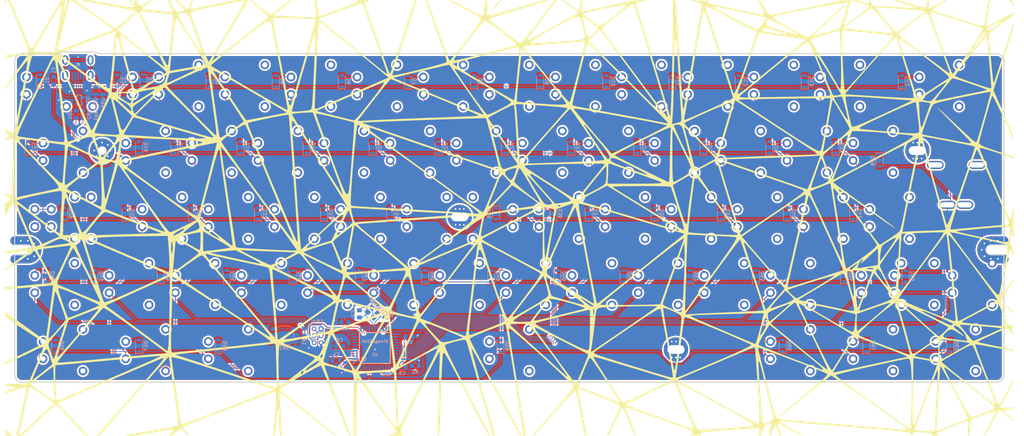
<source format=kicad_pcb>
(kicad_pcb (version 20171130) (host pcbnew "(5.1.0)-1")
  (layers (0 F.Cu signal) (31 B.Cu signal) (34 B.Paste user) (35 F.Paste user) (36 B.SilkS user) (37 F.SilkS user) (38 B.Mask user) (39 F.Mask user) (44 Edge.Cuts user))
  (net 0 "")
  (net 1 +5V)
  (net 2 GND)
  (net 3 "Net-(C2-Pad1)")
  (net 4 "Net-(C6-Pad1)")
  (net 5 "Net-(C7-Pad1)")
  (net 6 "Net-(C8-Pad1)")
  (net 7 R0)
  (net 8 "Net-(D1-Pad2)")
  (net 9 "Net-(D2-Pad2)")
  (net 10 "Net-(D3-Pad2)")
  (net 11 "Net-(D4-Pad2)")
  (net 12 "Net-(D5-Pad2)")
  (net 13 "Net-(D6-Pad2)")
  (net 14 "Net-(D7-Pad2)")
  (net 15 "Net-(D8-Pad2)")
  (net 16 "Net-(D9-Pad2)")
  (net 17 "Net-(D10-Pad2)")
  (net 18 "Net-(D11-Pad2)")
  (net 19 "Net-(D12-Pad2)")
  (net 20 "Net-(D13-Pad2)")
  (net 21 "Net-(D14-Pad2)")
  (net 22 "Net-(D15-Pad2)")
  (net 23 R1)
  (net 24 "Net-(D16-Pad2)")
  (net 25 "Net-(D17-Pad2)")
  (net 26 "Net-(D18-Pad2)")
  (net 27 "Net-(D19-Pad2)")
  (net 28 "Net-(D20-Pad2)")
  (net 29 "Net-(D21-Pad2)")
  (net 30 "Net-(D22-Pad2)")
  (net 31 "Net-(D23-Pad2)")
  (net 32 "Net-(D24-Pad2)")
  (net 33 "Net-(D25-Pad2)")
  (net 34 "Net-(D26-Pad2)")
  (net 35 "Net-(D27-Pad2)")
  (net 36 "Net-(D28-Pad2)")
  (net 37 R2)
  (net 38 "Net-(D29-Pad2)")
  (net 39 "Net-(D30-Pad2)")
  (net 40 "Net-(D31-Pad2)")
  (net 41 "Net-(D32-Pad2)")
  (net 42 "Net-(D33-Pad2)")
  (net 43 "Net-(D34-Pad2)")
  (net 44 "Net-(D35-Pad2)")
  (net 45 "Net-(D36-Pad2)")
  (net 46 "Net-(D37-Pad2)")
  (net 47 "Net-(D38-Pad2)")
  (net 48 "Net-(D39-Pad2)")
  (net 49 "Net-(D40-Pad2)")
  (net 50 "Net-(D41-Pad2)")
  (net 51 "Net-(D42-Pad2)")
  (net 52 R3)
  (net 53 "Net-(D43-Pad2)")
  (net 54 "Net-(D44-Pad2)")
  (net 55 "Net-(D45-Pad2)")
  (net 56 "Net-(D46-Pad2)")
  (net 57 "Net-(D47-Pad2)")
  (net 58 "Net-(D48-Pad2)")
  (net 59 "Net-(D49-Pad2)")
  (net 60 "Net-(D50-Pad2)")
  (net 61 "Net-(D51-Pad2)")
  (net 62 "Net-(D52-Pad2)")
  (net 63 "Net-(D53-Pad2)")
  (net 64 "Net-(D54-Pad2)")
  (net 65 "Net-(D55-Pad2)")
  (net 66 "Net-(D56-Pad2)")
  (net 67 R4)
  (net 68 "Net-(D57-Pad2)")
  (net 69 "Net-(D58-Pad2)")
  (net 70 "Net-(D59-Pad2)")
  (net 71 "Net-(D60-Pad2)")
  (net 72 "Net-(D61-Pad2)")
  (net 73 "Net-(D62-Pad2)")
  (net 74 VCC)
  (net 75 "Net-(J1-Pad6)")
  (net 76 "Net-(J1-Pad3)")
  (net 77 "Net-(J1-Pad4)")
  (net 78 "Net-(J1-Pad2)")
  (net 79 C0)
  (net 80 "Net-(MX1-Pad3)")
  (net 81 C1)
  (net 82 "Net-(MX2-Pad3)")
  (net 83 "Net-(MX3-Pad3)")
  (net 84 C2)
  (net 85 C3)
  (net 86 "Net-(MX4-Pad3)")
  (net 87 "Net-(MX5-Pad3)")
  (net 88 C4)
  (net 89 C5)
  (net 90 "Net-(MX6-Pad3)")
  (net 91 "Net-(MX7-Pad3)")
  (net 92 C6)
  (net 93 C7)
  (net 94 "Net-(MX8-Pad3)")
  (net 95 "Net-(MX9-Pad3)")
  (net 96 C8)
  (net 97 C9)
  (net 98 "Net-(MX10-Pad3)")
  (net 99 C10)
  (net 100 "Net-(MX11-Pad3)")
  (net 101 C11)
  (net 102 "Net-(MX12-Pad3)")
  (net 103 "Net-(MX13-Pad3)")
  (net 104 C12)
  (net 105 "Net-(MX14-Pad3)")
  (net 106 C13)
  (net 107 "Net-(MX15-Pad3)")
  (net 108 "Net-(MX16-Pad3)")
  (net 109 "Net-(MX17-Pad3)")
  (net 110 "Net-(MX18-Pad3)")
  (net 111 "Net-(MX19-Pad3)")
  (net 112 "Net-(MX20-Pad3)")
  (net 113 "Net-(MX21-Pad3)")
  (net 114 "Net-(MX22-Pad3)")
  (net 115 "Net-(MX23-Pad3)")
  (net 116 "Net-(MX24-Pad3)")
  (net 117 "Net-(MX25-Pad3)")
  (net 118 "Net-(MX26-Pad3)")
  (net 119 "Net-(MX27-Pad3)")
  (net 120 "Net-(MX28-Pad3)")
  (net 121 "Net-(MX29-Pad3)")
  (net 122 "Net-(MX30-Pad3)")
  (net 123 "Net-(MX31-Pad3)")
  (net 124 "Net-(MX32-Pad3)")
  (net 125 "Net-(MX33-Pad3)")
  (net 126 "Net-(MX34-Pad3)")
  (net 127 "Net-(MX35-Pad3)")
  (net 128 "Net-(MX36-Pad3)")
  (net 129 "Net-(MX37-Pad3)")
  (net 130 "Net-(MX38-Pad3)")
  (net 131 "Net-(MX39-Pad3)")
  (net 132 "Net-(MX40-Pad3)")
  (net 133 "Net-(MX41-Pad3)")
  (net 134 "Net-(MX42-Pad3)")
  (net 135 "Net-(MX43-Pad3)")
  (net 136 "Net-(MX44-Pad3)")
  (net 137 "Net-(MX45-Pad3)")
  (net 138 "Net-(MX46-Pad3)")
  (net 139 "Net-(MX47-Pad3)")
  (net 140 "Net-(MX48-Pad3)")
  (net 141 "Net-(MX49-Pad3)")
  (net 142 "Net-(MX50-Pad3)")
  (net 143 "Net-(MX51-Pad3)")
  (net 144 "Net-(MX52-Pad3)")
  (net 145 "Net-(MX53-Pad3)")
  (net 146 "Net-(MX54-Pad3)")
  (net 147 "Net-(MX55-Pad3)")
  (net 148 "Net-(MX56-Pad3)")
  (net 149 "Net-(MX58-Pad3)")
  (net 150 "Net-(MX59-Pad3)")
  (net 151 "Net-(MX60-Pad3)")
  (net 152 "Net-(MX61-Pad3)")
  (net 153 "Net-(MX62-Pad3)")
  (net 154 "Net-(MX63-Pad3)")
  (net 155 "Net-(MX64-Pad3)")
  (net 156 RST)
  (net 157 "Net-(R2-Pad2)")
  (net 158 "Net-(U2-Pad39)")
  (net 159 "Net-(U2-Pad40)")
  (net 160 "Net-(U2-Pad42)")
  (net 161 "Net-(U2-Pad38)")
  (net 162 "Net-(U2-Pad22)")
  (net 163 "Net-(U2-Pad8)")
  (net 164 D+)
  (net 165 D-)
  (net 166 "Net-(U2-Pad1)")
  (net 167 "Net-(MX57-Pad3)")
  (module "Mixed Lib:Triangle" (layer F.Cu) (at 190.5 76.2)
    (fp_text reference G*** hide)
    (fp_text value LOGO hide)
  )
  (module keyboard_parts:ALPS_PLATE_SPRINGISOCOMBINED (layer F.Cu) (at 321.47032 66.67574)
    (fp_text reference MX28)
    (fp_text value MX-ISO hide)
    (pad 2 thru_hole oval (at 0.254 5.7404) (size 4.8 2.3) (drill oval 4 1.5) (layers *.Cu *.Mask) (net 36 "Net-(D28-Pad2)"))
    (pad 1 thru_hole oval (at -4.7498 5.7404) (size 4.8 2.3) (drill oval 4 1.5) (layers *.Cu *.Mask) (net 106 C13))
    (pad 3 thru_hole oval (at 3.7592 -5.75) (size 4.8 2.3) (drill oval 4 1.5) (layers *.Cu *.Mask) (net 120 "Net-(MX28-Pad3)"))
    (pad 3 thru_hole oval (at -8.255 -5.7531) (size 4.8 2.3) (drill oval 4 1.5) (layers *.Cu *.Mask) (net 120 "Net-(MX28-Pad3)"))
  )
  (module Molex:Molex-0548190589 (layer B.Cu) (at 66.2 30.69 270)
    (fp_text reference J1 (at 1.36525 0 180) (layer B.SilkS) (effects (justify mirror)))
    (fp_text value USB_mini_micro_B)
    (pad 5 smd rect (at 4.5 -1.6 270) (size 2.25 0.5) (layers B.Cu B.Paste B.Mask) (net 2 GND))
    (pad 4 smd rect (at 4.5 -0.8 270) (size 2.25 0.5) (layers B.Cu B.Paste B.Mask) (net 77 "Net-(J1-Pad4)"))
    (pad 3 smd rect (at 4.5 0 270) (size 2.25 0.5) (layers B.Cu B.Paste B.Mask) (net 76 "Net-(J1-Pad3)"))
    (pad 2 smd rect (at 4.5 0.8 270) (size 2.25 0.5) (layers B.Cu B.Paste B.Mask) (net 78 "Net-(J1-Pad2)"))
    (pad 1 smd rect (at 4.5 1.6 270) (size 2.25 0.5) (layers B.Cu B.Paste B.Mask) (net 74 VCC))
    (pad 6 thru_hole oval (at 4.5 3.65 270) (size 2.7 1.7) (drill oval 1.9 0.7) (layers *.Cu F.Mask) (net 75 "Net-(J1-Pad6)"))
    (pad 6 thru_hole oval (at 4.5 -3.65 270) (size 2.7 1.7) (drill oval 1.9 0.7) (layers *.Cu F.Mask) (net 75 "Net-(J1-Pad6)"))
    (pad 6 thru_hole oval (at 0 -3.65 270) (size 2.7 1.7) (drill oval 1.9 0.7) (layers *.Cu *.Mask) (net 75 "Net-(J1-Pad6)"))
    (pad 6 thru_hole oval (at 0 3.65 270) (size 2.7 1.7) (drill oval 1.9 0.7) (layers *.Cu F.Mask) (net 75 "Net-(J1-Pad6)"))
  )
  (module keyboard_parts:ALPS_PLATE_SPRING (layer F.Cu) (at 157.1631 95.251)
    (fp_text reference MX48)
    (fp_text value MX-1U hide)
    (pad 3 thru_hole circle (at 5.75 5.999988 90) (size 2.5 2.5) (drill 1.5) (layers *.Cu *.Mask) (net 140 "Net-(MX48-Pad3)"))
    (pad 3 thru_hole circle (at 5.75 -5.999988 90) (size 2.5 2.5) (drill 1.5) (layers *.Cu *.Mask) (net 140 "Net-(MX48-Pad3)"))
    (pad 1 thru_hole circle (at -5.75 2.5 90) (size 2.5 2.5) (drill 1.5) (layers *.Cu *.Mask) (net 89 C5))
    (pad 2 thru_hole circle (at -5.75 -2.5 90) (size 2.5 2.5) (drill 1.5) (layers *.Cu *.Mask) (net 57 "Net-(D47-Pad2)"))
  )
  (module keyboard_parts:ALPS_PLATE_SPRING7U (layer F.Cu) (at 190.50036 114.30094)
    (fp_text reference MX61)
    (fp_text value MX-7U hide)
    (pad 2 thru_hole circle (at -5.75 -2.5 90) (size 2.5 2.5) (drill 1.5) (layers *.Cu *.Mask) (net 70 "Net-(D59-Pad2)"))
    (pad 1 thru_hole circle (at -5.75 2.5 90) (size 2.5 2.5) (drill 1.5) (layers *.Cu *.Mask) (net 93 C7))
    (pad 3 thru_hole circle (at 5.75 -5.999988 90) (size 2.5 2.5) (drill 1.5) (layers *.Cu *.Mask) (net 152 "Net-(MX61-Pad3)"))
    (pad 3 thru_hole circle (at 5.75 5.999988 90) (size 2.5 2.5) (drill 1.5) (layers *.Cu *.Mask) (net 152 "Net-(MX61-Pad3)"))
  )
  (module keyboard_parts:ALPS_PLATE_SPRING2U (layer F.Cu) (at 314.325 38.1)
    (fp_text reference MX14)
    (fp_text value MX-2U hide)
    (pad 2 thru_hole circle (at -5.75 -2.5 90) (size 2.5 2.5) (drill 1.5) (layers *.Cu *.Mask) (net 21 "Net-(D14-Pad2)"))
    (pad 1 thru_hole circle (at -5.75 2.5 90) (size 2.5 2.5) (drill 1.5) (layers *.Cu *.Mask) (net 106 C13))
    (pad 3 thru_hole circle (at 5.75 -5.999988 90) (size 2.5 2.5) (drill 1.5) (layers *.Cu *.Mask) (net 105 "Net-(MX14-Pad3)"))
    (pad 3 thru_hole circle (at 5.75 5.999988 90) (size 2.5 2.5) (drill 1.5) (layers *.Cu *.Mask) (net 105 "Net-(MX14-Pad3)"))
  )
  (module keyboard_parts:ALPS_PLATE_SPRING2.75U (layer F.Cu) (at 307.1843 95.25)
    (fp_text reference MX57)
    (fp_text value MX-2.75U hide)
    (pad 2 thru_hole circle (at -5.75 -2.5 90) (size 2.5 2.5) (drill 1.5) (layers *.Cu *.Mask) (net 65 "Net-(D55-Pad2)"))
    (pad 1 thru_hole circle (at -5.75 2.5 90) (size 2.5 2.5) (drill 1.5) (layers *.Cu *.Mask) (net 106 C13))
    (pad 3 thru_hole circle (at 5.75 -5.999988 90) (size 2.5 2.5) (drill 1.5) (layers *.Cu *.Mask) (net 167 "Net-(MX57-Pad3)"))
    (pad 3 thru_hole circle (at 5.75 5.999988 90) (size 2.5 2.5) (drill 1.5) (layers *.Cu *.Mask) (net 167 "Net-(MX57-Pad3)"))
  )
  (module keyboard_parts:ALPS_PLATE_SPRING_1.75U (layer F.Cu) (at 64.29529 76.20004)
    (fp_text reference MX30)
    (fp_text value MX-1.75U hide)
    (pad 2 thru_hole circle (at -5.75 -2.5 90) (size 2.5 2.5) (drill 1.5) (layers *.Cu *.Mask) (net 38 "Net-(D29-Pad2)"))
    (pad 1 thru_hole circle (at -5.75 2.5 90) (size 2.5 2.5) (drill 1.5) (layers *.Cu *.Mask) (net 79 C0))
    (pad 3 thru_hole circle (at 5.75 -5.999988 90) (size 2.5 2.5) (drill 1.5) (layers *.Cu *.Mask) (net 122 "Net-(MX30-Pad3)"))
    (pad 3 thru_hole circle (at 5.75 5.999988 90) (size 2.5 2.5) (drill 1.5) (layers *.Cu *.Mask) (net 122 "Net-(MX30-Pad3)"))
  )
  (module keyboard_parts:ALPS_PLATE_SPRING_1.75U (layer F.Cu) (at 297.6581 95.251)
    (fp_text reference MX55)
    (fp_text value MX-1.75U hide)
    (pad 2 thru_hole circle (at -5.75 -2.5 90) (size 2.5 2.5) (drill 1.5) (layers *.Cu *.Mask) (net 64 "Net-(D54-Pad2)"))
    (pad 1 thru_hole circle (at -5.75 2.5 90) (size 2.5 2.5) (drill 1.5) (layers *.Cu *.Mask) (net 104 C12))
    (pad 3 thru_hole circle (at 5.75 -5.999988 90) (size 2.5 2.5) (drill 1.5) (layers *.Cu *.Mask) (net 147 "Net-(MX55-Pad3)"))
    (pad 3 thru_hole circle (at 5.75 5.999988 90) (size 2.5 2.5) (drill 1.5) (layers *.Cu *.Mask) (net 147 "Net-(MX55-Pad3)"))
  )
  (module keyboard_parts:ALPS_PLATE_SPRING_1.25U (layer F.Cu) (at 59.53114 76.19994)
    (fp_text reference MX29)
    (fp_text value MX-1.25U hide)
    (pad 3 thru_hole circle (at 5.75 5.999988 90) (size 2.5 2.5) (drill 1.5) (layers *.Cu *.Mask) (net 121 "Net-(MX29-Pad3)"))
    (pad 3 thru_hole circle (at 5.75 -5.999988 90) (size 2.5 2.5) (drill 1.5) (layers *.Cu *.Mask) (net 121 "Net-(MX29-Pad3)"))
    (pad 1 thru_hole circle (at -5.75 2.5 90) (size 2.5 2.5) (drill 1.5) (layers *.Cu *.Mask) (net 79 C0))
    (pad 2 thru_hole circle (at -5.75 -2.5 90) (size 2.5 2.5) (drill 1.5) (layers *.Cu *.Mask) (net 38 "Net-(D29-Pad2)"))
  )
  (module keyboard_parts:ALPS_PLATE_SPRING_1.25U (layer F.Cu) (at 59.53114 76.19994)
    (fp_text reference MX29)
    (fp_text value MX-1.25U hide)
    (pad 3 thru_hole circle (at 5.75 5.999988 90) (size 2.5 2.5) (drill 1.5) (layers *.Cu *.Mask) (net 121 "Net-(MX29-Pad3)"))
    (pad 3 thru_hole circle (at 5.75 -5.999988 90) (size 2.5 2.5) (drill 1.5) (layers *.Cu *.Mask) (net 121 "Net-(MX29-Pad3)"))
    (pad 1 thru_hole circle (at -5.75 2.5 90) (size 2.5 2.5) (drill 1.5) (layers *.Cu *.Mask) (net 79 C0))
    (pad 2 thru_hole circle (at -5.75 -2.5 90) (size 2.5 2.5) (drill 1.5) (layers *.Cu *.Mask) (net 38 "Net-(D29-Pad2)"))
  )
  (module keyboard_parts:ALPS_PLATE_SPRING_1.25U (layer F.Cu) (at 59.5316 95.251)
    (fp_text reference MX43)
    (fp_text value MX-1.25U hide)
    (pad 3 thru_hole circle (at 5.75 5.999988 90) (size 2.5 2.5) (drill 1.5) (layers *.Cu *.Mask) (net 135 "Net-(MX43-Pad3)"))
    (pad 3 thru_hole circle (at 5.75 -5.999988 90) (size 2.5 2.5) (drill 1.5) (layers *.Cu *.Mask) (net 135 "Net-(MX43-Pad3)"))
    (pad 1 thru_hole circle (at -5.75 2.5 90) (size 2.5 2.5) (drill 1.5) (layers *.Cu *.Mask) (net 79 C0))
    (pad 2 thru_hole circle (at -5.75 -2.5 90) (size 2.5 2.5) (drill 1.5) (layers *.Cu *.Mask) (net 51 "Net-(D42-Pad2)"))
  )
  (module keyboard_parts:ALPS_PLATE_SPRING (layer F.Cu) (at 109.53914 76.20094)
    (fp_text reference MX32)
    (fp_text value MX-1U hide)
    (pad 3 thru_hole circle (at 5.75 5.999988 90) (size 2.5 2.5) (drill 1.5) (layers *.Cu *.Mask) (net 124 "Net-(MX32-Pad3)"))
    (pad 3 thru_hole circle (at 5.75 -5.999988 90) (size 2.5 2.5) (drill 1.5) (layers *.Cu *.Mask) (net 124 "Net-(MX32-Pad3)"))
    (pad 1 thru_hole circle (at -5.75 2.5 90) (size 2.5 2.5) (drill 1.5) (layers *.Cu *.Mask) (net 84 C2))
    (pad 2 thru_hole circle (at -5.75 -2.5 90) (size 2.5 2.5) (drill 1.5) (layers *.Cu *.Mask) (net 40 "Net-(D31-Pad2)"))
  )
  (module keyboard_parts:ALPS_PLATE_SPRING (layer F.Cu) (at 57.15 38.1)
    (fp_text reference MX1)
    (fp_text value MX-1U hide)
    (pad 3 thru_hole circle (at 5.75 5.999988 90) (size 2.5 2.5) (drill 1.5) (layers *.Cu *.Mask) (net 80 "Net-(MX1-Pad3)"))
    (pad 1 thru_hole circle (at -5.75 2.5 90) (size 2.5 2.5) (drill 1.5) (layers *.Cu *.Mask) (net 79 C0))
    (pad 2 thru_hole circle (at -5.75 -2.5 90) (size 2.5 2.5) (drill 1.5) (layers *.Cu *.Mask) (net 8 "Net-(D1-Pad2)"))
  )
  (module keyboard_parts:ALPS_PLATE_SPRING (layer F.Cu) (at 76.2 38.1 180)
    (fp_text reference MX2)
    (fp_text value MX-1U hide)
    (pad 3 thru_hole circle (at 5.75 -5.999988 270) (size 2.5 2.5) (drill 1.5) (layers *.Cu *.Mask) (net 82 "Net-(MX2-Pad3)"))
    (pad 1 thru_hole circle (at -5.75 2.5 270) (size 2.5 2.5) (drill 1.5) (layers *.Cu *.Mask) (net 81 C1))
    (pad 2 thru_hole circle (at -5.75 -2.5 270) (size 2.5 2.5) (drill 1.5) (layers *.Cu *.Mask) (net 9 "Net-(D2-Pad2)"))
  )
  (module keyboard_parts:ALPS_PLATE_SPRING (layer F.Cu) (at 95.25 38.1)
    (fp_text reference MX3)
    (fp_text value MX-1U hide)
    (pad 3 thru_hole circle (at 5.75 5.999988 90) (size 2.5 2.5) (drill 1.5) (layers *.Cu *.Mask) (net 83 "Net-(MX3-Pad3)"))
    (pad 3 thru_hole circle (at 5.75 -5.999988 90) (size 2.5 2.5) (drill 1.5) (layers *.Cu *.Mask) (net 83 "Net-(MX3-Pad3)"))
    (pad 1 thru_hole circle (at -5.75 2.5 90) (size 2.5 2.5) (drill 1.5) (layers *.Cu *.Mask) (net 84 C2))
    (pad 2 thru_hole circle (at -5.75 -2.5 90) (size 2.5 2.5) (drill 1.5) (layers *.Cu *.Mask) (net 10 "Net-(D3-Pad2)"))
  )
  (module keyboard_parts:ALPS_PLATE_SPRING (layer F.Cu) (at 114.3 38.1)
    (fp_text reference MX4)
    (fp_text value MX-1U hide)
    (pad 3 thru_hole circle (at 5.75 5.999988 90) (size 2.5 2.5) (drill 1.5) (layers *.Cu *.Mask) (net 86 "Net-(MX4-Pad3)"))
    (pad 3 thru_hole circle (at 5.75 -5.999988 90) (size 2.5 2.5) (drill 1.5) (layers *.Cu *.Mask) (net 86 "Net-(MX4-Pad3)"))
    (pad 1 thru_hole circle (at -5.75 2.5 90) (size 2.5 2.5) (drill 1.5) (layers *.Cu *.Mask) (net 85 C3))
    (pad 2 thru_hole circle (at -5.75 -2.5 90) (size 2.5 2.5) (drill 1.5) (layers *.Cu *.Mask) (net 11 "Net-(D4-Pad2)"))
  )
  (module keyboard_parts:ALPS_PLATE_SPRING (layer F.Cu) (at 133.35 38.1)
    (fp_text reference MX5)
    (fp_text value MX-1U hide)
    (pad 3 thru_hole circle (at 5.75 5.999988 90) (size 2.5 2.5) (drill 1.5) (layers *.Cu *.Mask) (net 87 "Net-(MX5-Pad3)"))
    (pad 3 thru_hole circle (at 5.75 -5.999988 90) (size 2.5 2.5) (drill 1.5) (layers *.Cu *.Mask) (net 87 "Net-(MX5-Pad3)"))
    (pad 1 thru_hole circle (at -5.75 2.5 90) (size 2.5 2.5) (drill 1.5) (layers *.Cu *.Mask) (net 88 C4))
    (pad 2 thru_hole circle (at -5.75 -2.5 90) (size 2.5 2.5) (drill 1.5) (layers *.Cu *.Mask) (net 12 "Net-(D5-Pad2)"))
  )
  (module keyboard_parts:ALPS_PLATE_SPRING (layer F.Cu) (at 152.4 38.1)
    (fp_text reference MX6)
    (fp_text value MX-1U hide)
    (pad 3 thru_hole circle (at 5.75 5.999988 90) (size 2.5 2.5) (drill 1.5) (layers *.Cu *.Mask) (net 90 "Net-(MX6-Pad3)"))
    (pad 3 thru_hole circle (at 5.75 -5.999988 90) (size 2.5 2.5) (drill 1.5) (layers *.Cu *.Mask) (net 90 "Net-(MX6-Pad3)"))
    (pad 1 thru_hole circle (at -5.75 2.5 90) (size 2.5 2.5) (drill 1.5) (layers *.Cu *.Mask) (net 89 C5))
    (pad 2 thru_hole circle (at -5.75 -2.5 90) (size 2.5 2.5) (drill 1.5) (layers *.Cu *.Mask) (net 13 "Net-(D6-Pad2)"))
  )
  (module keyboard_parts:ALPS_PLATE_SPRING (layer F.Cu) (at 171.45 38.1)
    (fp_text reference MX7)
    (fp_text value MX-1U hide)
    (pad 3 thru_hole circle (at 5.75 5.999988 90) (size 2.5 2.5) (drill 1.5) (layers *.Cu *.Mask) (net 91 "Net-(MX7-Pad3)"))
    (pad 3 thru_hole circle (at 5.75 -5.999988 90) (size 2.5 2.5) (drill 1.5) (layers *.Cu *.Mask) (net 91 "Net-(MX7-Pad3)"))
    (pad 1 thru_hole circle (at -5.75 2.5 90) (size 2.5 2.5) (drill 1.5) (layers *.Cu *.Mask) (net 92 C6))
    (pad 2 thru_hole circle (at -5.75 -2.5 90) (size 2.5 2.5) (drill 1.5) (layers *.Cu *.Mask) (net 14 "Net-(D7-Pad2)"))
  )
  (module keyboard_parts:ALPS_PLATE_SPRING (layer F.Cu) (at 190.5 38.1)
    (fp_text reference MX8)
    (fp_text value MX-1U hide)
    (pad 3 thru_hole circle (at 5.75 5.999988 90) (size 2.5 2.5) (drill 1.5) (layers *.Cu *.Mask) (net 94 "Net-(MX8-Pad3)"))
    (pad 3 thru_hole circle (at 5.75 -5.999988 90) (size 2.5 2.5) (drill 1.5) (layers *.Cu *.Mask) (net 94 "Net-(MX8-Pad3)"))
    (pad 1 thru_hole circle (at -5.75 2.5 90) (size 2.5 2.5) (drill 1.5) (layers *.Cu *.Mask) (net 93 C7))
    (pad 2 thru_hole circle (at -5.75 -2.5 90) (size 2.5 2.5) (drill 1.5) (layers *.Cu *.Mask) (net 15 "Net-(D8-Pad2)"))
  )
  (module keyboard_parts:ALPS_PLATE_SPRING (layer F.Cu) (at 209.55 38.1)
    (fp_text reference MX9)
    (fp_text value MX-1U hide)
    (pad 3 thru_hole circle (at 5.75 5.999988 90) (size 2.5 2.5) (drill 1.5) (layers *.Cu *.Mask) (net 95 "Net-(MX9-Pad3)"))
    (pad 3 thru_hole circle (at 5.75 -5.999988 90) (size 2.5 2.5) (drill 1.5) (layers *.Cu *.Mask) (net 95 "Net-(MX9-Pad3)"))
    (pad 1 thru_hole circle (at -5.75 2.5 90) (size 2.5 2.5) (drill 1.5) (layers *.Cu *.Mask) (net 96 C8))
    (pad 2 thru_hole circle (at -5.75 -2.5 90) (size 2.5 2.5) (drill 1.5) (layers *.Cu *.Mask) (net 16 "Net-(D9-Pad2)"))
  )
  (module keyboard_parts:ALPS_PLATE_SPRING (layer F.Cu) (at 228.6 38.1)
    (fp_text reference MX10)
    (fp_text value MX-1U hide)
    (pad 3 thru_hole circle (at 5.75 5.999988 90) (size 2.5 2.5) (drill 1.5) (layers *.Cu *.Mask) (net 98 "Net-(MX10-Pad3)"))
    (pad 3 thru_hole circle (at 5.75 -5.999988 90) (size 2.5 2.5) (drill 1.5) (layers *.Cu *.Mask) (net 98 "Net-(MX10-Pad3)"))
    (pad 1 thru_hole circle (at -5.75 2.5 90) (size 2.5 2.5) (drill 1.5) (layers *.Cu *.Mask) (net 97 C9))
    (pad 2 thru_hole circle (at -5.75 -2.5 90) (size 2.5 2.5) (drill 1.5) (layers *.Cu *.Mask) (net 17 "Net-(D10-Pad2)"))
  )
  (module keyboard_parts:ALPS_PLATE_SPRING (layer F.Cu) (at 247.65 38.1)
    (fp_text reference MX11)
    (fp_text value MX-1U hide)
    (pad 3 thru_hole circle (at 5.75 5.999988 90) (size 2.5 2.5) (drill 1.5) (layers *.Cu *.Mask) (net 100 "Net-(MX11-Pad3)"))
    (pad 3 thru_hole circle (at 5.75 -5.999988 90) (size 2.5 2.5) (drill 1.5) (layers *.Cu *.Mask) (net 100 "Net-(MX11-Pad3)"))
    (pad 1 thru_hole circle (at -5.75 2.5 90) (size 2.5 2.5) (drill 1.5) (layers *.Cu *.Mask) (net 99 C10))
    (pad 2 thru_hole circle (at -5.75 -2.5 90) (size 2.5 2.5) (drill 1.5) (layers *.Cu *.Mask) (net 18 "Net-(D11-Pad2)"))
  )
  (module keyboard_parts:ALPS_PLATE_SPRING (layer F.Cu) (at 266.7 38.1)
    (fp_text reference MX12)
    (fp_text value MX-1U hide)
    (pad 3 thru_hole circle (at 5.75 5.999988 90) (size 2.5 2.5) (drill 1.5) (layers *.Cu *.Mask) (net 102 "Net-(MX12-Pad3)"))
    (pad 3 thru_hole circle (at 5.75 -5.999988 90) (size 2.5 2.5) (drill 1.5) (layers *.Cu *.Mask) (net 102 "Net-(MX12-Pad3)"))
    (pad 1 thru_hole circle (at -5.75 2.5 90) (size 2.5 2.5) (drill 1.5) (layers *.Cu *.Mask) (net 101 C11))
    (pad 2 thru_hole circle (at -5.75 -2.5 90) (size 2.5 2.5) (drill 1.5) (layers *.Cu *.Mask) (net 19 "Net-(D12-Pad2)"))
  )
  (module keyboard_parts:ALPS_PLATE_SPRING (layer F.Cu) (at 285.75 38.1)
    (fp_text reference MX13)
    (fp_text value MX-1U hide)
    (pad 3 thru_hole circle (at 5.75 5.999988 90) (size 2.5 2.5) (drill 1.5) (layers *.Cu *.Mask) (net 103 "Net-(MX13-Pad3)"))
    (pad 3 thru_hole circle (at 5.75 -5.999988 90) (size 2.5 2.5) (drill 1.5) (layers *.Cu *.Mask) (net 103 "Net-(MX13-Pad3)"))
    (pad 1 thru_hole circle (at -5.75 2.5 90) (size 2.5 2.5) (drill 1.5) (layers *.Cu *.Mask) (net 104 C12))
    (pad 2 thru_hole circle (at -5.75 -2.5 90) (size 2.5 2.5) (drill 1.5) (layers *.Cu *.Mask) (net 20 "Net-(D13-Pad2)"))
  )
  (module keyboard_parts:ALPS_PLATE_SPRING (layer F.Cu) (at 85.725 57.15)
    (fp_text reference MX16)
    (fp_text value MX-1U hide)
    (pad 3 thru_hole circle (at 5.75 5.999988 90) (size 2.5 2.5) (drill 1.5) (layers *.Cu *.Mask) (net 108 "Net-(MX16-Pad3)"))
    (pad 3 thru_hole circle (at 5.75 -5.999988 90) (size 2.5 2.5) (drill 1.5) (layers *.Cu *.Mask) (net 108 "Net-(MX16-Pad3)"))
    (pad 1 thru_hole circle (at -5.75 2.5 90) (size 2.5 2.5) (drill 1.5) (layers *.Cu *.Mask) (net 81 C1))
    (pad 2 thru_hole circle (at -5.75 -2.5 90) (size 2.5 2.5) (drill 1.5) (layers *.Cu *.Mask) (net 24 "Net-(D16-Pad2)"))
  )
  (module keyboard_parts:ALPS_PLATE_SPRING (layer F.Cu) (at 104.775 57.15)
    (fp_text reference MX17)
    (fp_text value MX-1U hide)
    (pad 3 thru_hole circle (at 5.75 5.999988 90) (size 2.5 2.5) (drill 1.5) (layers *.Cu *.Mask) (net 109 "Net-(MX17-Pad3)"))
    (pad 3 thru_hole circle (at 5.75 -5.999988 90) (size 2.5 2.5) (drill 1.5) (layers *.Cu *.Mask) (net 109 "Net-(MX17-Pad3)"))
    (pad 1 thru_hole circle (at -5.75 2.5 90) (size 2.5 2.5) (drill 1.5) (layers *.Cu *.Mask) (net 84 C2))
    (pad 2 thru_hole circle (at -5.75 -2.5 90) (size 2.5 2.5) (drill 1.5) (layers *.Cu *.Mask) (net 25 "Net-(D17-Pad2)"))
  )
  (module keyboard_parts:ALPS_PLATE_SPRING (layer F.Cu) (at 123.825 57.15)
    (fp_text reference MX18)
    (fp_text value MX-1U hide)
    (pad 3 thru_hole circle (at 5.75 5.999988 90) (size 2.5 2.5) (drill 1.5) (layers *.Cu *.Mask) (net 110 "Net-(MX18-Pad3)"))
    (pad 3 thru_hole circle (at 5.75 -5.999988 90) (size 2.5 2.5) (drill 1.5) (layers *.Cu *.Mask) (net 110 "Net-(MX18-Pad3)"))
    (pad 1 thru_hole circle (at -5.75 2.5 90) (size 2.5 2.5) (drill 1.5) (layers *.Cu *.Mask) (net 85 C3))
    (pad 2 thru_hole circle (at -5.75 -2.5 90) (size 2.5 2.5) (drill 1.5) (layers *.Cu *.Mask) (net 26 "Net-(D18-Pad2)"))
  )
  (module keyboard_parts:ALPS_PLATE_SPRING (layer F.Cu) (at 142.875 57.15)
    (fp_text reference MX19)
    (fp_text value MX-1U hide)
    (pad 3 thru_hole circle (at 5.75 5.999988 90) (size 2.5 2.5) (drill 1.5) (layers *.Cu *.Mask) (net 111 "Net-(MX19-Pad3)"))
    (pad 3 thru_hole circle (at 5.75 -5.999988 90) (size 2.5 2.5) (drill 1.5) (layers *.Cu *.Mask) (net 111 "Net-(MX19-Pad3)"))
    (pad 1 thru_hole circle (at -5.75 2.5 90) (size 2.5 2.5) (drill 1.5) (layers *.Cu *.Mask) (net 88 C4))
    (pad 2 thru_hole circle (at -5.75 -2.5 90) (size 2.5 2.5) (drill 1.5) (layers *.Cu *.Mask) (net 27 "Net-(D19-Pad2)"))
  )
  (module keyboard_parts:ALPS_PLATE_SPRING (layer F.Cu) (at 161.925 57.15)
    (fp_text reference MX20)
    (fp_text value MX-1U hide)
    (pad 3 thru_hole circle (at 5.75 5.999988 90) (size 2.5 2.5) (drill 1.5) (layers *.Cu *.Mask) (net 112 "Net-(MX20-Pad3)"))
    (pad 3 thru_hole circle (at 5.75 -5.999988 90) (size 2.5 2.5) (drill 1.5) (layers *.Cu *.Mask) (net 112 "Net-(MX20-Pad3)"))
    (pad 1 thru_hole circle (at -5.75 2.5 90) (size 2.5 2.5) (drill 1.5) (layers *.Cu *.Mask) (net 89 C5))
    (pad 2 thru_hole circle (at -5.75 -2.5 90) (size 2.5 2.5) (drill 1.5) (layers *.Cu *.Mask) (net 28 "Net-(D20-Pad2)"))
  )
  (module keyboard_parts:ALPS_PLATE_SPRING (layer F.Cu) (at 180.975 57.15)
    (fp_text reference MX21)
    (fp_text value MX-1U hide)
    (pad 3 thru_hole circle (at 5.75 5.999988 90) (size 2.5 2.5) (drill 1.5) (layers *.Cu *.Mask) (net 113 "Net-(MX21-Pad3)"))
    (pad 3 thru_hole circle (at 5.75 -5.999988 90) (size 2.5 2.5) (drill 1.5) (layers *.Cu *.Mask) (net 113 "Net-(MX21-Pad3)"))
    (pad 1 thru_hole circle (at -5.75 2.5 90) (size 2.5 2.5) (drill 1.5) (layers *.Cu *.Mask) (net 92 C6))
    (pad 2 thru_hole circle (at -5.75 -2.5 90) (size 2.5 2.5) (drill 1.5) (layers *.Cu *.Mask) (net 29 "Net-(D21-Pad2)"))
  )
  (module keyboard_parts:ALPS_PLATE_SPRING (layer F.Cu) (at 200.025 57.15)
    (fp_text reference MX22)
    (fp_text value MX-1U hide)
    (pad 3 thru_hole circle (at 5.75 5.999988 90) (size 2.5 2.5) (drill 1.5) (layers *.Cu *.Mask) (net 114 "Net-(MX22-Pad3)"))
    (pad 3 thru_hole circle (at 5.75 -5.999988 90) (size 2.5 2.5) (drill 1.5) (layers *.Cu *.Mask) (net 114 "Net-(MX22-Pad3)"))
    (pad 1 thru_hole circle (at -5.75 2.5 90) (size 2.5 2.5) (drill 1.5) (layers *.Cu *.Mask) (net 93 C7))
    (pad 2 thru_hole circle (at -5.75 -2.5 90) (size 2.5 2.5) (drill 1.5) (layers *.Cu *.Mask) (net 30 "Net-(D22-Pad2)"))
  )
  (module keyboard_parts:ALPS_PLATE_SPRING (layer F.Cu) (at 219.075 57.15)
    (fp_text reference MX23)
    (fp_text value MX-1U hide)
    (pad 3 thru_hole circle (at 5.75 5.999988 90) (size 2.5 2.5) (drill 1.5) (layers *.Cu *.Mask) (net 115 "Net-(MX23-Pad3)"))
    (pad 3 thru_hole circle (at 5.75 -5.999988 90) (size 2.5 2.5) (drill 1.5) (layers *.Cu *.Mask) (net 115 "Net-(MX23-Pad3)"))
    (pad 1 thru_hole circle (at -5.75 2.5 90) (size 2.5 2.5) (drill 1.5) (layers *.Cu *.Mask) (net 96 C8))
    (pad 2 thru_hole circle (at -5.75 -2.5 90) (size 2.5 2.5) (drill 1.5) (layers *.Cu *.Mask) (net 31 "Net-(D23-Pad2)"))
  )
  (module keyboard_parts:ALPS_PLATE_SPRING (layer F.Cu) (at 238.125 57.15)
    (fp_text reference MX24)
    (fp_text value MX-1U hide)
    (pad 3 thru_hole circle (at 5.75 5.999988 90) (size 2.5 2.5) (drill 1.5) (layers *.Cu *.Mask) (net 116 "Net-(MX24-Pad3)"))
    (pad 3 thru_hole circle (at 5.75 -5.999988 90) (size 2.5 2.5) (drill 1.5) (layers *.Cu *.Mask) (net 116 "Net-(MX24-Pad3)"))
    (pad 1 thru_hole circle (at -5.75 2.5 90) (size 2.5 2.5) (drill 1.5) (layers *.Cu *.Mask) (net 97 C9))
    (pad 2 thru_hole circle (at -5.75 -2.5 90) (size 2.5 2.5) (drill 1.5) (layers *.Cu *.Mask) (net 32 "Net-(D24-Pad2)"))
  )
  (module keyboard_parts:ALPS_PLATE_SPRING (layer F.Cu) (at 257.175 57.15)
    (fp_text reference MX25)
    (fp_text value MX-1U hide)
    (pad 3 thru_hole circle (at 5.75 5.999988 90) (size 2.5 2.5) (drill 1.5) (layers *.Cu *.Mask) (net 117 "Net-(MX25-Pad3)"))
    (pad 3 thru_hole circle (at 5.75 -5.999988 90) (size 2.5 2.5) (drill 1.5) (layers *.Cu *.Mask) (net 117 "Net-(MX25-Pad3)"))
    (pad 1 thru_hole circle (at -5.75 2.5 90) (size 2.5 2.5) (drill 1.5) (layers *.Cu *.Mask) (net 99 C10))
    (pad 2 thru_hole circle (at -5.75 -2.5 90) (size 2.5 2.5) (drill 1.5) (layers *.Cu *.Mask) (net 33 "Net-(D25-Pad2)"))
  )
  (module keyboard_parts:ALPS_PLATE_SPRING (layer F.Cu) (at 276.225 57.15)
    (fp_text reference MX26)
    (fp_text value MX-1U hide)
    (pad 3 thru_hole circle (at 5.75 5.999988 90) (size 2.5 2.5) (drill 1.5) (layers *.Cu *.Mask) (net 118 "Net-(MX26-Pad3)"))
    (pad 3 thru_hole circle (at 5.75 -5.999988 90) (size 2.5 2.5) (drill 1.5) (layers *.Cu *.Mask) (net 118 "Net-(MX26-Pad3)"))
    (pad 1 thru_hole circle (at -5.75 2.5 90) (size 2.5 2.5) (drill 1.5) (layers *.Cu *.Mask) (net 101 C11))
    (pad 2 thru_hole circle (at -5.75 -2.5 90) (size 2.5 2.5) (drill 1.5) (layers *.Cu *.Mask) (net 34 "Net-(D26-Pad2)"))
  )
  (module keyboard_parts:ALPS_PLATE_SPRING (layer F.Cu) (at 295.275 57.15)
    (fp_text reference MX27)
    (fp_text value MX-1U hide)
    (pad 3 thru_hole circle (at 5.75 5.999988 90) (size 2.5 2.5) (drill 1.5) (layers *.Cu *.Mask) (net 119 "Net-(MX27-Pad3)"))
    (pad 3 thru_hole circle (at 5.75 -5.999988 90) (size 2.5 2.5) (drill 1.5) (layers *.Cu *.Mask) (net 119 "Net-(MX27-Pad3)"))
    (pad 1 thru_hole circle (at -5.75 2.5 90) (size 2.5 2.5) (drill 1.5) (layers *.Cu *.Mask) (net 104 C12))
    (pad 2 thru_hole circle (at -5.75 -2.5 90) (size 2.5 2.5) (drill 1.5) (layers *.Cu *.Mask) (net 35 "Net-(D27-Pad2)"))
  )
  (module keyboard_parts:ALPS_PLATE_SPRING (layer F.Cu) (at 90.48914 76.20094)
    (fp_text reference MX31)
    (fp_text value MX-1U hide)
    (pad 3 thru_hole circle (at 5.75 5.999988 90) (size 2.5 2.5) (drill 1.5) (layers *.Cu *.Mask) (net 123 "Net-(MX31-Pad3)"))
    (pad 3 thru_hole circle (at 5.75 -5.999988 90) (size 2.5 2.5) (drill 1.5) (layers *.Cu *.Mask) (net 123 "Net-(MX31-Pad3)"))
    (pad 1 thru_hole circle (at -5.75 2.5 90) (size 2.5 2.5) (drill 1.5) (layers *.Cu *.Mask) (net 81 C1))
    (pad 2 thru_hole circle (at -5.75 -2.5 90) (size 2.5 2.5) (drill 1.5) (layers *.Cu *.Mask) (net 39 "Net-(D30-Pad2)"))
  )
  (module keyboard_parts:ALPS_PLATE_SPRING (layer F.Cu) (at 128.58914 76.20094)
    (fp_text reference MX33)
    (fp_text value MX-1U hide)
    (pad 3 thru_hole circle (at 5.75 5.999988 90) (size 2.5 2.5) (drill 1.5) (layers *.Cu *.Mask) (net 125 "Net-(MX33-Pad3)"))
    (pad 3 thru_hole circle (at 5.75 -5.999988 90) (size 2.5 2.5) (drill 1.5) (layers *.Cu *.Mask) (net 125 "Net-(MX33-Pad3)"))
    (pad 1 thru_hole circle (at -5.75 2.5 90) (size 2.5 2.5) (drill 1.5) (layers *.Cu *.Mask) (net 85 C3))
    (pad 2 thru_hole circle (at -5.75 -2.5 90) (size 2.5 2.5) (drill 1.5) (layers *.Cu *.Mask) (net 41 "Net-(D32-Pad2)"))
  )
  (module keyboard_parts:ALPS_PLATE_SPRING (layer F.Cu) (at 147.63914 76.20094)
    (fp_text reference MX34)
    (fp_text value MX-1U hide)
    (pad 3 thru_hole circle (at 5.75 5.999988 90) (size 2.5 2.5) (drill 1.5) (layers *.Cu *.Mask) (net 126 "Net-(MX34-Pad3)"))
    (pad 3 thru_hole circle (at 5.75 -5.999988 90) (size 2.5 2.5) (drill 1.5) (layers *.Cu *.Mask) (net 126 "Net-(MX34-Pad3)"))
    (pad 1 thru_hole circle (at -5.75 2.5 90) (size 2.5 2.5) (drill 1.5) (layers *.Cu *.Mask) (net 88 C4))
    (pad 2 thru_hole circle (at -5.75 -2.5 90) (size 2.5 2.5) (drill 1.5) (layers *.Cu *.Mask) (net 42 "Net-(D33-Pad2)"))
  )
  (module keyboard_parts:ALPS_PLATE_SPRING (layer F.Cu) (at 166.68914 76.20094)
    (fp_text reference MX35)
    (fp_text value MX-1U hide)
    (pad 3 thru_hole circle (at 5.75 5.999988 90) (size 2.5 2.5) (drill 1.5) (layers *.Cu *.Mask) (net 127 "Net-(MX35-Pad3)"))
    (pad 3 thru_hole circle (at 5.75 -5.999988 90) (size 2.5 2.5) (drill 1.5) (layers *.Cu *.Mask) (net 127 "Net-(MX35-Pad3)"))
    (pad 1 thru_hole circle (at -5.75 2.5 90) (size 2.5 2.5) (drill 1.5) (layers *.Cu *.Mask) (net 89 C5))
    (pad 2 thru_hole circle (at -5.75 -2.5 90) (size 2.5 2.5) (drill 1.5) (layers *.Cu *.Mask) (net 43 "Net-(D34-Pad2)"))
  )
  (module keyboard_parts:ALPS_PLATE_SPRING (layer F.Cu) (at 185.73914 76.20094 180)
    (fp_text reference MX36)
    (fp_text value MX-1U hide)
    (pad 3 thru_hole circle (at 5.75 5.999988 270) (size 2.5 2.5) (drill 1.5) (layers *.Cu *.Mask) (net 128 "Net-(MX36-Pad3)"))
    (pad 3 thru_hole circle (at 5.75 -5.999988 270) (size 2.5 2.5) (drill 1.5) (layers *.Cu *.Mask) (net 128 "Net-(MX36-Pad3)"))
    (pad 1 thru_hole circle (at -5.75 2.5 270) (size 2.5 2.5) (drill 1.5) (layers *.Cu *.Mask) (net 92 C6))
    (pad 2 thru_hole circle (at -5.75 -2.5 270) (size 2.5 2.5) (drill 1.5) (layers *.Cu *.Mask) (net 44 "Net-(D35-Pad2)"))
  )
  (module keyboard_parts:ALPS_PLATE_SPRING (layer F.Cu) (at 204.78914 76.20094)
    (fp_text reference MX37)
    (fp_text value MX-1U hide)
    (pad 3 thru_hole circle (at 5.75 5.999988 90) (size 2.5 2.5) (drill 1.5) (layers *.Cu *.Mask) (net 129 "Net-(MX37-Pad3)"))
    (pad 3 thru_hole circle (at 5.75 -5.999988 90) (size 2.5 2.5) (drill 1.5) (layers *.Cu *.Mask) (net 129 "Net-(MX37-Pad3)"))
    (pad 1 thru_hole circle (at -5.75 2.5 90) (size 2.5 2.5) (drill 1.5) (layers *.Cu *.Mask) (net 93 C7))
    (pad 2 thru_hole circle (at -5.75 -2.5 90) (size 2.5 2.5) (drill 1.5) (layers *.Cu *.Mask) (net 45 "Net-(D36-Pad2)"))
  )
  (module keyboard_parts:ALPS_PLATE_SPRING (layer F.Cu) (at 223.83914 76.20094)
    (fp_text reference MX38)
    (fp_text value MX-1U hide)
    (pad 3 thru_hole circle (at 5.75 5.999988 90) (size 2.5 2.5) (drill 1.5) (layers *.Cu *.Mask) (net 130 "Net-(MX38-Pad3)"))
    (pad 3 thru_hole circle (at 5.75 -5.999988 90) (size 2.5 2.5) (drill 1.5) (layers *.Cu *.Mask) (net 130 "Net-(MX38-Pad3)"))
    (pad 1 thru_hole circle (at -5.75 2.5 90) (size 2.5 2.5) (drill 1.5) (layers *.Cu *.Mask) (net 96 C8))
    (pad 2 thru_hole circle (at -5.75 -2.5 90) (size 2.5 2.5) (drill 1.5) (layers *.Cu *.Mask) (net 46 "Net-(D37-Pad2)"))
  )
  (module keyboard_parts:ALPS_PLATE_SPRING (layer F.Cu) (at 242.88914 76.20094)
    (fp_text reference MX39)
    (fp_text value MX-1U hide)
    (pad 3 thru_hole circle (at 5.75 5.999988 90) (size 2.5 2.5) (drill 1.5) (layers *.Cu *.Mask) (net 131 "Net-(MX39-Pad3)"))
    (pad 3 thru_hole circle (at 5.75 -5.999988 90) (size 2.5 2.5) (drill 1.5) (layers *.Cu *.Mask) (net 131 "Net-(MX39-Pad3)"))
    (pad 1 thru_hole circle (at -5.75 2.5 90) (size 2.5 2.5) (drill 1.5) (layers *.Cu *.Mask) (net 97 C9))
    (pad 2 thru_hole circle (at -5.75 -2.5 90) (size 2.5 2.5) (drill 1.5) (layers *.Cu *.Mask) (net 47 "Net-(D38-Pad2)"))
  )
  (module keyboard_parts:ALPS_PLATE_SPRING (layer F.Cu) (at 261.93914 76.20094)
    (fp_text reference MX40)
    (fp_text value MX-1U hide)
    (pad 3 thru_hole circle (at 5.75 5.999988 90) (size 2.5 2.5) (drill 1.5) (layers *.Cu *.Mask) (net 132 "Net-(MX40-Pad3)"))
    (pad 3 thru_hole circle (at 5.75 -5.999988 90) (size 2.5 2.5) (drill 1.5) (layers *.Cu *.Mask) (net 132 "Net-(MX40-Pad3)"))
    (pad 1 thru_hole circle (at -5.75 2.5 90) (size 2.5 2.5) (drill 1.5) (layers *.Cu *.Mask) (net 99 C10))
    (pad 2 thru_hole circle (at -5.75 -2.5 90) (size 2.5 2.5) (drill 1.5) (layers *.Cu *.Mask) (net 48 "Net-(D39-Pad2)"))
  )
  (module keyboard_parts:ALPS_PLATE_SPRING (layer F.Cu) (at 280.98914 76.20094)
    (fp_text reference MX41)
    (fp_text value MX-1U hide)
    (pad 3 thru_hole circle (at 5.75 5.999988 90) (size 2.5 2.5) (drill 1.5) (layers *.Cu *.Mask) (net 133 "Net-(MX41-Pad3)"))
    (pad 3 thru_hole circle (at 5.75 -5.999988 90) (size 2.5 2.5) (drill 1.5) (layers *.Cu *.Mask) (net 133 "Net-(MX41-Pad3)"))
    (pad 1 thru_hole circle (at -5.75 2.5 90) (size 2.5 2.5) (drill 1.5) (layers *.Cu *.Mask) (net 101 C11))
    (pad 2 thru_hole circle (at -5.75 -2.5 90) (size 2.5 2.5) (drill 1.5) (layers *.Cu *.Mask) (net 49 "Net-(D40-Pad2)"))
  )
  (module keyboard_parts:ALPS_PLATE_SPRING (layer F.Cu) (at 300.03914 76.20094)
    (fp_text reference MX42)
    (fp_text value MX-1U hide)
    (pad 3 thru_hole circle (at 5.75 5.999988 90) (size 2.5 2.5) (drill 1.5) (layers *.Cu *.Mask) (net 134 "Net-(MX42-Pad3)"))
    (pad 3 thru_hole circle (at 5.75 -5.999988 90) (size 2.5 2.5) (drill 1.5) (layers *.Cu *.Mask) (net 134 "Net-(MX42-Pad3)"))
    (pad 1 thru_hole circle (at -5.75 2.5 90) (size 2.5 2.5) (drill 1.5) (layers *.Cu *.Mask) (net 104 C12))
    (pad 2 thru_hole circle (at -5.75 -2.5 90) (size 2.5 2.5) (drill 1.5) (layers *.Cu *.Mask) (net 50 "Net-(D41-Pad2)"))
  )
  (module keyboard_parts:ALPS_PLATE_SPRING (layer F.Cu) (at 80.9631 95.251)
    (fp_text reference MX44)
    (fp_text value MX-1U hide)
    (pad 3 thru_hole circle (at 5.75 5.999988 90) (size 2.5 2.5) (drill 1.5) (layers *.Cu *.Mask) (net 136 "Net-(MX44-Pad3)"))
    (pad 3 thru_hole circle (at 5.75 -5.999988 90) (size 2.5 2.5) (drill 1.5) (layers *.Cu *.Mask) (net 136 "Net-(MX44-Pad3)"))
    (pad 1 thru_hole circle (at -5.75 2.5 90) (size 2.5 2.5) (drill 1.5) (layers *.Cu *.Mask) (net 81 C1))
    (pad 2 thru_hole circle (at -5.75 -2.5 90) (size 2.5 2.5) (drill 1.5) (layers *.Cu *.Mask) (net 53 "Net-(D43-Pad2)"))
  )
  (module keyboard_parts:ALPS_PLATE_SPRING (layer F.Cu) (at 100.0131 95.251)
    (fp_text reference MX45)
    (fp_text value MX-1U hide)
    (pad 3 thru_hole circle (at 5.75 5.999988 90) (size 2.5 2.5) (drill 1.5) (layers *.Cu *.Mask) (net 137 "Net-(MX45-Pad3)"))
    (pad 3 thru_hole circle (at 5.75 -5.999988 90) (size 2.5 2.5) (drill 1.5) (layers *.Cu *.Mask) (net 137 "Net-(MX45-Pad3)"))
    (pad 1 thru_hole circle (at -5.75 2.5 90) (size 2.5 2.5) (drill 1.5) (layers *.Cu *.Mask) (net 84 C2))
    (pad 2 thru_hole circle (at -5.75 -2.5 90) (size 2.5 2.5) (drill 1.5) (layers *.Cu *.Mask) (net 54 "Net-(D44-Pad2)"))
  )
  (module keyboard_parts:ALPS_PLATE_SPRING (layer F.Cu) (at 119.0631 95.251)
    (fp_text reference MX46)
    (fp_text value MX-1U hide)
    (pad 3 thru_hole circle (at 5.75 5.999988 90) (size 2.5 2.5) (drill 1.5) (layers *.Cu *.Mask) (net 138 "Net-(MX46-Pad3)"))
    (pad 3 thru_hole circle (at 5.75 -5.999988 90) (size 2.5 2.5) (drill 1.5) (layers *.Cu *.Mask) (net 138 "Net-(MX46-Pad3)"))
    (pad 1 thru_hole circle (at -5.75 2.5 90) (size 2.5 2.5) (drill 1.5) (layers *.Cu *.Mask) (net 85 C3))
    (pad 2 thru_hole circle (at -5.75 -2.5 90) (size 2.5 2.5) (drill 1.5) (layers *.Cu *.Mask) (net 55 "Net-(D45-Pad2)"))
  )
  (module keyboard_parts:ALPS_PLATE_SPRING (layer F.Cu) (at 138.1131 95.251)
    (fp_text reference MX47)
    (fp_text value MX-1U hide)
    (pad 3 thru_hole circle (at 5.75 5.999988 90) (size 2.5 2.5) (drill 1.5) (layers *.Cu *.Mask) (net 139 "Net-(MX47-Pad3)"))
    (pad 3 thru_hole circle (at 5.75 -5.999988 90) (size 2.5 2.5) (drill 1.5) (layers *.Cu *.Mask) (net 139 "Net-(MX47-Pad3)"))
    (pad 1 thru_hole circle (at -5.75 2.5 90) (size 2.5 2.5) (drill 1.5) (layers *.Cu *.Mask) (net 88 C4))
    (pad 2 thru_hole circle (at -5.75 -2.5 90) (size 2.5 2.5) (drill 1.5) (layers *.Cu *.Mask) (net 56 "Net-(D46-Pad2)"))
  )
  (module keyboard_parts:ALPS_PLATE_SPRING (layer F.Cu) (at 176.2131 95.251)
    (fp_text reference MX49)
    (fp_text value MX-1U hide)
    (pad 3 thru_hole circle (at 5.75 5.999988 90) (size 2.5 2.5) (drill 1.5) (layers *.Cu *.Mask) (net 141 "Net-(MX49-Pad3)"))
    (pad 3 thru_hole circle (at 5.75 -5.999988 90) (size 2.5 2.5) (drill 1.5) (layers *.Cu *.Mask) (net 141 "Net-(MX49-Pad3)"))
    (pad 1 thru_hole circle (at -5.75 2.5 90) (size 2.5 2.5) (drill 1.5) (layers *.Cu *.Mask) (net 92 C6))
    (pad 2 thru_hole circle (at -5.75 -2.5 90) (size 2.5 2.5) (drill 1.5) (layers *.Cu *.Mask) (net 58 "Net-(D48-Pad2)"))
  )
  (module keyboard_parts:ALPS_PLATE_SPRING (layer F.Cu) (at 195.2631 95.251)
    (fp_text reference MX50)
    (fp_text value MX-1U hide)
    (pad 3 thru_hole circle (at 5.75 5.999988 90) (size 2.5 2.5) (drill 1.5) (layers *.Cu *.Mask) (net 142 "Net-(MX50-Pad3)"))
    (pad 3 thru_hole circle (at 5.75 -5.999988 90) (size 2.5 2.5) (drill 1.5) (layers *.Cu *.Mask) (net 142 "Net-(MX50-Pad3)"))
    (pad 1 thru_hole circle (at -5.75 2.5 90) (size 2.5 2.5) (drill 1.5) (layers *.Cu *.Mask) (net 93 C7))
    (pad 2 thru_hole circle (at -5.75 -2.5 90) (size 2.5 2.5) (drill 1.5) (layers *.Cu *.Mask) (net 59 "Net-(D49-Pad2)"))
  )
  (module keyboard_parts:ALPS_PLATE_SPRING (layer F.Cu) (at 214.3131 95.251)
    (fp_text reference MX51)
    (fp_text value MX-1U hide)
    (pad 3 thru_hole circle (at 5.75 5.999988 90) (size 2.5 2.5) (drill 1.5) (layers *.Cu *.Mask) (net 143 "Net-(MX51-Pad3)"))
    (pad 3 thru_hole circle (at 5.75 -5.999988 90) (size 2.5 2.5) (drill 1.5) (layers *.Cu *.Mask) (net 143 "Net-(MX51-Pad3)"))
    (pad 1 thru_hole circle (at -5.75 2.5 90) (size 2.5 2.5) (drill 1.5) (layers *.Cu *.Mask) (net 96 C8))
    (pad 2 thru_hole circle (at -5.75 -2.5 90) (size 2.5 2.5) (drill 1.5) (layers *.Cu *.Mask) (net 60 "Net-(D50-Pad2)"))
  )
  (module keyboard_parts:ALPS_PLATE_SPRING (layer F.Cu) (at 233.3631 95.251)
    (fp_text reference MX52)
    (fp_text value MX-1U hide)
    (pad 3 thru_hole circle (at 5.75 5.999988 90) (size 2.5 2.5) (drill 1.5) (layers *.Cu *.Mask) (net 144 "Net-(MX52-Pad3)"))
    (pad 3 thru_hole circle (at 5.75 -5.999988 90) (size 2.5 2.5) (drill 1.5) (layers *.Cu *.Mask) (net 144 "Net-(MX52-Pad3)"))
    (pad 1 thru_hole circle (at -5.75 2.5 90) (size 2.5 2.5) (drill 1.5) (layers *.Cu *.Mask) (net 97 C9))
    (pad 2 thru_hole circle (at -5.75 -2.5 90) (size 2.5 2.5) (drill 1.5) (layers *.Cu *.Mask) (net 61 "Net-(D51-Pad2)"))
  )
  (module keyboard_parts:ALPS_PLATE_SPRING (layer F.Cu) (at 252.4131 95.251)
    (fp_text reference MX53)
    (fp_text value MX-1U hide)
    (pad 3 thru_hole circle (at 5.75 5.999988 90) (size 2.5 2.5) (drill 1.5) (layers *.Cu *.Mask) (net 145 "Net-(MX53-Pad3)"))
    (pad 3 thru_hole circle (at 5.75 -5.999988 90) (size 2.5 2.5) (drill 1.5) (layers *.Cu *.Mask) (net 145 "Net-(MX53-Pad3)"))
    (pad 1 thru_hole circle (at -5.75 2.5 90) (size 2.5 2.5) (drill 1.5) (layers *.Cu *.Mask) (net 99 C10))
    (pad 2 thru_hole circle (at -5.75 -2.5 90) (size 2.5 2.5) (drill 1.5) (layers *.Cu *.Mask) (net 62 "Net-(D52-Pad2)"))
  )
  (module keyboard_parts:ALPS_PLATE_SPRING (layer F.Cu) (at 271.4631 95.251)
    (fp_text reference MX54)
    (fp_text value MX-1U hide)
    (pad 3 thru_hole circle (at 5.75 5.999988 90) (size 2.5 2.5) (drill 1.5) (layers *.Cu *.Mask) (net 146 "Net-(MX54-Pad3)"))
    (pad 3 thru_hole circle (at 5.75 -5.999988 90) (size 2.5 2.5) (drill 1.5) (layers *.Cu *.Mask) (net 146 "Net-(MX54-Pad3)"))
    (pad 1 thru_hole circle (at -5.75 2.5 90) (size 2.5 2.5) (drill 1.5) (layers *.Cu *.Mask) (net 101 C11))
    (pad 2 thru_hole circle (at -5.75 -2.5 90) (size 2.5 2.5) (drill 1.5) (layers *.Cu *.Mask) (net 63 "Net-(D53-Pad2)"))
  )
  (module keyboard_parts:ALPS_PLATE_SPRING (layer F.Cu) (at 323.8521 95.251)
    (fp_text reference MX56)
    (fp_text value MX-1U hide)
    (pad 3 thru_hole circle (at 5.75 5.999988 90) (size 2.5 2.5) (drill 1.5) (layers *.Cu *.Mask) (net 148 "Net-(MX56-Pad3)"))
    (pad 3 thru_hole circle (at 5.75 -5.999988 90) (size 2.5 2.5) (drill 1.5) (layers *.Cu *.Mask) (net 148 "Net-(MX56-Pad3)"))
    (pad 1 thru_hole circle (at -5.75 2.5 90) (size 2.5 2.5) (drill 1.5) (layers *.Cu *.Mask) (net 106 C13))
    (pad 2 thru_hole circle (at -5.75 -2.5 90) (size 2.5 2.5) (drill 1.5) (layers *.Cu *.Mask) (net 65 "Net-(D55-Pad2)"))
  )
  (module keyboard_parts:ALPS_PLATE_SPRING (layer F.Cu) (at 85.72536 114.30094)
    (fp_text reference MX59)
    (fp_text value MX-1U hide)
    (pad 3 thru_hole circle (at 5.75 5.999988 90) (size 2.5 2.5) (drill 1.5) (layers *.Cu *.Mask) (net 150 "Net-(MX59-Pad3)"))
    (pad 3 thru_hole circle (at 5.75 -5.999988 90) (size 2.5 2.5) (drill 1.5) (layers *.Cu *.Mask) (net 150 "Net-(MX59-Pad3)"))
    (pad 1 thru_hole circle (at -5.75 2.5 90) (size 2.5 2.5) (drill 1.5) (layers *.Cu *.Mask) (net 81 C1))
    (pad 2 thru_hole circle (at -5.75 -2.5 90) (size 2.5 2.5) (drill 1.5) (layers *.Cu *.Mask) (net 68 "Net-(D57-Pad2)"))
  )
  (module keyboard_parts:ALPS_PLATE_SPRING (layer F.Cu) (at 295.27536 114.30094)
    (fp_text reference MX63)
    (fp_text value MX-1U hide)
    (pad 3 thru_hole circle (at 5.75 5.999988 90) (size 2.5 2.5) (drill 1.5) (layers *.Cu *.Mask) (net 154 "Net-(MX63-Pad3)"))
    (pad 3 thru_hole circle (at 5.75 -5.999988 90) (size 2.5 2.5) (drill 1.5) (layers *.Cu *.Mask) (net 154 "Net-(MX63-Pad3)"))
    (pad 1 thru_hole circle (at -5.75 2.5 90) (size 2.5 2.5) (drill 1.5) (layers *.Cu *.Mask) (net 104 C12))
    (pad 2 thru_hole circle (at -5.75 -2.5 90) (size 2.5 2.5) (drill 1.5) (layers *.Cu *.Mask) (net 72 "Net-(D61-Pad2)"))
  )
  (module keyboard_parts:ALPS_PLATE_SPRING1.5U (layer F.Cu) (at 61.9125 57.15)
    (fp_text reference MX15)
    (fp_text value MX-1.5U hide)
    (pad 3 thru_hole circle (at 5.75 5.999988 90) (size 2.5 2.5) (drill 1.5) (layers *.Cu *.Mask) (net 107 "Net-(MX15-Pad3)"))
    (pad 3 thru_hole circle (at 5.75 -5.999988 90) (size 2.5 2.5) (drill 1.5) (layers *.Cu *.Mask) (net 107 "Net-(MX15-Pad3)"))
    (pad 1 thru_hole circle (at -5.75 2.5 90) (size 2.5 2.5) (drill 1.5) (layers *.Cu *.Mask) (net 79 C0))
    (pad 2 thru_hole circle (at -5.75 -2.5 90) (size 2.5 2.5) (drill 1.5) (layers *.Cu *.Mask) (net 22 "Net-(D15-Pad2)"))
  )
  (module keyboard_parts:ALPS_PLATE_SPRING1.5U (layer F.Cu) (at 61.91286 114.30094)
    (fp_text reference MX58)
    (fp_text value MX-1.5U hide)
    (pad 3 thru_hole circle (at 5.75 5.999988 90) (size 2.5 2.5) (drill 1.5) (layers *.Cu *.Mask) (net 149 "Net-(MX58-Pad3)"))
    (pad 3 thru_hole circle (at 5.75 -5.999988 90) (size 2.5 2.5) (drill 1.5) (layers *.Cu *.Mask) (net 149 "Net-(MX58-Pad3)"))
    (pad 1 thru_hole circle (at -5.75 2.5 90) (size 2.5 2.5) (drill 1.5) (layers *.Cu *.Mask) (net 79 C0))
    (pad 2 thru_hole circle (at -5.75 -2.5 90) (size 2.5 2.5) (drill 1.5) (layers *.Cu *.Mask) (net 66 "Net-(D56-Pad2)"))
  )
  (module keyboard_parts:ALPS_PLATE_SPRING1.5U (layer F.Cu) (at 109.53786 114.30094)
    (fp_text reference MX60)
    (fp_text value MX-1.5U hide)
    (pad 3 thru_hole circle (at 5.75 5.999988 90) (size 2.5 2.5) (drill 1.5) (layers *.Cu *.Mask) (net 151 "Net-(MX60-Pad3)"))
    (pad 3 thru_hole circle (at 5.75 -5.999988 90) (size 2.5 2.5) (drill 1.5) (layers *.Cu *.Mask) (net 151 "Net-(MX60-Pad3)"))
    (pad 1 thru_hole circle (at -5.75 2.5 90) (size 2.5 2.5) (drill 1.5) (layers *.Cu *.Mask) (net 84 C2))
    (pad 2 thru_hole circle (at -5.75 -2.5 90) (size 2.5 2.5) (drill 1.5) (layers *.Cu *.Mask) (net 69 "Net-(D58-Pad2)"))
  )
  (module keyboard_parts:ALPS_PLATE_SPRING1.5U (layer F.Cu) (at 271.46286 114.30094)
    (fp_text reference MX62)
    (fp_text value MX-1.5U hide)
    (pad 3 thru_hole circle (at 5.75 5.999988 90) (size 2.5 2.5) (drill 1.5) (layers *.Cu *.Mask) (net 153 "Net-(MX62-Pad3)"))
    (pad 3 thru_hole circle (at 5.75 -5.999988 90) (size 2.5 2.5) (drill 1.5) (layers *.Cu *.Mask) (net 153 "Net-(MX62-Pad3)"))
    (pad 1 thru_hole circle (at -5.75 2.5 90) (size 2.5 2.5) (drill 1.5) (layers *.Cu *.Mask) (net 101 C11))
    (pad 2 thru_hole circle (at -5.75 -2.5 90) (size 2.5 2.5) (drill 1.5) (layers *.Cu *.Mask) (net 71 "Net-(D60-Pad2)"))
  )
  (module keyboard_parts:ALPS_PLATE_SPRING1.5U (layer F.Cu) (at 319.09056 114.30094)
    (fp_text reference MX64)
    (fp_text value MX-1.5U hide)
    (pad 3 thru_hole circle (at 5.75 5.999988 90) (size 2.5 2.5) (drill 1.5) (layers *.Cu *.Mask) (net 155 "Net-(MX64-Pad3)"))
    (pad 3 thru_hole circle (at 5.75 -5.999988 90) (size 2.5 2.5) (drill 1.5) (layers *.Cu *.Mask) (net 155 "Net-(MX64-Pad3)"))
    (pad 1 thru_hole circle (at -5.75 2.5 90) (size 2.5 2.5) (drill 1.5) (layers *.Cu *.Mask) (net 106 C13))
    (pad 2 thru_hole circle (at -5.75 -2.5 90) (size 2.5 2.5) (drill 1.5) (layers *.Cu *.Mask) (net 73 "Net-(D62-Pad2)"))
  )
  (module Capacitor_SMD:C_0805_2012Metric_Pad1.15x1.40mm_HandSolder (layer B.Cu) (at 161.5948 110.3757)
    (fp_text reference C1 (at 0 1.65) (layer B.SilkS) (effects (justify mirror)))
    (fp_text value C)
    (pad 1 smd roundrect (at -1.025 0) (size 1.15 1.4) (layers B.Cu B.Paste B.Mask) (roundrect_rratio 0.217391) (net 1 +5V))
    (pad 2 smd roundrect (at 1.025 0) (size 1.15 1.4) (layers B.Cu B.Paste B.Mask) (roundrect_rratio 0.217391) (net 2 GND))
  )
  (module Capacitor_SMD:C_0805_2012Metric_Pad1.15x1.40mm_HandSolder (layer B.Cu) (at 143.1544 106.2482 180)
    (fp_text reference C2 (at -0.0127 -1.6637 180) (layer B.SilkS) (effects (justify mirror)))
    (fp_text value C)
    (pad 1 smd roundrect (at -1.025 0 180) (size 1.15 1.4) (layers B.Cu B.Paste B.Mask) (roundrect_rratio 0.217391) (net 3 "Net-(C2-Pad1)"))
    (pad 2 smd roundrect (at 1.025 0 180) (size 1.15 1.4) (layers B.Cu B.Paste B.Mask) (roundrect_rratio 0.217391) (net 2 GND))
  )
  (module Capacitor_SMD:C_0805_2012Metric_Pad1.15x1.40mm_HandSolder (layer B.Cu) (at 145.0758 119.4308 180)
    (fp_text reference C3 (at 0 1.65 180) (layer B.SilkS) (effects (justify mirror)))
    (fp_text value C)
    (pad 2 smd roundrect (at 1.025 0 180) (size 1.15 1.4) (layers B.Cu B.Paste B.Mask) (roundrect_rratio 0.217391) (net 2 GND))
    (pad 1 smd roundrect (at -1.025 0 180) (size 1.15 1.4) (layers B.Cu B.Paste B.Mask) (roundrect_rratio 0.217391) (net 1 +5V))
  )
  (module Capacitor_SMD:C_0805_2012Metric_Pad1.15x1.40mm_HandSolder (layer B.Cu) (at 140.6054 117.1956 180)
    (fp_text reference C4 (at 0 1.65 180) (layer B.SilkS) (effects (justify mirror)))
    (fp_text value C)
    (pad 1 smd roundrect (at -1.025 0 180) (size 1.15 1.4) (layers B.Cu B.Paste B.Mask) (roundrect_rratio 0.217391) (net 1 +5V))
    (pad 2 smd roundrect (at 1.025 0 180) (size 1.15 1.4) (layers B.Cu B.Paste B.Mask) (roundrect_rratio 0.217391) (net 2 GND))
  )
  (module Capacitor_SMD:C_0805_2012Metric_Pad1.15x1.40mm_HandSolder (layer B.Cu) (at 159.639 119.253)
    (fp_text reference C5 (at 0 1.65) (layer B.SilkS) (effects (justify mirror)))
    (fp_text value C)
    (pad 2 smd roundrect (at 1.025 0) (size 1.15 1.4) (layers B.Cu B.Paste B.Mask) (roundrect_rratio 0.217391) (net 2 GND))
    (pad 1 smd roundrect (at -1.025 0) (size 1.15 1.4) (layers B.Cu B.Paste B.Mask) (roundrect_rratio 0.217391) (net 1 +5V))
  )
  (module Capacitor_SMD:C_0805_2012Metric_Pad1.15x1.40mm_HandSolder (layer B.Cu) (at 141.614 113.0808 180)
    (fp_text reference C6 (at 0 1.65 180) (layer B.SilkS) (effects (justify mirror)))
    (fp_text value C)
    (pad 2 smd roundrect (at 1.025 0 180) (size 1.15 1.4) (layers B.Cu B.Paste B.Mask) (roundrect_rratio 0.217391) (net 2 GND))
    (pad 1 smd roundrect (at -1.025 0 180) (size 1.15 1.4) (layers B.Cu B.Paste B.Mask) (roundrect_rratio 0.217391) (net 4 "Net-(C6-Pad1)"))
  )
  (module Capacitor_SMD:C_0805_2012Metric_Pad1.15x1.40mm_HandSolder (layer B.Cu) (at 147.3073 103.8389 90)
    (fp_text reference C7 (at 0.1053 -1.6891 90) (layer B.SilkS) (effects (justify mirror)))
    (fp_text value C_Small)
    (pad 1 smd roundrect (at -1.025 0 90) (size 1.15 1.4) (layers B.Cu B.Paste B.Mask) (roundrect_rratio 0.217) (net 5 "Net-(C7-Pad1)"))
    (pad 2 smd roundrect (at 1.025 0 90) (size 1.15 1.4) (layers B.Cu B.Paste B.Mask) (roundrect_rratio 0.217391) (net 2 GND))
  )
  (module Capacitor_SMD:C_0805_2012Metric_Pad1.15x1.40mm_HandSolder (layer B.Cu) (at 154.7876 103.8479 90)
    (fp_text reference C8 (at 0 1.65 90) (layer B.SilkS) (effects (justify mirror)))
    (fp_text value C_Small)
    (pad 2 smd roundrect (at 1.025 0 90) (size 1.15 1.4) (layers B.Cu B.Paste B.Mask) (roundrect_rratio 0.217391) (net 2 GND))
    (pad 1 smd roundrect (at -1.025 0 90) (size 1.15 1.4) (layers B.Cu B.Paste B.Mask) (roundrect_rratio 0.217) (net 6 "Net-(C8-Pad1)"))
  )
  (module Diode_SMD:D_SOD-123 (layer B.Cu) (at 55.372 36.576 90)
    (fp_text reference D1 (at 0 2 90) (layer B.SilkS) (effects (justify mirror)))
    (fp_text value D)
    (pad 1 smd rect (at -1.65 0 90) (size 0.9 1.2) (layers B.Cu B.Paste B.Mask) (net 7 R0))
    (pad 2 smd rect (at 1.65 0 90) (size 0.9 1.2) (layers B.Cu B.Paste B.Mask) (net 8 "Net-(D1-Pad2)"))
  )
  (module Diode_SMD:D_SOD-123 (layer B.Cu) (at 77.47 36.576 90)
    (fp_text reference D2 (at 0 2 90) (layer B.SilkS) (effects (justify mirror)))
    (fp_text value D)
    (pad 1 smd rect (at -1.65 0 90) (size 0.9 1.2) (layers B.Cu B.Paste B.Mask) (net 7 R0))
    (pad 2 smd rect (at 1.65 0 90) (size 0.9 1.2) (layers B.Cu B.Paste B.Mask) (net 9 "Net-(D2-Pad2)"))
  )
  (module Diode_SMD:D_SOD-123 (layer B.Cu) (at 85.09 36.576 90)
    (fp_text reference D3 (at 0 2 90) (layer B.SilkS) (effects (justify mirror)))
    (fp_text value D)
    (pad 2 smd rect (at 1.65 0 90) (size 0.9 1.2) (layers B.Cu B.Paste B.Mask) (net 10 "Net-(D3-Pad2)"))
    (pad 1 smd rect (at -1.65 0 90) (size 0.9 1.2) (layers B.Cu B.Paste B.Mask) (net 7 R0))
  )
  (module Diode_SMD:D_SOD-123 (layer B.Cu) (at 104.14 36.83 90)
    (fp_text reference D4 (at 0 2 90) (layer B.SilkS) (effects (justify mirror)))
    (fp_text value D)
    (pad 1 smd rect (at -1.65 0 90) (size 0.9 1.2) (layers B.Cu B.Paste B.Mask) (net 7 R0))
    (pad 2 smd rect (at 1.65 0 90) (size 0.9 1.2) (layers B.Cu B.Paste B.Mask) (net 11 "Net-(D4-Pad2)"))
  )
  (module Diode_SMD:D_SOD-123 (layer B.Cu) (at 123.19 36.83 90)
    (fp_text reference D5 (at 0 2 90) (layer B.SilkS) (effects (justify mirror)))
    (fp_text value D)
    (pad 2 smd rect (at 1.65 0 90) (size 0.9 1.2) (layers B.Cu B.Paste B.Mask) (net 12 "Net-(D5-Pad2)"))
    (pad 1 smd rect (at -1.65 0 90) (size 0.9 1.2) (layers B.Cu B.Paste B.Mask) (net 7 R0))
  )
  (module Diode_SMD:D_SOD-123 (layer B.Cu) (at 142.24 36.83 90)
    (fp_text reference D6 (at 0 2 90) (layer B.SilkS) (effects (justify mirror)))
    (fp_text value D)
    (pad 1 smd rect (at -1.65 0 90) (size 0.9 1.2) (layers B.Cu B.Paste B.Mask) (net 7 R0))
    (pad 2 smd rect (at 1.65 0 90) (size 0.9 1.2) (layers B.Cu B.Paste B.Mask) (net 13 "Net-(D6-Pad2)"))
  )
  (module Diode_SMD:D_SOD-123 (layer B.Cu) (at 161.29 36.83 90)
    (fp_text reference D7 (at 0 2 90) (layer B.SilkS) (effects (justify mirror)))
    (fp_text value D)
    (pad 2 smd rect (at 1.65 0 90) (size 0.9 1.2) (layers B.Cu B.Paste B.Mask) (net 14 "Net-(D7-Pad2)"))
    (pad 1 smd rect (at -1.65 0 90) (size 0.9 1.2) (layers B.Cu B.Paste B.Mask) (net 7 R0))
  )
  (module Diode_SMD:D_SOD-123 (layer B.Cu) (at 180.34 36.83 90)
    (fp_text reference D8 (at 0 2 90) (layer B.SilkS) (effects (justify mirror)))
    (fp_text value D)
    (pad 1 smd rect (at -1.65 0 90) (size 0.9 1.2) (layers B.Cu B.Paste B.Mask) (net 7 R0))
    (pad 2 smd rect (at 1.65 0 90) (size 0.9 1.2) (layers B.Cu B.Paste B.Mask) (net 15 "Net-(D8-Pad2)"))
  )
  (module Diode_SMD:D_SOD-123 (layer B.Cu) (at 199.39 36.83 90)
    (fp_text reference D9 (at 0 2 90) (layer B.SilkS) (effects (justify mirror)))
    (fp_text value D)
    (pad 2 smd rect (at 1.65 0 90) (size 0.9 1.2) (layers B.Cu B.Paste B.Mask) (net 16 "Net-(D9-Pad2)"))
    (pad 1 smd rect (at -1.65 0 90) (size 0.9 1.2) (layers B.Cu B.Paste B.Mask) (net 7 R0))
  )
  (module Diode_SMD:D_SOD-123 (layer B.Cu) (at 218.44 36.83 90)
    (fp_text reference D10 (at 0 2 90) (layer B.SilkS) (effects (justify mirror)))
    (fp_text value D)
    (pad 1 smd rect (at -1.65 0 90) (size 0.9 1.2) (layers B.Cu B.Paste B.Mask) (net 7 R0))
    (pad 2 smd rect (at 1.65 0 90) (size 0.9 1.2) (layers B.Cu B.Paste B.Mask) (net 17 "Net-(D10-Pad2)"))
  )
  (module Diode_SMD:D_SOD-123 (layer B.Cu) (at 237.49 36.83 90)
    (fp_text reference D11 (at 0 2 90) (layer B.SilkS) (effects (justify mirror)))
    (fp_text value D)
    (pad 2 smd rect (at 1.65 0 90) (size 0.9 1.2) (layers B.Cu B.Paste B.Mask) (net 18 "Net-(D11-Pad2)"))
    (pad 1 smd rect (at -1.65 0 90) (size 0.9 1.2) (layers B.Cu B.Paste B.Mask) (net 7 R0))
  )
  (module Diode_SMD:D_SOD-123 (layer B.Cu) (at 256.54 36.83 90)
    (fp_text reference D12 (at 0 2 90) (layer B.SilkS) (effects (justify mirror)))
    (fp_text value D)
    (pad 1 smd rect (at -1.65 0 90) (size 0.9 1.2) (layers B.Cu B.Paste B.Mask) (net 7 R0))
    (pad 2 smd rect (at 1.65 0 90) (size 0.9 1.2) (layers B.Cu B.Paste B.Mask) (net 19 "Net-(D12-Pad2)"))
  )
  (module Diode_SMD:D_SOD-123 (layer B.Cu) (at 275.59 36.83 90)
    (fp_text reference D13 (at 0 2 90) (layer B.SilkS) (effects (justify mirror)))
    (fp_text value D)
    (pad 2 smd rect (at 1.65 0 90) (size 0.9 1.2) (layers B.Cu B.Paste B.Mask) (net 20 "Net-(D13-Pad2)"))
    (pad 1 smd rect (at -1.65 0 90) (size 0.9 1.2) (layers B.Cu B.Paste B.Mask) (net 7 R0))
  )
  (module Diode_SMD:D_SOD-123 (layer B.Cu) (at 303.53 36.83 90)
    (fp_text reference D14 (at 0 2 90) (layer B.SilkS) (effects (justify mirror)))
    (fp_text value D)
    (pad 1 smd rect (at -1.65 0 90) (size 0.9 1.2) (layers B.Cu B.Paste B.Mask) (net 7 R0))
    (pad 2 smd rect (at 1.65 0 90) (size 0.9 1.2) (layers B.Cu B.Paste B.Mask) (net 21 "Net-(D14-Pad2)"))
  )
  (module Diode_SMD:D_SOD-123 (layer B.Cu) (at 52.07 55.88 90)
    (fp_text reference D15 (at 0 2 90) (layer B.SilkS) (effects (justify mirror)))
    (fp_text value D)
    (pad 2 smd rect (at 1.65 0 90) (size 0.9 1.2) (layers B.Cu B.Paste B.Mask) (net 22 "Net-(D15-Pad2)"))
    (pad 1 smd rect (at -1.65 0 90) (size 0.9 1.2) (layers B.Cu B.Paste B.Mask) (net 23 R1))
  )
  (module Diode_SMD:D_SOD-123 (layer B.Cu) (at 83.82 55.88 90)
    (fp_text reference D16 (at 0 2 90) (layer B.SilkS) (effects (justify mirror)))
    (fp_text value D)
    (pad 1 smd rect (at -1.65 0 90) (size 0.9 1.2) (layers B.Cu B.Paste B.Mask) (net 23 R1))
    (pad 2 smd rect (at 1.65 0 90) (size 0.9 1.2) (layers B.Cu B.Paste B.Mask) (net 24 "Net-(D16-Pad2)"))
  )
  (module Diode_SMD:D_SOD-123 (layer B.Cu) (at 93.98 55.88 90)
    (fp_text reference D17 (at 0 2 90) (layer B.SilkS) (effects (justify mirror)))
    (fp_text value D)
    (pad 2 smd rect (at 1.65 0 90) (size 0.9 1.2) (layers B.Cu B.Paste B.Mask) (net 25 "Net-(D17-Pad2)"))
    (pad 1 smd rect (at -1.65 0 90) (size 0.9 1.2) (layers B.Cu B.Paste B.Mask) (net 23 R1))
  )
  (module Diode_SMD:D_SOD-123 (layer B.Cu) (at 113.03 55.88 90)
    (fp_text reference D18 (at 0 2 90) (layer B.SilkS) (effects (justify mirror)))
    (fp_text value D)
    (pad 1 smd rect (at -1.65 0 90) (size 0.9 1.2) (layers B.Cu B.Paste B.Mask) (net 23 R1))
    (pad 2 smd rect (at 1.65 0 90) (size 0.9 1.2) (layers B.Cu B.Paste B.Mask) (net 26 "Net-(D18-Pad2)"))
  )
  (module Diode_SMD:D_SOD-123 (layer B.Cu) (at 132.08 55.88 90)
    (fp_text reference D19 (at 0 2 90) (layer B.SilkS) (effects (justify mirror)))
    (fp_text value D)
    (pad 2 smd rect (at 1.65 0 90) (size 0.9 1.2) (layers B.Cu B.Paste B.Mask) (net 27 "Net-(D19-Pad2)"))
    (pad 1 smd rect (at -1.65 0 90) (size 0.9 1.2) (layers B.Cu B.Paste B.Mask) (net 23 R1))
  )
  (module Diode_SMD:D_SOD-123 (layer B.Cu) (at 151.13 55.88 90)
    (fp_text reference D20 (at 0 2 90) (layer B.SilkS) (effects (justify mirror)))
    (fp_text value D)
    (pad 2 smd rect (at 1.65 0 90) (size 0.9 1.2) (layers B.Cu B.Paste B.Mask) (net 28 "Net-(D20-Pad2)"))
    (pad 1 smd rect (at -1.65 0 90) (size 0.9 1.2) (layers B.Cu B.Paste B.Mask) (net 23 R1))
  )
  (module Diode_SMD:D_SOD-123 (layer B.Cu) (at 170.18 55.88 90)
    (fp_text reference D21 (at 0 2 90) (layer B.SilkS) (effects (justify mirror)))
    (fp_text value D)
    (pad 1 smd rect (at -1.65 0 90) (size 0.9 1.2) (layers B.Cu B.Paste B.Mask) (net 23 R1))
    (pad 2 smd rect (at 1.65 0 90) (size 0.9 1.2) (layers B.Cu B.Paste B.Mask) (net 29 "Net-(D21-Pad2)"))
  )
  (module Diode_SMD:D_SOD-123 (layer B.Cu) (at 189.23 55.88 90)
    (fp_text reference D22 (at 0 2 90) (layer B.SilkS) (effects (justify mirror)))
    (fp_text value D)
    (pad 2 smd rect (at 1.65 0 90) (size 0.9 1.2) (layers B.Cu B.Paste B.Mask) (net 30 "Net-(D22-Pad2)"))
    (pad 1 smd rect (at -1.65 0 90) (size 0.9 1.2) (layers B.Cu B.Paste B.Mask) (net 23 R1))
  )
  (module Diode_SMD:D_SOD-123 (layer B.Cu) (at 208.28 55.88 90)
    (fp_text reference D23 (at 0 2 90) (layer B.SilkS) (effects (justify mirror)))
    (fp_text value D)
    (pad 1 smd rect (at -1.65 0 90) (size 0.9 1.2) (layers B.Cu B.Paste B.Mask) (net 23 R1))
    (pad 2 smd rect (at 1.65 0 90) (size 0.9 1.2) (layers B.Cu B.Paste B.Mask) (net 31 "Net-(D23-Pad2)"))
  )
  (module Diode_SMD:D_SOD-123 (layer B.Cu) (at 227.33 55.88 90)
    (fp_text reference D24 (at 0 2 90) (layer B.SilkS) (effects (justify mirror)))
    (fp_text value D)
    (pad 2 smd rect (at 1.65 0 90) (size 0.9 1.2) (layers B.Cu B.Paste B.Mask) (net 32 "Net-(D24-Pad2)"))
    (pad 1 smd rect (at -1.65 0 90) (size 0.9 1.2) (layers B.Cu B.Paste B.Mask) (net 23 R1))
  )
  (module Diode_SMD:D_SOD-123 (layer B.Cu) (at 246.38 55.88 90)
    (fp_text reference D25 (at 0 2 90) (layer B.SilkS) (effects (justify mirror)))
    (fp_text value D)
    (pad 1 smd rect (at -1.65 0 90) (size 0.9 1.2) (layers B.Cu B.Paste B.Mask) (net 23 R1))
    (pad 2 smd rect (at 1.65 0 90) (size 0.9 1.2) (layers B.Cu B.Paste B.Mask) (net 33 "Net-(D25-Pad2)"))
  )
  (module Diode_SMD:D_SOD-123 (layer B.Cu) (at 265.43 55.88 90)
    (fp_text reference D26 (at 0 2 90) (layer B.SilkS) (effects (justify mirror)))
    (fp_text value D)
    (pad 1 smd rect (at -1.65 0 90) (size 0.9 1.2) (layers B.Cu B.Paste B.Mask) (net 23 R1))
    (pad 2 smd rect (at 1.65 0 90) (size 0.9 1.2) (layers B.Cu B.Paste B.Mask) (net 34 "Net-(D26-Pad2)"))
  )
  (module Diode_SMD:D_SOD-123 (layer B.Cu) (at 284.48 55.88 90)
    (fp_text reference D27 (at 0 2 90) (layer B.SilkS) (effects (justify mirror)))
    (fp_text value D)
    (pad 2 smd rect (at 1.65 0 90) (size 0.9 1.2) (layers B.Cu B.Paste B.Mask) (net 35 "Net-(D27-Pad2)"))
    (pad 1 smd rect (at -1.65 0 90) (size 0.9 1.2) (layers B.Cu B.Paste B.Mask) (net 23 R1))
  )
  (module Diode_SMD:D_SOD-123 (layer B.Cu) (at 297.18 59.69 270)
    (fp_text reference D28 (at 0 2 270) (layer B.SilkS) (effects (justify mirror)))
    (fp_text value D)
    (pad 2 smd rect (at 1.65 0 270) (size 0.9 1.2) (layers B.Cu B.Paste B.Mask) (net 36 "Net-(D28-Pad2)"))
    (pad 1 smd rect (at -1.65 0 270) (size 0.9 1.2) (layers B.Cu B.Paste B.Mask) (net 23 R1))
  )
  (module Diode_SMD:D_SOD-123 (layer B.Cu) (at 62.23 74.93 90)
    (fp_text reference D29 (at 0 2 90) (layer B.SilkS) (effects (justify mirror)))
    (fp_text value D)
    (pad 1 smd rect (at -1.65 0 90) (size 0.9 1.2) (layers B.Cu B.Paste B.Mask) (net 37 R2))
    (pad 2 smd rect (at 1.65 0 90) (size 0.9 1.2) (layers B.Cu B.Paste B.Mask) (net 38 "Net-(D29-Pad2)"))
  )
  (module Diode_SMD:D_SOD-123 (layer B.Cu) (at 80.01 74.93 90)
    (fp_text reference D30 (at 0 2 90) (layer B.SilkS) (effects (justify mirror)))
    (fp_text value D)
    (pad 2 smd rect (at 1.65 0 90) (size 0.9 1.2) (layers B.Cu B.Paste B.Mask) (net 39 "Net-(D30-Pad2)"))
    (pad 1 smd rect (at -1.65 0 90) (size 0.9 1.2) (layers B.Cu B.Paste B.Mask) (net 37 R2))
  )
  (module Diode_SMD:D_SOD-123 (layer B.Cu) (at 99.06 74.93 90)
    (fp_text reference D31 (at 0 2 90) (layer B.SilkS) (effects (justify mirror)))
    (fp_text value D)
    (pad 1 smd rect (at -1.65 0 90) (size 0.9 1.2) (layers B.Cu B.Paste B.Mask) (net 37 R2))
    (pad 2 smd rect (at 1.65 0 90) (size 0.9 1.2) (layers B.Cu B.Paste B.Mask) (net 40 "Net-(D31-Pad2)"))
  )
  (module Diode_SMD:D_SOD-123 (layer B.Cu) (at 118.11 74.93 90)
    (fp_text reference D32 (at 0 2 90) (layer B.SilkS) (effects (justify mirror)))
    (fp_text value D)
    (pad 2 smd rect (at 1.65 0 90) (size 0.9 1.2) (layers B.Cu B.Paste B.Mask) (net 41 "Net-(D32-Pad2)"))
    (pad 1 smd rect (at -1.65 0 90) (size 0.9 1.2) (layers B.Cu B.Paste B.Mask) (net 37 R2))
  )
  (module Diode_SMD:D_SOD-123 (layer B.Cu) (at 137.16 74.93 90)
    (fp_text reference D33 (at 0 2 90) (layer B.SilkS) (effects (justify mirror)))
    (fp_text value D)
    (pad 1 smd rect (at -1.65 0 90) (size 0.9 1.2) (layers B.Cu B.Paste B.Mask) (net 37 R2))
    (pad 2 smd rect (at 1.65 0 90) (size 0.9 1.2) (layers B.Cu B.Paste B.Mask) (net 42 "Net-(D33-Pad2)"))
  )
  (module Diode_SMD:D_SOD-123 (layer B.Cu) (at 156.21 74.93 90)
    (fp_text reference D34 (at 0 2 90) (layer B.SilkS) (effects (justify mirror)))
    (fp_text value D)
    (pad 2 smd rect (at 1.65 0 90) (size 0.9 1.2) (layers B.Cu B.Paste B.Mask) (net 43 "Net-(D34-Pad2)"))
    (pad 1 smd rect (at -1.65 0 90) (size 0.9 1.2) (layers B.Cu B.Paste B.Mask) (net 37 R2))
  )
  (module Diode_SMD:D_SOD-123 (layer B.Cu) (at 186.69 74.93 270)
    (fp_text reference D35 (at 0 2 270) (layer B.SilkS) (effects (justify mirror)))
    (fp_text value D)
    (pad 1 smd rect (at -1.65 0 270) (size 0.9 1.2) (layers B.Cu B.Paste B.Mask) (net 37 R2))
    (pad 2 smd rect (at 1.65 0 270) (size 0.9 1.2) (layers B.Cu B.Paste B.Mask) (net 44 "Net-(D35-Pad2)"))
  )
  (module Diode_SMD:D_SOD-123 (layer B.Cu) (at 203.2 74.93 90)
    (fp_text reference D36 (at 0 2 90) (layer B.SilkS) (effects (justify mirror)))
    (fp_text value D)
    (pad 2 smd rect (at 1.65 0 90) (size 0.9 1.2) (layers B.Cu B.Paste B.Mask) (net 45 "Net-(D36-Pad2)"))
    (pad 1 smd rect (at -1.65 0 90) (size 0.9 1.2) (layers B.Cu B.Paste B.Mask) (net 37 R2))
  )
  (module Diode_SMD:D_SOD-123 (layer B.Cu) (at 213.36 74.93 90)
    (fp_text reference D37 (at 0 2 90) (layer B.SilkS) (effects (justify mirror)))
    (fp_text value D)
    (pad 1 smd rect (at -1.65 0 90) (size 0.9 1.2) (layers B.Cu B.Paste B.Mask) (net 37 R2))
    (pad 2 smd rect (at 1.65 0 90) (size 0.9 1.2) (layers B.Cu B.Paste B.Mask) (net 46 "Net-(D37-Pad2)"))
  )
  (module Diode_SMD:D_SOD-123 (layer B.Cu) (at 232.41 74.93 90)
    (fp_text reference D38 (at 0 2 90) (layer B.SilkS) (effects (justify mirror)))
    (fp_text value D)
    (pad 1 smd rect (at -1.65 0 90) (size 0.9 1.2) (layers B.Cu B.Paste B.Mask) (net 37 R2))
    (pad 2 smd rect (at 1.65 0 90) (size 0.9 1.2) (layers B.Cu B.Paste B.Mask) (net 47 "Net-(D38-Pad2)"))
  )
  (module Diode_SMD:D_SOD-123 (layer B.Cu) (at 251.46 74.93 90)
    (fp_text reference D39 (at 0 2 90) (layer B.SilkS) (effects (justify mirror)))
    (fp_text value D)
    (pad 1 smd rect (at -1.65 0 90) (size 0.9 1.2) (layers B.Cu B.Paste B.Mask) (net 37 R2))
    (pad 2 smd rect (at 1.65 0 90) (size 0.9 1.2) (layers B.Cu B.Paste B.Mask) (net 48 "Net-(D39-Pad2)"))
  )
  (module Diode_SMD:D_SOD-123 (layer B.Cu) (at 270.51 74.93 90)
    (fp_text reference D40 (at 0 2 90) (layer B.SilkS) (effects (justify mirror)))
    (fp_text value D)
    (pad 2 smd rect (at 1.65 0 90) (size 0.9 1.2) (layers B.Cu B.Paste B.Mask) (net 49 "Net-(D40-Pad2)"))
    (pad 1 smd rect (at -1.65 0 90) (size 0.9 1.2) (layers B.Cu B.Paste B.Mask) (net 37 R2))
  )
  (module Diode_SMD:D_SOD-123 (layer B.Cu) (at 289.56 74.93 90)
    (fp_text reference D41 (at 0 2 90) (layer B.SilkS) (effects (justify mirror)))
    (fp_text value D)
    (pad 1 smd rect (at -1.65 0 90) (size 0.9 1.2) (layers B.Cu B.Paste B.Mask) (net 37 R2))
    (pad 2 smd rect (at 1.65 0 90) (size 0.9 1.2) (layers B.Cu B.Paste B.Mask) (net 50 "Net-(D41-Pad2)"))
  )
  (module Diode_SMD:D_SOD-123 (layer B.Cu) (at 57.023 92.964 90)
    (fp_text reference D42 (at 0 2 90) (layer B.SilkS) (effects (justify mirror)))
    (fp_text value D)
    (pad 2 smd rect (at 1.65 0 90) (size 0.9 1.2) (layers B.Cu B.Paste B.Mask) (net 51 "Net-(D42-Pad2)"))
    (pad 1 smd rect (at -1.65 0 90) (size 0.9 1.2) (layers B.Cu B.Paste B.Mask) (net 52 R3))
  )
  (module Diode_SMD:D_SOD-123 (layer B.Cu) (at 70.993 92.964 90)
    (fp_text reference D43 (at 0 2 90) (layer B.SilkS) (effects (justify mirror)))
    (fp_text value D)
    (pad 1 smd rect (at -1.65 0 90) (size 0.9 1.2) (layers B.Cu B.Paste B.Mask) (net 52 R3))
    (pad 2 smd rect (at 1.65 0 90) (size 0.9 1.2) (layers B.Cu B.Paste B.Mask) (net 53 "Net-(D43-Pad2)"))
  )
  (module Diode_SMD:D_SOD-123 (layer B.Cu) (at 90.043 92.964 90)
    (fp_text reference D44 (at 0 2 90) (layer B.SilkS) (effects (justify mirror)))
    (fp_text value D)
    (pad 1 smd rect (at -1.65 0 90) (size 0.9 1.2) (layers B.Cu B.Paste B.Mask) (net 52 R3))
    (pad 2 smd rect (at 1.65 0 90) (size 0.9 1.2) (layers B.Cu B.Paste B.Mask) (net 54 "Net-(D44-Pad2)"))
  )
  (module Diode_SMD:D_SOD-123 (layer B.Cu) (at 109.093 92.964 90)
    (fp_text reference D45 (at 0 2 90) (layer B.SilkS) (effects (justify mirror)))
    (fp_text value D)
    (pad 1 smd rect (at -1.65 0 90) (size 0.9 1.2) (layers B.Cu B.Paste B.Mask) (net 52 R3))
    (pad 2 smd rect (at 1.65 0 90) (size 0.9 1.2) (layers B.Cu B.Paste B.Mask) (net 55 "Net-(D45-Pad2)"))
  )
  (module Diode_SMD:D_SOD-123 (layer B.Cu) (at 128.143 92.964 90)
    (fp_text reference D46 (at 0 2 90) (layer B.SilkS) (effects (justify mirror)))
    (fp_text value D)
    (pad 1 smd rect (at -1.65 0 90) (size 0.9 1.2) (layers B.Cu B.Paste B.Mask) (net 52 R3))
    (pad 2 smd rect (at 1.65 0 90) (size 0.9 1.2) (layers B.Cu B.Paste B.Mask) (net 56 "Net-(D46-Pad2)"))
  )
  (module Diode_SMD:D_SOD-123 (layer B.Cu) (at 147.193 92.964 90)
    (fp_text reference D47 (at 0 2 90) (layer B.SilkS) (effects (justify mirror)))
    (fp_text value D)
    (pad 1 smd rect (at -1.65 0 90) (size 0.9 1.2) (layers B.Cu B.Paste B.Mask) (net 52 R3))
    (pad 2 smd rect (at 1.65 0 90) (size 0.9 1.2) (layers B.Cu B.Paste B.Mask) (net 57 "Net-(D47-Pad2)"))
  )
  (module Diode_SMD:D_SOD-123 (layer B.Cu) (at 166.243 92.964 90)
    (fp_text reference D48 (at 0 2 90) (layer B.SilkS) (effects (justify mirror)))
    (fp_text value D)
    (pad 2 smd rect (at 1.65 0 90) (size 0.9 1.2) (layers B.Cu B.Paste B.Mask) (net 58 "Net-(D48-Pad2)"))
    (pad 1 smd rect (at -1.65 0 90) (size 0.9 1.2) (layers B.Cu B.Paste B.Mask) (net 52 R3))
  )
  (module Diode_SMD:D_SOD-123 (layer B.Cu) (at 185.293 92.964 90)
    (fp_text reference D49 (at 0 2 90) (layer B.SilkS) (effects (justify mirror)))
    (fp_text value D)
    (pad 2 smd rect (at 1.65 0 90) (size 0.9 1.2) (layers B.Cu B.Paste B.Mask) (net 59 "Net-(D49-Pad2)"))
    (pad 1 smd rect (at -1.65 0 90) (size 0.9 1.2) (layers B.Cu B.Paste B.Mask) (net 52 R3))
  )
  (module Diode_SMD:D_SOD-123 (layer B.Cu) (at 204.343 92.964 90)
    (fp_text reference D50 (at 0 2 90) (layer B.SilkS) (effects (justify mirror)))
    (fp_text value D)
    (pad 2 smd rect (at 1.65 0 90) (size 0.9 1.2) (layers B.Cu B.Paste B.Mask) (net 60 "Net-(D50-Pad2)"))
    (pad 1 smd rect (at -1.65 0 90) (size 0.9 1.2) (layers B.Cu B.Paste B.Mask) (net 52 R3))
  )
  (module Diode_SMD:D_SOD-123 (layer B.Cu) (at 223.393 92.964 90)
    (fp_text reference D51 (at 0 2 90) (layer B.SilkS) (effects (justify mirror)))
    (fp_text value D)
    (pad 1 smd rect (at -1.65 0 90) (size 0.9 1.2) (layers B.Cu B.Paste B.Mask) (net 52 R3))
    (pad 2 smd rect (at 1.65 0 90) (size 0.9 1.2) (layers B.Cu B.Paste B.Mask) (net 61 "Net-(D51-Pad2)"))
  )
  (module Diode_SMD:D_SOD-123 (layer B.Cu) (at 242.443 92.964 90)
    (fp_text reference D52 (at 0 2 90) (layer B.SilkS) (effects (justify mirror)))
    (fp_text value D)
    (pad 1 smd rect (at -1.65 0 90) (size 0.9 1.2) (layers B.Cu B.Paste B.Mask) (net 52 R3))
    (pad 2 smd rect (at 1.65 0 90) (size 0.9 1.2) (layers B.Cu B.Paste B.Mask) (net 62 "Net-(D52-Pad2)"))
  )
  (module Diode_SMD:D_SOD-123 (layer B.Cu) (at 261.493 92.964 90)
    (fp_text reference D53 (at 0 2 90) (layer B.SilkS) (effects (justify mirror)))
    (fp_text value D)
    (pad 2 smd rect (at 1.65 0 90) (size 0.9 1.2) (layers B.Cu B.Paste B.Mask) (net 63 "Net-(D53-Pad2)"))
    (pad 1 smd rect (at -1.65 0 90) (size 0.9 1.2) (layers B.Cu B.Paste B.Mask) (net 52 R3))
  )
  (module Diode_SMD:D_SOD-123 (layer B.Cu) (at 286.893 92.964 90)
    (fp_text reference D54 (at 0 2 90) (layer B.SilkS) (effects (justify mirror)))
    (fp_text value D)
    (pad 2 smd rect (at 1.65 0 90) (size 0.9 1.2) (layers B.Cu B.Paste B.Mask) (net 64 "Net-(D54-Pad2)"))
    (pad 1 smd rect (at -1.65 0 90) (size 0.9 1.2) (layers B.Cu B.Paste B.Mask) (net 52 R3))
  )
  (module Diode_SMD:D_SOD-123 (layer B.Cu) (at 304.673 92.964 90)
    (fp_text reference D55 (at 0 2 90) (layer B.SilkS) (effects (justify mirror)))
    (fp_text value D)
    (pad 1 smd rect (at -1.65 0 90) (size 0.9 1.2) (layers B.Cu B.Paste B.Mask) (net 52 R3))
    (pad 2 smd rect (at 1.65 0 90) (size 0.9 1.2) (layers B.Cu B.Paste B.Mask) (net 65 "Net-(D55-Pad2)"))
  )
  (module Diode_SMD:D_SOD-123 (layer B.Cu) (at 59.69 113.03 90)
    (fp_text reference D56 (at 0 2 90) (layer B.SilkS) (effects (justify mirror)))
    (fp_text value D)
    (pad 2 smd rect (at 1.65 0 90) (size 0.9 1.2) (layers B.Cu B.Paste B.Mask) (net 66 "Net-(D56-Pad2)"))
    (pad 1 smd rect (at -1.65 0 90) (size 0.9 1.2) (layers B.Cu B.Paste B.Mask) (net 67 R4))
  )
  (module Diode_SMD:D_SOD-123 (layer B.Cu) (at 83.82 113.03 90)
    (fp_text reference D57 (at 0 2 90) (layer B.SilkS) (effects (justify mirror)))
    (fp_text value D)
    (pad 2 smd rect (at 1.65 0 90) (size 0.9 1.2) (layers B.Cu B.Paste B.Mask) (net 68 "Net-(D57-Pad2)"))
    (pad 1 smd rect (at -1.65 0 90) (size 0.9 1.2) (layers B.Cu B.Paste B.Mask) (net 67 R4))
  )
  (module Diode_SMD:D_SOD-123 (layer B.Cu) (at 106.68 113.03 90)
    (fp_text reference D58 (at 0 2 90) (layer B.SilkS) (effects (justify mirror)))
    (fp_text value D)
    (pad 2 smd rect (at 1.65 0 90) (size 0.9 1.2) (layers B.Cu B.Paste B.Mask) (net 69 "Net-(D58-Pad2)"))
    (pad 1 smd rect (at -1.65 0 90) (size 0.9 1.2) (layers B.Cu B.Paste B.Mask) (net 67 R4))
  )
  (module Diode_SMD:D_SOD-123 (layer B.Cu) (at 187.96 113.03 90)
    (fp_text reference D59 (at 0 2 90) (layer B.SilkS) (effects (justify mirror)))
    (fp_text value D)
    (pad 2 smd rect (at 1.65 0 90) (size 0.9 1.2) (layers B.Cu B.Paste B.Mask) (net 70 "Net-(D59-Pad2)"))
    (pad 1 smd rect (at -1.65 0 90) (size 0.9 1.2) (layers B.Cu B.Paste B.Mask) (net 67 R4))
  )
  (module Diode_SMD:D_SOD-123 (layer B.Cu) (at 269.24 113.03 90)
    (fp_text reference D60 (at 0 2 90) (layer B.SilkS) (effects (justify mirror)))
    (fp_text value D)
    (pad 1 smd rect (at -1.65 0 90) (size 0.9 1.2) (layers B.Cu B.Paste B.Mask) (net 67 R4))
    (pad 2 smd rect (at 1.65 0 90) (size 0.9 1.2) (layers B.Cu B.Paste B.Mask) (net 71 "Net-(D60-Pad2)"))
  )
  (module Diode_SMD:D_SOD-123 (layer B.Cu) (at 293.37 113.03 90)
    (fp_text reference D61 (at 0 2 90) (layer B.SilkS) (effects (justify mirror)))
    (fp_text value D)
    (pad 2 smd rect (at 1.65 0 90) (size 0.9 1.2) (layers B.Cu B.Paste B.Mask) (net 72 "Net-(D61-Pad2)"))
    (pad 1 smd rect (at -1.65 0 90) (size 0.9 1.2) (layers B.Cu B.Paste B.Mask) (net 67 R4))
  )
  (module Diode_SMD:D_SOD-123 (layer B.Cu) (at 317.5 113.03 90)
    (fp_text reference D62 (at 0 2 90) (layer B.SilkS) (effects (justify mirror)))
    (fp_text value D)
    (pad 2 smd rect (at 1.65 0 90) (size 0.9 1.2) (layers B.Cu B.Paste B.Mask) (net 73 "Net-(D62-Pad2)"))
    (pad 1 smd rect (at -1.65 0 90) (size 0.9 1.2) (layers B.Cu B.Paste B.Mask) (net 67 R4))
  )
  (module Fuse:Fuse_0805_2012Metric_Pad1.15x1.40mm_HandSolder (layer B.Cu) (at 59.2 36.53 270)
    (fp_text reference F1 (at -2.785 -0.0635 270) (layer B.SilkS) (effects (justify mirror)))
    (fp_text value Polyfuse_Small)
    (pad 1 smd roundrect (at -1.025 0 270) (size 1.15 1.4) (layers B.Cu B.Paste B.Mask) (roundrect_rratio 0.217391) (net 74 VCC))
    (pad 2 smd roundrect (at 1.025 0 270) (size 1.15 1.4) (layers B.Cu B.Paste B.Mask) (roundrect_rratio 0.217391) (net 1 +5V))
  )
  (module Resistor_SMD:R_0805_2012Metric_Pad1.15x1.40mm_HandSolder (layer B.Cu) (at 131.3942 109.1094 90)
    (fp_text reference R1 (at -2.7776 0 90) (layer B.SilkS) (effects (justify mirror)))
    (fp_text value 10k)
    (pad 1 smd roundrect (at -1.025 0 90) (size 1.15 1.4) (layers B.Cu B.Paste B.Mask) (roundrect_rratio 0.217391) (net 156 RST))
    (pad 2 smd roundrect (at 1.025 0 90) (size 1.15 1.4) (layers B.Cu B.Paste B.Mask) (roundrect_rratio 0.217391) (net 1 +5V))
  )
  (module Resistor_SMD:R_0805_2012Metric_Pad1.15x1.40mm_HandSolder (layer B.Cu) (at 163.449 118.745 180)
    (fp_text reference R2 (at 0.0635 -1.7399 180) (layer B.SilkS) (effects (justify mirror)))
    (fp_text value 10k)
    (pad 2 smd roundrect (at 1.025 0 180) (size 1.15 1.4) (layers B.Cu B.Paste B.Mask) (roundrect_rratio 0.217391) (net 157 "Net-(R2-Pad2)"))
    (pad 1 smd roundrect (at -1.025 0 180) (size 1.15 1.4) (layers B.Cu B.Paste B.Mask) (roundrect_rratio 0.217391) (net 2 GND))
  )
  (module keyboard_parts:Pin_Header_Straight_2x03_Pitch2.00mm (layer B.Cu) (at 136.2583 108.1405 180)
    (fp_text reference SPI1 (at 1 2.06 180) (layer B.SilkS) (effects (justify mirror)))
    (fp_text value "2x3 SPI")
    (pad 6 thru_hole oval (at 2 -4 180) (size 1.35 1.35) (drill 0.8) (layers *.Cu *.Mask) (net 156 RST))
    (pad 5 thru_hole oval (at 0 -4 180) (size 1.35 1.35) (drill 0.8) (layers *.Cu *.Mask) (net 2 GND))
    (pad 4 thru_hole oval (at 2 -2 180) (size 1.35 1.35) (drill 0.8) (layers *.Cu *.Mask) (net 81 C1))
    (pad 3 thru_hole oval (at 0 -2 180) (size 1.35 1.35) (drill 0.8) (layers *.Cu *.Mask) (net 79 C0))
    (pad 2 thru_hole oval (at 2 0 180) (size 1.35 1.35) (drill 0.8) (layers *.Cu *.Mask) (net 1 +5V))
    (pad 1 thru_hole rect (at 0 0 180) (size 1.35 1.35) (drill 0.8) (layers *.Cu *.Mask) (net 84 C2))
  )
  (module Button_Switch_SMD:SW_SPST_SKQG_WithStem (layer B.Cu) (at 125.7046 110.0582)
    (fp_text reference SW1 (at 0 3.6) (layer B.SilkS) (effects (justify mirror)))
    (fp_text value SW_PUSH)
    (pad 1 smd rect (at -3.1 1.85) (size 1.8 1.1) (layers B.Cu B.Paste B.Mask) (net 2 GND))
    (pad 1 smd rect (at 3.1 1.85) (size 1.8 1.1) (layers B.Cu B.Paste B.Mask) (net 2 GND))
    (pad 2 smd rect (at -3.1 -1.85) (size 1.8 1.1) (layers B.Cu B.Paste B.Mask) (net 156 RST))
    (pad 2 smd rect (at 3.1 -1.85) (size 1.8 1.1) (layers B.Cu B.Paste B.Mask) (net 156 RST))
  )
  (module "Mixed Lib:SOT143B" (layer B.Cu) (at 66.6 42.24 270)
    (fp_text reference U1 (at 0 -2.45 270) (layer B.SilkS) (effects (justify mirror)))
    (fp_text value PRTR5V0U2X)
    (pad 3 smd rect (at 0.95 1 270) (size 0.6 0.7) (layers B.Cu B.Paste B.Mask) (net 78 "Net-(J1-Pad2)"))
    (pad 2 smd rect (at 0.95 -1 270) (size 0.6 0.7) (layers B.Cu B.Paste B.Mask) (net 76 "Net-(J1-Pad3)"))
    (pad 4 smd rect (at -0.95 1 270) (size 0.6 0.7) (layers B.Cu B.Paste B.Mask) (net 74 VCC))
    (pad 1 smd rect (at -0.75 -1 270) (size 1 0.7) (layers B.Cu B.Paste B.Mask) (net 2 GND))
  )
  (module keyboard_parts:QFP44 (layer B.Cu) (at 151.765 113.665)
    (fp_text reference U2 (at 0 1.905) (layer B.SilkS) (effects (font (size 0.8 0.8)) (justify mirror)))
    (fp_text value ATmega32U4 (at 0 -1.905) (layer B.SilkS) (effects (font (size 0.8 0.8)) (justify mirror)))
    (pad 39 smd rect (at 0 5.715) (size 0.4064 1.524) (layers B.Cu B.Paste B.Mask) (net 158 "Net-(U2-Pad39)"))
    (pad 40 smd rect (at -0.8001 5.715) (size 0.4064 1.524) (layers B.Cu B.Paste B.Mask) (net 159 "Net-(U2-Pad40)"))
    (pad 41 smd rect (at -1.6002 5.715) (size 0.4064 1.524) (layers B.Cu B.Paste B.Mask) (net 67 R4))
    (pad 42 smd rect (at -2.4003 5.715) (size 0.4064 1.524) (layers B.Cu B.Paste B.Mask) (net 160 "Net-(U2-Pad42)"))
    (pad 43 smd rect (at -3.2004 5.715) (size 0.4064 1.524) (layers B.Cu B.Paste B.Mask) (net 2 GND))
    (pad 44 smd rect (at -4.0005 5.715) (size 0.4064 1.524) (layers B.Cu B.Paste B.Mask) (net 1 +5V))
    (pad 38 smd rect (at 0.8001 5.715) (size 0.4064 1.524) (layers B.Cu B.Paste B.Mask) (net 161 "Net-(U2-Pad38)"))
    (pad 37 smd rect (at 1.6002 5.715) (size 0.4064 1.524) (layers B.Cu B.Paste B.Mask) (net 52 R3))
    (pad 36 smd rect (at 2.4003 5.715) (size 0.4064 1.524) (layers B.Cu B.Paste B.Mask) (net 37 R2))
    (pad 35 smd rect (at 3.2004 5.715) (size 0.4064 1.524) (layers B.Cu B.Paste B.Mask) (net 2 GND))
    (pad 34 smd rect (at 4.0005 5.715) (size 0.4064 1.524) (layers B.Cu B.Paste B.Mask) (net 1 +5V))
    (pad 17 smd rect (at 0 -5.715) (size 0.4064 1.524) (layers B.Cu B.Paste B.Mask) (net 5 "Net-(C7-Pad1)"))
    (pad 16 smd rect (at -0.8001 -5.715) (size 0.4064 1.524) (layers B.Cu B.Paste B.Mask) (net 6 "Net-(C8-Pad1)"))
    (pad 15 smd rect (at -1.6002 -5.715) (size 0.4064 1.524) (layers B.Cu B.Paste B.Mask) (net 2 GND))
    (pad 14 smd rect (at -2.4003 -5.715) (size 0.4064 1.524) (layers B.Cu B.Paste B.Mask) (net 3 "Net-(C2-Pad1)"))
    (pad 13 smd rect (at -3.2004 -5.715) (size 0.4064 1.524) (layers B.Cu B.Paste B.Mask) (net 156 RST))
    (pad 12 smd rect (at -4.0005 -5.715) (size 0.4064 1.524) (layers B.Cu B.Paste B.Mask) (net 85 C3))
    (pad 18 smd rect (at 0.8001 -5.715) (size 0.4064 1.524) (layers B.Cu B.Paste B.Mask) (net 89 C5))
    (pad 19 smd rect (at 1.6002 -5.715) (size 0.4064 1.524) (layers B.Cu B.Paste B.Mask) (net 88 C4))
    (pad 20 smd rect (at 2.4003 -5.715) (size 0.4064 1.524) (layers B.Cu B.Paste B.Mask) (net 92 C6))
    (pad 21 smd rect (at 3.2004 -5.715) (size 0.4064 1.524) (layers B.Cu B.Paste B.Mask) (net 93 C7))
    (pad 22 smd rect (at 4.0005 -5.715) (size 0.4064 1.524) (layers B.Cu B.Paste B.Mask) (net 162 "Net-(U2-Pad22)"))
    (pad 6 smd rect (at -5.715 0) (size 1.524 0.4064) (layers B.Cu B.Paste B.Mask) (net 4 "Net-(C6-Pad1)"))
    (pad 28 smd rect (at 5.715 0) (size 1.524 0.4064) (layers B.Cu B.Paste B.Mask) (net 101 C11))
    (pad 7 smd rect (at -5.715 -0.8001) (size 1.524 0.4064) (layers B.Cu B.Paste B.Mask) (net 1 +5V))
    (pad 27 smd rect (at 5.715 -0.8001) (size 1.524 0.4064) (layers B.Cu B.Paste B.Mask) (net 99 C10))
    (pad 26 smd rect (at 5.715 -1.6002) (size 1.524 0.4064) (layers B.Cu B.Paste B.Mask) (net 97 C9))
    (pad 8 smd rect (at -5.715 -1.6002) (size 1.524 0.4064) (layers B.Cu B.Paste B.Mask) (net 163 "Net-(U2-Pad8)"))
    (pad 9 smd rect (at -5.715 -2.4003) (size 1.524 0.4064) (layers B.Cu B.Paste B.Mask) (net 79 C0))
    (pad 25 smd rect (at 5.715 -2.4003) (size 1.524 0.4064) (layers B.Cu B.Paste B.Mask) (net 96 C8))
    (pad 24 smd rect (at 5.715 -3.2004) (size 1.524 0.4064) (layers B.Cu B.Paste B.Mask) (net 1 +5V))
    (pad 10 smd rect (at -5.715 -3.2004) (size 1.524 0.4064) (layers B.Cu B.Paste B.Mask) (net 81 C1))
    (pad 11 smd rect (at -5.715 -4.0005) (size 1.524 0.4064) (layers B.Cu B.Paste B.Mask) (net 84 C2))
    (pad 23 smd rect (at 5.715 -4.0005) (size 1.524 0.4064) (layers B.Cu B.Paste B.Mask) (net 2 GND))
    (pad 29 smd rect (at 5.715 0.8001) (size 1.524 0.4064) (layers B.Cu B.Paste B.Mask) (net 104 C12))
    (pad 5 smd rect (at -5.715 0.8001) (size 1.524 0.4064) (layers B.Cu B.Paste B.Mask) (net 2 GND))
    (pad 4 smd rect (at -5.715 1.6002) (size 1.524 0.4064) (layers B.Cu B.Paste B.Mask) (net 164 D+))
    (pad 30 smd rect (at 5.715 1.6002) (size 1.524 0.4064) (layers B.Cu B.Paste B.Mask) (net 106 C13))
    (pad 31 smd rect (at 5.715 2.4003) (size 1.524 0.4064) (layers B.Cu B.Paste B.Mask) (net 7 R0))
    (pad 3 smd rect (at -5.715 2.4003) (size 1.524 0.4064) (layers B.Cu B.Paste B.Mask) (net 165 D-))
    (pad 2 smd rect (at -5.715 3.2004) (size 1.524 0.4064) (layers B.Cu B.Paste B.Mask) (net 1 +5V))
    (pad 32 smd rect (at 5.715 3.2004) (size 1.524 0.4064) (layers B.Cu B.Paste B.Mask) (net 23 R1))
    (pad 33 smd rect (at 5.715 4.0005) (size 1.524 0.4064) (layers B.Cu B.Paste B.Mask) (net 157 "Net-(R2-Pad2)"))
    (pad 1 smd rect (at -5.715 4.0005) (size 1.524 0.4064) (layers B.Cu B.Paste B.Mask) (net 166 "Net-(U2-Pad1)"))
  )
  (module Resistor_SMD:R_0805_2012Metric_Pad1.15x1.40mm_HandSolder (layer B.Cu) (at 65.7 46.38 270)
    (fp_text reference UR1 (at 0 1.65 270) (layer B.SilkS) (effects (justify mirror)))
    (fp_text value 22)
    (pad 1 smd roundrect (at -1.025 0 270) (size 1.15 1.4) (layers B.Cu B.Paste B.Mask) (roundrect_rratio 0.217391) (net 78 "Net-(J1-Pad2)"))
    (pad 2 smd roundrect (at 1.025 0 270) (size 1.15 1.4) (layers B.Cu B.Paste B.Mask) (roundrect_rratio 0.217391) (net 165 D-))
  )
  (module Resistor_SMD:R_0805_2012Metric_Pad1.15x1.40mm_HandSolder (layer B.Cu) (at 67.673 46.3775 270)
    (fp_text reference UR2 (at -0.0725 -1.778 270) (layer B.SilkS) (effects (justify mirror)))
    (fp_text value 22)
    (pad 2 smd roundrect (at 1.025 0 270) (size 1.15 1.4) (layers B.Cu B.Paste B.Mask) (roundrect_rratio 0.217391) (net 164 D+))
    (pad 1 smd roundrect (at -1.025 0 270) (size 1.15 1.4) (layers B.Cu B.Paste B.Mask) (roundrect_rratio 0.217391) (net 76 "Net-(J1-Pad3)"))
  )
  (module Resistor_SMD:R_0805_2012Metric_Pad1.15x1.40mm_HandSolder (layer B.Cu) (at 73.343 39.6225 270)
    (fp_text reference UR5 (at 3.3819 -0.1524 270) (layer B.SilkS) (effects (justify mirror)))
    (fp_text value 1M)
    (pad 1 smd roundrect (at -1.025 0 270) (size 1.15 1.4) (layers B.Cu B.Paste B.Mask) (roundrect_rratio 0.217391) (net 75 "Net-(J1-Pad6)"))
    (pad 2 smd roundrect (at 1.025 0 270) (size 1.15 1.4) (layers B.Cu B.Paste B.Mask) (roundrect_rratio 0.217391) (net 2 GND))
  )
  (module Capacitor_SMD:C_0805_2012Metric_Pad1.15x1.40mm_HandSolder (layer B.Cu) (at 71.311 39.6045 90)
    (fp_text reference USBCap1 (at -5.2795 0.0254 90) (layer B.SilkS) (effects (justify mirror)))
    (fp_text value 4.7uF)
    (pad 1 smd roundrect (at -1.025 0 90) (size 1.15 1.4) (layers B.Cu B.Paste B.Mask) (roundrect_rratio 0.217391) (net 2 GND))
    (pad 2 smd roundrect (at 1.025 0 90) (size 1.15 1.4) (layers B.Cu B.Paste B.Mask) (roundrect_rratio 0.217) (net 75 "Net-(J1-Pad6)"))
  )
  (module keyboard_parts:Crystal_SMD_3225-4pin_3.2x2.5mm (layer B.Cu) (at 151.1046 103.505 315)
    (fp_text reference X1)
    (fp_text value XTAL_GND (at 0 -2.45 315) (layer B.SilkS) (effects (justify mirror)))
    (pad 3 smd rect (at 1.15 0.85 315) (size 1.5 1.3) (layers B.Cu B.Paste B.Mask) (net 2 GND))
    (pad 2 smd rect (at -1.15 0.85 315) (size 1.5 1.3) (layers B.Cu B.Paste B.Mask) (net 6 "Net-(C8-Pad1)"))
    (pad 1 smd rect (at 1.15 -0.85 315) (size 1.5 1.3) (layers B.Cu B.Paste B.Mask) (net 5 "Net-(C7-Pad1)"))
    (pad 3 smd rect (at -1.15 -0.85 315) (size 1.5 1.3) (layers B.Cu B.Paste B.Mask) (net 2 GND))
  )
  (module "Mixed Lib:60_Outline-Modded" (layer F.Cu) (at 190.4999 76.20254)
    (fp_text reference REF** hide)
    (fp_text value 60_Outline hide)
    (fp_line (start -140.5 47.3) (end 140.5 47.3) (layer Edge.Cuts) (width 0.3))
    (fp_line (start 140.5 -47.3) (end -118.3 -47.3) (layer Edge.Cuts) (width 0.3))
    (fp_arc (start -140.5 -45.3) (end -142.5 -45.3) (angle 90) (layer Edge.Cuts) (width 0.3))
    (fp_arc (start -140.5 45.3) (end -140.5 47.3) (angle 90) (layer Edge.Cuts) (width 0.3))
    (fp_arc (start 140.5 45.3) (end 142.5 45.3) (angle 90) (layer Edge.Cuts) (width 0.3))
    (fp_arc (start 140.5 -45.3) (end 140.5 -47.3) (angle 90) (layer Edge.Cuts) (width 0.3))
    (fp_line (start -142.5 45.3) (end -142.5 10.6) (layer Edge.Cuts) (width 0.3))
    (fp_line (start -142.5 10.6) (end -138.7 10.6) (layer Edge.Cuts) (width 0.3))
    (fp_arc (start -138.7 9.2) (end -138.7 7.8) (angle 90) (layer Edge.Cuts) (width 0.3))
    (fp_line (start -138.7 7.8) (end -142.5 7.8) (layer Edge.Cuts) (width 0.3))
    (fp_line (start -142.5 7.8) (end -142.5 -45.3) (layer Edge.Cuts) (width 0.3))
    (fp_arc (start 138.7 9.2) (end 138.7 7.8) (angle -90) (layer Edge.Cuts) (width 0.3))
    (fp_arc (start 138.7 9.2) (end 137.3 9.2) (angle -90) (layer Edge.Cuts) (width 0.3))
    (fp_line (start 142.5 10.6) (end 142.5 45.3) (layer Edge.Cuts) (width 0.3))
    (fp_line (start 142.5 7.8) (end 142.5 -45.3) (layer Edge.Cuts) (width 0.3))
    (fp_line (start 138.7 10.6) (end 142.5 10.6) (layer Edge.Cuts) (width 0.3))
    (fp_line (start 138.7 7.8) (end 142.5 7.8) (layer Edge.Cuts) (width 0.3))
    (fp_line (start -142.5 6.54905) (end -138.7 6.54905) (layer F.Cu) (width 2.5019))
    (fp_line (start -142.5 6.54905) (end -138.7 6.54905) (layer B.Cu) (width 2.5019))
    (fp_arc (start -138.7 9.2) (end -137.3 9.2) (angle 90) (layer Edge.Cuts) (width 0.3))
    (fp_arc (start -138.7 9.2) (end -136.04905 9.2) (angle 90) (layer F.Cu) (width 2.5019))
    (fp_arc (start -138.7 9.2) (end -138.7 6.54905) (angle 90) (layer F.Cu) (width 2.5019))
    (fp_line (start -142.5 11.85095) (end -138.7 11.85095) (layer B.Cu) (width 2.5019))
    (fp_line (start -142.5 11.85095) (end -138.7 11.85095) (layer F.Cu) (width 2.5019))
    (fp_arc (start -138.7 9.2) (end -136.04905 9.2) (angle 90) (layer B.Cu) (width 2.5019))
    (fp_arc (start -138.7 9.2) (end -138.7 6.54905) (angle 90) (layer B.Cu) (width 2.5019))
    (fp_arc (start 138.7 9.2) (end 138.7 6.54905) (angle -90) (layer B.Cu) (width 2.5019))
    (fp_arc (start 138.7 9.2) (end 136.04905 9.2) (angle -90) (layer B.Cu) (width 2.5019))
    (fp_line (start 138.7 11.85095) (end 142.55 11.85095) (layer F.Cu) (width 2.5019))
    (fp_line (start 138.7 6.54905) (end 142.5 6.54905) (layer B.Cu) (width 2.5019))
    (fp_arc (start 138.7 9.2) (end 138.7 6.54905) (angle -90) (layer F.Cu) (width 2.5019))
    (fp_arc (start 138.7 9.2) (end 136.04905 9.2) (angle -90) (layer F.Cu) (width 2.5019))
    (fp_line (start 138.7 6.54905) (end 142.5 6.54905) (layer F.Cu) (width 2.5019))
    (fp_line (start 138.7 11.85095) (end 142.55 11.85095) (layer B.Cu) (width 2.5019))
    (fp_line (start -129.8 -47.8) (end -118.8 -47.8) (layer Edge.Cuts) (width 0.3))
    (fp_arc (start -130.3 -47.8) (end -129.8 -47.8) (angle 90) (layer Edge.Cuts) (width 0.3))
    (fp_arc (start -118.3 -47.8) (end -118.3 -47.3) (angle 90) (layer Edge.Cuts) (width 0.3))
    (fp_line (start -140.5 -47.3) (end -130.3 -47.3) (layer Edge.Cuts) (width 0.3))
    (pad 1 thru_hole circle (at 136.861522 11.038478) (size 1 1) (drill 0.5) (layers *.Cu *.Mask))
    (pad 1 thru_hole circle (at 138.7 11.8) (size 1 1) (drill 0.5) (layers *.Cu *.Mask))
    (pad 1 thru_hole circle (at 140.742035 11.8) (size 1 1) (drill 0.5) (layers *.Cu *.Mask))
    (pad 1 thru_hole circle (at 140.742035 6.6) (size 1 1) (drill 0.5) (layers *.Cu *.Mask))
    (pad 1 thru_hole circle (at 138.7 6.6) (size 1 1) (drill 0.5) (layers *.Cu *.Mask))
    (pad 1 thru_hole circle (at 136.861522 7.361522) (size 1 1) (drill 0.5) (layers *.Cu *.Mask))
    (pad 1 thru_hole circle (at 136.1 9.2) (size 1 1) (drill 0.5) (layers *.Cu *.Mask))
    (pad 1 thru_hole circle (at -140.742035 11.8) (size 1 1) (drill 0.5) (layers *.Cu *.Mask))
    (pad 1 thru_hole circle (at -140.742035 6.6) (size 1 1) (drill 0.5) (layers *.Cu *.Mask))
    (pad 1 thru_hole circle (at -136.861522 11.038478) (size 1 1) (drill 0.5) (layers *.Cu *.Mask))
    (pad 1 thru_hole circle (at -136.861522 7.361522) (size 1 1) (drill 0.5) (layers *.Cu *.Mask))
    (pad 1 thru_hole circle (at -138.7 11.8) (size 1 1) (drill 0.5) (layers *.Cu *.Mask))
    (pad 1 thru_hole circle (at -138.7 6.6) (size 1 1) (drill 0.5) (layers *.Cu *.Mask))
    (pad 1 thru_hole circle (at -136.1 9.2) (size 1 1) (drill 0.5) (layers *.Cu *.Mask))
    (pad 1 thru_hole circle (at -13.1 2) (size 1 1) (drill 0.5) (layers *.Cu *.Mask))
    (pad 1 thru_hole circle (at -15.5 2) (size 1 1) (drill 0.5) (layers *.Cu *.Mask))
    (pad 1 thru_hole circle (at -14.3 2) (size 1 1) (drill 0.5) (layers *.Cu *.Mask))
    (pad 1 thru_hole circle (at -15.5 -2.6) (size 1 1) (drill 0.5) (layers *.Cu *.Mask))
    (pad 1 thru_hole circle (at -13.1 -2.6) (size 1 1) (drill 0.5) (layers *.Cu *.Mask))
    (pad 1 thru_hole circle (at -14.3 -2.6) (size 1 1) (drill 0.5) (layers *.Cu *.Mask))
    (pad 1 thru_hole circle (at 49.2 40.2) (size 1 1) (drill 0.5) (layers *.Cu *.Mask))
    (pad 1 thru_hole circle (at 46.8 40.2) (size 1 1) (drill 0.5) (layers *.Cu *.Mask))
    (pad 1 thru_hole circle (at 46.8 35.6) (size 1 1) (drill 0.5) (layers *.Cu *.Mask))
    (pad 1 thru_hole circle (at 49.2 35.6) (size 1 1) (drill 0.5) (layers *.Cu *.Mask))
    (pad 1 thru_hole circle (at 48 40.2) (size 1 1) (drill 0.5) (layers *.Cu *.Mask))
    (pad 1 thru_hole circle (at 48 35.6) (size 1 1) (drill 0.5) (layers *.Cu *.Mask))
    (pad 1 thru_hole circle (at 118.75 -21.717) (size 1 1) (drill 0.5) (layers *.Cu *.Mask))
    (pad 1 thru_hole circle (at 116.35 -21.7) (size 1 1) (drill 0.5) (layers *.Cu *.Mask))
    (pad 1 thru_hole circle (at 116.35 -17.1) (size 1 1) (drill 0.5) (layers *.Cu *.Mask))
    (pad 1 thru_hole circle (at 118.75 -17.1) (size 1 1) (drill 0.5) (layers *.Cu *.Mask))
    (pad 1 thru_hole circle (at 117.55 -17.1) (size 1 1) (drill 0.5) (layers *.Cu *.Mask))
    (pad 1 thru_hole circle (at 117.55 -21.7) (size 1 1) (drill 0.5) (layers *.Cu *.Mask))
    (pad 1 thru_hole circle (at -115.673654 -17.773654) (size 1 1) (drill 0.5) (layers *.Cu *.Mask))
    (pad 1 thru_hole circle (at -118.926346 -17.773654) (size 1 1) (drill 0.5) (layers *.Cu *.Mask))
    (pad 1 thru_hole circle (at -115.673654 -21.026346) (size 1 1) (drill 0.5) (layers *.Cu *.Mask))
    (pad 1 thru_hole circle (at -118.926346 -21.026346) (size 1 1) (drill 0.5) (layers *.Cu *.Mask))
    (pad 1 thru_hole circle (at -117.3 -17.1) (size 1 1) (drill 0.5) (layers *.Cu *.Mask))
    (pad 1 thru_hole circle (at -115 -19.4) (size 1 1) (drill 0.5) (layers *.Cu *.Mask))
    (pad 1 thru_hole circle (at -119.6 -19.4) (size 1 1) (drill 0.5) (layers *.Cu *.Mask))
    (pad 1 thru_hole circle (at -117.3 -21.7) (size 1 1) (drill 0.5) (layers *.Cu *.Mask))
    (pad 1 thru_hole circle (at 117.55 -19.4) (size 7.00024 7.00024) (drill oval 5.00126 2.49936) (layers *.Cu *.Mask))
    (pad 1 thru_hole circle (at 48 37.9) (size 7.00024 7.00024) (drill oval 5.00126 2.49936) (layers *.Cu *.Mask))
    (pad 1 thru_hole circle (at -14.3 -0.3) (size 7.00024 7.00024) (drill oval 5.00126 2.49936) (layers *.Cu *.Mask))
    (pad 1 thru_hole circle (at -117.3 -19.4) (size 7.0013 7.0013) (drill 2.4994) (layers *.Cu *.Mask))
  )
  (segment (start 147.012 112.8649) (end 146.05 112.8649) (width 0.2) (layer B.Cu) (net 1))
  (segment (start 147.7264 119.4181) (end 147.7645 119.38) (width 0.2) (layer B.Cu) (net 1))
  (segment (start 157.5689 110.3757) (end 157.48 110.4646) (width 0.2) (layer B.Cu) (net 1))
  (via (at 146.1516 120.904) (size 0.6) (drill 0.4) (layers F.Cu B.Cu) (net 1))
  (via (at 157.099 120.014992) (size 0.6) (drill 0.4) (layers F.Cu B.Cu) (net 1))
  (segment (start 146.1516 120.904) (end 156.209992 120.904) (width 0.2) (layer F.Cu) (net 1))
  (segment (start 156.799001 120.314991) (end 157.099 120.014992) (width 0.2) (layer F.Cu) (net 1))
  (segment (start 156.209992 120.904) (end 156.799001 120.314991) (width 0.2) (layer F.Cu) (net 1))
  (segment (start 155.8925 119.253) (end 155.7655 119.38) (width 0.2) (layer B.Cu) (net 1))
  (segment (start 158.614 119.253) (end 155.8925 119.253) (width 0.2) (layer B.Cu) (net 1))
  (segment (start 157.852 120.015) (end 158.614 119.253) (width 0.2) (layer B.Cu) (net 1))
  (segment (start 157.099 120.014992) (end 157.099008 120.015) (width 0.2) (layer B.Cu) (net 1))
  (segment (start 157.099008 120.015) (end 157.852 120.015) (width 0.2) (layer B.Cu) (net 1))
  (via (at 160.274 112.014) (size 0.6) (drill 0.4) (layers F.Cu B.Cu) (net 1))
  (segment (start 160.274 110.6715) (end 160.5698 110.3757) (width 0.2) (layer B.Cu) (net 1))
  (segment (start 160.274 112.014) (end 160.274 110.6715) (width 0.2) (layer B.Cu) (net 1))
  (segment (start 160.4809 110.4646) (end 160.5698 110.3757) (width 0.2) (layer B.Cu) (net 1))
  (segment (start 157.48 110.4646) (end 160.4809 110.4646) (width 0.2) (layer B.Cu) (net 1))
  (segment (start 147.7137 119.4308) (end 147.7645 119.38) (width 0.2) (layer B.Cu) (net 1))
  (segment (start 146.1008 119.4308) (end 147.7137 119.4308) (width 0.2) (layer B.Cu) (net 1))
  (segment (start 141.9606 116.8654) (end 141.6304 117.1956) (width 0.2) (layer B.Cu) (net 1))
  (segment (start 146.05 116.8654) (end 141.9606 116.8654) (width 0.2) (layer B.Cu) (net 1))
  (segment (start 143.891 120.904) (end 142.285999 119.298999) (width 0.2) (layer F.Cu) (net 1))
  (segment (start 141.6304 118.6434) (end 141.686001 118.699001) (width 0.2) (layer B.Cu) (net 1))
  (segment (start 146.1516 120.904) (end 143.891 120.904) (width 0.2) (layer F.Cu) (net 1))
  (via (at 141.986 118.999) (size 0.6) (drill 0.4) (layers F.Cu B.Cu) (net 1))
  (segment (start 141.686001 118.699001) (end 141.986 118.999) (width 0.2) (layer B.Cu) (net 1))
  (segment (start 141.6304 117.1956) (end 141.6304 118.6434) (width 0.2) (layer B.Cu) (net 1))
  (segment (start 142.285999 119.298999) (end 141.986 118.999) (width 0.2) (layer F.Cu) (net 1))
  (segment (start 147.012 112.8649) (end 147.447 113.2999) (width 0.2) (layer B.Cu) (net 1))
  (segment (start 147.012 116.8654) (end 146.05 116.8654) (width 0.2) (layer B.Cu) (net 1))
  (segment (start 147.447 116.4304) (end 147.012 116.8654) (width 0.2) (layer B.Cu) (net 1))
  (segment (start 147.447 113.2999) (end 147.447 116.4304) (width 0.2) (layer B.Cu) (net 1))
  (segment (start 135.255 109.1372) (end 134.2583 108.1405) (width 0.2) (layer F.Cu) (net 1))
  (via (at 130.302 107.061) (size 0.6) (drill 0.4) (layers F.Cu B.Cu) (net 1))
  (segment (start 131.572 108.331) (end 130.302 107.061) (width 0.2) (layer F.Cu) (net 1))
  (segment (start 130.3708 107.061) (end 131.3942 108.0844) (width 0.2) (layer B.Cu) (net 1))
  (segment (start 130.302 107.061) (end 130.3708 107.061) (width 0.2) (layer B.Cu) (net 1))
  (segment (start 131.572 113.538) (end 131.572 114.046) (width 0.2) (layer F.Cu) (net 1))
  (segment (start 131.572 113.538) (end 131.572 108.331) (width 0.2) (layer F.Cu) (net 1))
  (segment (start 132.334 114.808) (end 134.239 114.808) (width 0.2) (layer F.Cu) (net 1))
  (segment (start 131.572 114.046) (end 132.334 114.808) (width 0.2) (layer F.Cu) (net 1))
  (segment (start 135.255 114.046) (end 134.493 114.808) (width 0.2) (layer F.Cu) (net 1))
  (segment (start 134.239 114.808) (end 134.493 114.808) (width 0.2) (layer F.Cu) (net 1))
  (segment (start 135.255 113.03) (end 135.255 114.046) (width 0.2) (layer F.Cu) (net 1))
  (segment (start 135.255 113.03) (end 135.255 109.1372) (width 0.2) (layer F.Cu) (net 1))
  (segment (start 135.255 113.157) (end 135.255 113.03) (width 0.2) (layer F.Cu) (net 1))
  (segment (start 144.272 116.713) (end 141.986 118.999) (width 0.2) (layer F.Cu) (net 1))
  (segment (start 146.685 116.459) (end 146.431 116.713) (width 0.2) (layer F.Cu) (net 1))
  (segment (start 136.017 114.808) (end 145.415 114.808) (width 0.2) (layer F.Cu) (net 1))
  (segment (start 135.255 114.046) (end 136.017 114.808) (width 0.2) (layer F.Cu) (net 1))
  (segment (start 145.415 114.808) (end 145.669 114.554) (width 0.2) (layer F.Cu) (net 1))
  (segment (start 146.431 116.713) (end 144.272 116.713) (width 0.2) (layer F.Cu) (net 1))
  (segment (start 145.669 114.554) (end 146.431 114.554) (width 0.2) (layer F.Cu) (net 1))
  (segment (start 146.431 114.554) (end 146.685 114.808) (width 0.2) (layer F.Cu) (net 1))
  (segment (start 146.685 114.808) (end 146.685 116.459) (width 0.2) (layer F.Cu) (net 1))
  (segment (start 160.274 116.84) (end 160.274 112.014) (width 0.2) (layer F.Cu) (net 1))
  (segment (start 157.099 120.014992) (end 157.099008 120.014992) (width 0.2) (layer F.Cu) (net 1))
  (segment (start 157.099008 120.014992) (end 160.274 116.84) (width 0.2) (layer F.Cu) (net 1))
  (segment (start 146.1008 120.8532) (end 146.1516 120.904) (width 0.2) (layer B.Cu) (net 1))
  (segment (start 146.1008 119.4308) (end 146.1008 120.8532) (width 0.2) (layer B.Cu) (net 1))
  (segment (start 59.2 37.555) (end 59.2 46.228) (width 0.2) (layer B.Cu) (net 1))
  (via (at 66.167 53.467) (size 0.6) (drill 0.4) (layers F.Cu B.Cu) (net 1))
  (segment (start 59.2 46.228) (end 59.2 46.5) (width 0.2) (layer B.Cu) (net 1))
  (segment (start 59.2 46.5) (end 66.167 53.467) (width 0.2) (layer B.Cu) (net 1))
  (segment (start 66.167 53.467) (end 65.570021 54.063979) (width 0.2) (layer F.Cu) (net 1))
  (segment (start 65.570021 66.210123) (end 68.341409 68.98151) (width 0.2) (layer F.Cu) (net 1))
  (segment (start 65.570021 54.063979) (end 65.570021 66.210123) (width 0.2) (layer F.Cu) (net 1))
  (segment (start 68.341409 104.973313) (end 77.104409 113.736312) (width 0.2) (layer F.Cu) (net 1))
  (segment (start 68.341409 68.98151) (end 68.341409 104.973313) (width 0.2) (layer F.Cu) (net 1))
  (segment (start 77.104409 113.736312) (end 77.104409 117.444711) (width 0.2) (layer F.Cu) (net 1))
  (segment (start 77.104409 117.444711) (end 78.404698 118.745) (width 0.2) (layer F.Cu) (net 1))
  (segment (start 89.605888 118.745) (end 90.494888 117.856) (width 0.2) (layer F.Cu) (net 1))
  (segment (start 78.404698 118.745) (end 89.605888 118.745) (width 0.2) (layer F.Cu) (net 1))
  (segment (start 90.494888 117.856) (end 92.455833 117.856) (width 0.2) (layer F.Cu) (net 1))
  (segment (start 92.455833 117.856) (end 93.217833 118.618) (width 0.2) (layer F.Cu) (net 1))
  (segment (start 113.168602 118.618) (end 113.919 117.867602) (width 0.2) (layer F.Cu) (net 1))
  (segment (start 93.217833 118.618) (end 113.168602 118.618) (width 0.2) (layer F.Cu) (net 1))
  (segment (start 113.919 117.867602) (end 113.919 117.856) (width 0.2) (layer F.Cu) (net 1))
  (segment (start 113.919 117.856) (end 114.046 117.729) (width 0.2) (layer F.Cu) (net 1))
  (segment (start 114.046 117.729) (end 119.253 117.729) (width 0.2) (layer F.Cu) (net 1))
  (segment (start 119.253 117.729) (end 122.174 114.808) (width 0.2) (layer F.Cu) (net 1))
  (segment (start 130.81 114.808) (end 131.572 114.046) (width 0.2) (layer F.Cu) (net 1))
  (segment (start 122.174 114.808) (end 130.81 114.808) (width 0.2) (layer F.Cu) (net 1))
  (via (at 132.715 113.665) (size 0.6) (drill 0.4) (layers F.Cu B.Cu) (net 2))
  (via (at 151.765 114.046) (size 0.6) (drill 0.4) (layers F.Cu B.Cu) (net 2))
  (via (at 164.465 117.221) (size 0.6) (drill 0.4) (layers F.Cu B.Cu) (net 2))
  (via (at 164.084 110.109) (size 0.6) (drill 0.4) (layers F.Cu B.Cu) (net 2))
  (segment (start 151.2316 104.0257) (end 151.316732 104.919214) (width 0.2) (layer B.Cu) (net 2))
  (segment (start 151.13 103.4669) (end 151.2316 104.0257) (width 0.2) (layer B.Cu) (net 2))
  (segment (start 150.892468 102.090786) (end 151.0411 103.0097) (width 0.2) (layer B.Cu) (net 2))
  (segment (start 151.0411 103.0097) (end 151.13 103.4669) (width 0.2) (layer B.Cu) (net 2))
  (via (at 150.876 99.9744) (size 0.6) (drill 0.4) (layers F.Cu B.Cu) (net 2))
  (segment (start 150.892468 102.090786) (end 150.892468 99.990868) (width 0.2) (layer B.Cu) (net 2))
  (segment (start 150.892468 99.990868) (end 150.876 99.9744) (width 0.2) (layer B.Cu) (net 2))
  (segment (start 154.055486 102.090786) (end 154.7876 102.8229) (width 0.2) (layer B.Cu) (net 2))
  (segment (start 150.892468 102.090786) (end 154.055486 102.090786) (width 0.2) (layer B.Cu) (net 2))
  (segment (start 147.930672 102.190528) (end 147.3073 102.8139) (width 0.2) (layer B.Cu) (net 2))
  (segment (start 148.118291 102.002909) (end 147.930672 102.190528) (width 0.2) (layer B.Cu) (net 2))
  (segment (start 150.161309 102.002909) (end 148.118291 102.002909) (width 0.2) (layer B.Cu) (net 2))
  (segment (start 150.892468 102.090786) (end 150.249186 102.090786) (width 0.2) (layer B.Cu) (net 2))
  (segment (start 150.249186 102.090786) (end 150.161309 102.002909) (width 0.2) (layer B.Cu) (net 2))
  (segment (start 150.1648 107.95) (end 150.1648 109.728) (width 0.2) (layer B.Cu) (net 2))
  (via (at 142.24 120.777) (size 0.6) (drill 0.4) (layers F.Cu B.Cu) (net 2))
  (via (at 140.462 110.744) (size 0.6) (drill 0.4) (layers F.Cu B.Cu) (net 2))
  (via (at 140.081 105.791) (size 0.6) (drill 0.4) (layers F.Cu B.Cu) (net 2))
  (segment (start 156.518 109.6645) (end 156.2005 109.982) (width 0.2) (layer B.Cu) (net 2))
  (segment (start 157.48 109.6645) (end 156.518 109.6645) (width 0.2) (layer B.Cu) (net 2))
  (segment (start 156.2005 109.982) (end 155.575 109.982) (width 0.2) (layer B.Cu) (net 2))
  (segment (start 154.9654 119.38) (end 154.9654 117.348) (width 0.2) (layer B.Cu) (net 2))
  (segment (start 148.5646 119.38) (end 148.5646 117.602) (width 0.2) (layer B.Cu) (net 2))
  (segment (start 146.05 114.4651) (end 144.526 114.4651) (width 0.2) (layer B.Cu) (net 2))
  (segment (start 160.664 119.253) (end 161.036 119.253) (width 0.2) (layer B.Cu) (net 2))
  (via (at 163.322 120.015) (size 0.6) (drill 0.4) (layers F.Cu B.Cu) (net 2))
  (segment (start 161.426 120.015) (end 160.664 119.253) (width 0.2) (layer B.Cu) (net 2))
  (segment (start 163.322 120.015) (end 161.426 120.015) (width 0.2) (layer B.Cu) (net 2))
  (via (at 66.421 31.877) (size 0.6) (drill 0.4) (layers F.Cu B.Cu) (net 2))
  (via (at 66.294 29.845) (size 0.6) (drill 0.4) (layers F.Cu B.Cu) (net 2))
  (via (at 68.834 39.497) (size 0.6) (drill 0.4) (layers F.Cu B.Cu) (net 2))
  (via (at 60.65 42.24) (size 0.6) (drill 0.4) (layers F.Cu B.Cu) (net 2))
  (via (at 63.77 39.75) (size 0.6) (drill 0.4) (layers F.Cu B.Cu) (net 2))
  (segment (start 149.3647 106.988) (end 149.3647 107.95) (width 0.2) (layer B.Cu) (net 3))
  (segment (start 148.6249 106.2482) (end 149.3647 106.988) (width 0.2) (layer B.Cu) (net 3))
  (segment (start 144.1794 106.2482) (end 148.6249 106.2482) (width 0.2) (layer B.Cu) (net 3))
  (segment (start 145.088 113.665) (end 146.05 113.665) (width 0.2) (layer B.Cu) (net 4))
  (segment (start 143.8982 113.665) (end 145.088 113.665) (width 0.2) (layer B.Cu) (net 4))
  (segment (start 143.314 113.0808) (end 143.8982 113.665) (width 0.2) (layer B.Cu) (net 4))
  (segment (start 142.639 113.0808) (end 143.314 113.0808) (width 0.2) (layer B.Cu) (net 4))
  (segment (start 153.119854 104.318172) (end 153.119854 104.867946) (width 0.2) (layer B.Cu) (net 5))
  (segment (start 152.518814 103.717132) (end 153.119854 104.318172) (width 0.2) (layer B.Cu) (net 5))
  (segment (start 151.765 106.2228) (end 151.765 107.95) (width 0.2) (layer B.Cu) (net 5))
  (segment (start 153.119854 104.867946) (end 151.765 106.2228) (width 0.2) (layer B.Cu) (net 5))
  (segment (start 153.674582 104.8729) (end 152.518814 103.717132) (width 0.2) (layer B.Cu) (net 5))
  (segment (start 154.7876 104.8729) (end 153.674582 104.8729) (width 0.2) (layer B.Cu) (net 5))
  (segment (start 149.160057 103.823197) (end 149.160057 104.456057) (width 0.2) (layer B.Cu) (net 6))
  (segment (start 149.690386 103.292868) (end 149.160057 103.823197) (width 0.2) (layer B.Cu) (net 6))
  (segment (start 150.9649 106.2609) (end 150.9649 107.95) (width 0.2) (layer B.Cu) (net 6))
  (segment (start 149.160057 104.456057) (end 150.9649 106.2609) (width 0.2) (layer B.Cu) (net 6))
  (segment (start 148.119354 104.8639) (end 147.3073 104.8639) (width 0.2) (layer B.Cu) (net 6))
  (segment (start 149.690386 103.292868) (end 148.119354 104.8639) (width 0.2) (layer B.Cu) (net 6))
  (via (at 55.372 38.227) (size 0.6) (drill 0.4) (layers F.Cu B.Cu) (net 7))
  (segment (start 77.47 38.226) (end 77.47 38.226) (width 0.2) (layer B.Cu) (net 7))
  (via (at 189.611 38.226) (size 0.6) (drill 0.4) (layers F.Cu B.Cu) (net 7))
  (via (at 202.057 110.4138) (size 0.6) (drill 0.4) (layers F.Cu B.Cu) (net 7))
  (segment (start 201.632736 110.4138) (end 202.057 110.4138) (width 0.2) (layer B.Cu) (net 7))
  (segment (start 195.834 110.4138) (end 201.632736 110.4138) (width 0.2) (layer B.Cu) (net 7))
  (segment (start 157.48 116.0653) (end 158.442 116.0653) (width 0.2) (layer B.Cu) (net 7))
  (segment (start 158.442 116.0653) (end 158.8357 115.6716) (width 0.2) (layer B.Cu) (net 7))
  (segment (start 158.8357 115.6716) (end 163.388788 115.6716) (width 0.2) (layer B.Cu) (net 7))
  (segment (start 163.388788 115.6716) (end 172.031178 107.02921) (width 0.2) (layer B.Cu) (net 7))
  (segment (start 172.031178 107.02921) (end 192.44941 107.02921) (width 0.2) (layer B.Cu) (net 7))
  (segment (start 192.44941 107.02921) (end 195.834 110.4138) (width 0.2) (layer B.Cu) (net 7))
  (segment (start 189.611 41.021) (end 189.611 38.226) (width 0.2) (layer F.Cu) (net 7))
  (segment (start 200.787 52.197) (end 189.611 41.021) (width 0.2) (layer F.Cu) (net 7))
  (segment (start 200.787 72.13346) (end 200.787 52.197) (width 0.2) (layer F.Cu) (net 7))
  (segment (start 202.2094 110.2614) (end 202.4888 110.2614) (width 0.2) (layer F.Cu) (net 7))
  (segment (start 202.057 110.4138) (end 202.2094 110.2614) (width 0.2) (layer F.Cu) (net 7))
  (segment (start 202.4888 110.2614) (end 202.819 109.9312) (width 0.2) (layer F.Cu) (net 7))
  (segment (start 202.819 109.9312) (end 202.819 88.2904) (width 0.2) (layer F.Cu) (net 7))
  (segment (start 202.819 88.2904) (end 200.8378 86.3092) (width 0.2) (layer F.Cu) (net 7))
  (segment (start 200.8378 86.3092) (end 200.787 72.13346) (width 0.2) (layer F.Cu) (net 7))
  (via (at 77.47 38.226) (size 0.6) (drill 0.4) (layers F.Cu B.Cu) (net 7))
  (segment (start 77.469 38.227) (end 77.47 38.226) (width 0.2) (layer F.Cu) (net 7))
  (segment (start 55.372 38.227) (end 77.469 38.227) (width 0.2) (layer F.Cu) (net 7))
  (segment (start 303.276 38.226) (end 303.53 38.48) (width 0.2) (layer B.Cu) (net 7))
  (segment (start 302.73 38.48) (end 275.59 38.48) (width 0.2) (layer B.Cu) (net 7))
  (segment (start 303.53 38.48) (end 302.73 38.48) (width 0.2) (layer B.Cu) (net 7))
  (segment (start 274.79 38.48) (end 256.54 38.48) (width 0.2) (layer B.Cu) (net 7))
  (segment (start 275.59 38.48) (end 274.79 38.48) (width 0.2) (layer B.Cu) (net 7))
  (segment (start 238.29 38.48) (end 256.54 38.48) (width 0.2) (layer B.Cu) (net 7))
  (segment (start 237.49 38.48) (end 238.29 38.48) (width 0.2) (layer B.Cu) (net 7))
  (segment (start 218.44 38.48) (end 237.49 38.48) (width 0.2) (layer B.Cu) (net 7))
  (segment (start 200.19 38.48) (end 218.44 38.48) (width 0.2) (layer B.Cu) (net 7))
  (segment (start 199.39 38.48) (end 200.19 38.48) (width 0.2) (layer B.Cu) (net 7))
  (segment (start 199.136 38.226) (end 199.39 38.48) (width 0.2) (layer B.Cu) (net 7))
  (segment (start 189.611 38.226) (end 199.136 38.226) (width 0.2) (layer B.Cu) (net 7))
  (segment (start 180.594 38.226) (end 180.34 38.48) (width 0.2) (layer B.Cu) (net 7))
  (segment (start 189.611 38.226) (end 180.594 38.226) (width 0.2) (layer B.Cu) (net 7))
  (segment (start 179.54 38.48) (end 161.29 38.48) (width 0.2) (layer B.Cu) (net 7))
  (segment (start 180.34 38.48) (end 179.54 38.48) (width 0.2) (layer B.Cu) (net 7))
  (segment (start 160.49 38.48) (end 142.24 38.48) (width 0.2) (layer B.Cu) (net 7))
  (segment (start 161.29 38.48) (end 160.49 38.48) (width 0.2) (layer B.Cu) (net 7))
  (segment (start 142.24 38.48) (end 123.19 38.48) (width 0.2) (layer B.Cu) (net 7))
  (segment (start 122.39 38.48) (end 104.14 38.48) (width 0.2) (layer B.Cu) (net 7))
  (segment (start 123.19 38.48) (end 122.39 38.48) (width 0.2) (layer B.Cu) (net 7))
  (segment (start 85.344 38.48) (end 85.09 38.226) (width 0.2) (layer B.Cu) (net 7))
  (segment (start 104.14 38.48) (end 85.344 38.48) (width 0.2) (layer B.Cu) (net 7))
  (segment (start 84.29 38.226) (end 77.47 38.226) (width 0.2) (layer B.Cu) (net 7))
  (segment (start 85.09 38.226) (end 84.29 38.226) (width 0.2) (layer B.Cu) (net 7))
  (segment (start 52.074 34.926) (end 51.4 35.6) (width 0.2) (layer B.Cu) (net 8))
  (segment (start 55.372 34.926) (end 52.074 34.926) (width 0.2) (layer B.Cu) (net 8))
  (segment (start 77.47 35.576) (end 76.073 36.973) (width 0.2) (layer B.Cu) (net 9))
  (segment (start 77.47 34.926) (end 77.47 35.576) (width 0.2) (layer B.Cu) (net 9))
  (segment (start 76.073 36.973) (end 76.073 38.7604) (width 0.2) (layer B.Cu) (net 9))
  (segment (start 77.9126 40.6) (end 81.95 40.6) (width 0.2) (layer B.Cu) (net 9))
  (segment (start 76.073 38.7604) (end 77.9126 40.6) (width 0.2) (layer B.Cu) (net 9))
  (segment (start 88.826 34.926) (end 89.5 35.6) (width 0.2) (layer B.Cu) (net 10))
  (segment (start 85.09 34.926) (end 88.826 34.926) (width 0.2) (layer B.Cu) (net 10))
  (segment (start 104.56 35.6) (end 104.14 35.18) (width 0.2) (layer B.Cu) (net 11))
  (segment (start 108.55 35.6) (end 104.56 35.6) (width 0.2) (layer B.Cu) (net 11))
  (segment (start 123.61 35.6) (end 123.19 35.18) (width 0.2) (layer B.Cu) (net 12))
  (segment (start 127.6 35.6) (end 123.61 35.6) (width 0.2) (layer B.Cu) (net 12))
  (segment (start 142.66 35.6) (end 142.24 35.18) (width 0.2) (layer B.Cu) (net 13))
  (segment (start 146.65 35.6) (end 142.66 35.6) (width 0.2) (layer B.Cu) (net 13))
  (segment (start 161.71 35.6) (end 161.29 35.18) (width 0.2) (layer B.Cu) (net 14))
  (segment (start 165.7 35.6) (end 161.71 35.6) (width 0.2) (layer B.Cu) (net 14))
  (segment (start 180.76 35.6) (end 180.34 35.18) (width 0.2) (layer B.Cu) (net 15))
  (segment (start 184.75 35.6) (end 180.76 35.6) (width 0.2) (layer B.Cu) (net 15))
  (segment (start 199.81 35.6) (end 199.39 35.18) (width 0.2) (layer B.Cu) (net 16))
  (segment (start 203.8 35.6) (end 199.81 35.6) (width 0.2) (layer B.Cu) (net 16))
  (segment (start 218.86 35.6) (end 218.44 35.18) (width 0.2) (layer B.Cu) (net 17))
  (segment (start 222.85 35.6) (end 218.86 35.6) (width 0.2) (layer B.Cu) (net 17))
  (segment (start 237.91 35.6) (end 237.49 35.18) (width 0.2) (layer B.Cu) (net 18))
  (segment (start 241.9 35.6) (end 237.91 35.6) (width 0.2) (layer B.Cu) (net 18))
  (segment (start 256.96 35.6) (end 256.54 35.18) (width 0.2) (layer B.Cu) (net 19))
  (segment (start 260.95 35.6) (end 256.96 35.6) (width 0.2) (layer B.Cu) (net 19))
  (segment (start 276.01 35.6) (end 275.59 35.18) (width 0.2) (layer B.Cu) (net 20))
  (segment (start 280 35.6) (end 276.01 35.6) (width 0.2) (layer B.Cu) (net 20))
  (segment (start 303.95 35.6) (end 303.53 35.18) (width 0.2) (layer B.Cu) (net 21))
  (segment (start 308.575 35.6) (end 303.95 35.6) (width 0.2) (layer B.Cu) (net 21))
  (segment (start 52.49 54.65) (end 52.07 54.23) (width 0.2) (layer B.Cu) (net 22))
  (segment (start 56.1625 54.65) (end 52.49 54.65) (width 0.2) (layer B.Cu) (net 22))
  (segment (start 52.07 57.53) (end 67.69 57.53) (width 0.2) (layer B.Cu) (net 23))
  (segment (start 67.69 57.53) (end 71.12 60.96) (width 0.2) (layer B.Cu) (net 23))
  (segment (start 83.02 57.53) (end 83.82 57.53) (width 0.2) (layer B.Cu) (net 23))
  (segment (start 78.097404 57.53) (end 83.02 57.53) (width 0.2) (layer B.Cu) (net 23))
  (segment (start 74.667404 60.96) (end 78.097404 57.53) (width 0.2) (layer B.Cu) (net 23))
  (segment (start 71.12 60.96) (end 74.667404 60.96) (width 0.2) (layer B.Cu) (net 23))
  (segment (start 203.2254 110.090498) (end 203.219008 110.09689) (width 0.2) (layer F.Cu) (net 23))
  (via (at 202.569149 111.028378) (size 0.6) (drill 0.4) (layers F.Cu B.Cu) (net 23))
  (segment (start 203.2254 110.372127) (end 202.569149 111.028378) (width 0.2) (layer F.Cu) (net 23))
  (segment (start 203.2254 110.090498) (end 203.2254 110.1598) (width 0.2) (layer F.Cu) (net 23))
  (segment (start 203.2254 110.1598) (end 203.2254 110.372127) (width 0.2) (layer F.Cu) (net 23))
  (segment (start 202.370927 111.2266) (end 202.569149 111.028378) (width 0.2) (layer B.Cu) (net 23))
  (segment (start 201.569008 110.81381) (end 201.981798 111.2266) (width 0.2) (layer B.Cu) (net 23))
  (segment (start 195.668311 110.81381) (end 201.569008 110.81381) (width 0.2) (layer B.Cu) (net 23))
  (segment (start 201.981798 111.2266) (end 202.370927 111.2266) (width 0.2) (layer B.Cu) (net 23))
  (segment (start 158.2166 116.8654) (end 159.01039 116.07161) (width 0.2) (layer B.Cu) (net 23))
  (segment (start 157.48 116.8654) (end 158.2166 116.8654) (width 0.2) (layer B.Cu) (net 23))
  (segment (start 159.01039 116.07161) (end 163.554477 116.07161) (width 0.2) (layer B.Cu) (net 23))
  (segment (start 163.554477 116.07161) (end 172.196866 107.42922) (width 0.2) (layer B.Cu) (net 23))
  (segment (start 195.0212 110.166699) (end 195.668311 110.81381) (width 0.2) (layer B.Cu) (net 23))
  (segment (start 172.196866 107.42922) (end 192.26522 107.42922) (width 0.2) (layer B.Cu) (net 23))
  (segment (start 195.002699 110.166699) (end 195.0212 110.166699) (width 0.2) (layer B.Cu) (net 23))
  (segment (start 192.26522 107.42922) (end 195.002699 110.166699) (width 0.2) (layer B.Cu) (net 23))
  (via (at 202.184 57.531) (size 0.6) (drill 0.4) (layers F.Cu B.Cu) (net 23))
  (segment (start 201.23781 58.47719) (end 201.884001 57.830999) (width 0.2) (layer F.Cu) (net 23))
  (segment (start 201.884001 57.830999) (end 202.184 57.531) (width 0.2) (layer F.Cu) (net 23))
  (segment (start 201.23781 86.143512) (end 201.23781 58.47719) (width 0.2) (layer F.Cu) (net 23))
  (segment (start 203.219008 110.153408) (end 203.219008 88.12471) (width 0.2) (layer F.Cu) (net 23))
  (segment (start 203.219008 88.12471) (end 201.23781 86.143512) (width 0.2) (layer F.Cu) (net 23))
  (segment (start 203.2254 110.1598) (end 203.219008 110.153408) (width 0.2) (layer F.Cu) (net 23))
  (segment (start 201.758736 57.53) (end 199.136 57.53) (width 0.2) (layer B.Cu) (net 23))
  (segment (start 201.759736 57.531) (end 201.758736 57.53) (width 0.2) (layer B.Cu) (net 23))
  (segment (start 202.184 57.531) (end 201.759736 57.531) (width 0.2) (layer B.Cu) (net 23))
  (segment (start 199.263 57.53) (end 199.136 57.53) (width 0.2) (layer B.Cu) (net 23))
  (segment (start 199.136 57.53) (end 83.82 57.53) (width 0.2) (layer B.Cu) (net 23))
  (segment (start 208.279 57.531) (end 208.28 57.53) (width 0.2) (layer B.Cu) (net 23))
  (segment (start 202.184 57.531) (end 208.279 57.531) (width 0.2) (layer B.Cu) (net 23))
  (segment (start 209.08 57.53) (end 227.33 57.53) (width 0.2) (layer B.Cu) (net 23))
  (segment (start 208.28 57.53) (end 209.08 57.53) (width 0.2) (layer B.Cu) (net 23))
  (segment (start 227.33 57.53) (end 246.38 57.53) (width 0.2) (layer B.Cu) (net 23))
  (segment (start 246.38 57.53) (end 265.43 57.53) (width 0.2) (layer B.Cu) (net 23))
  (segment (start 266.23 57.53) (end 284.48 57.53) (width 0.2) (layer B.Cu) (net 23))
  (segment (start 265.43 57.53) (end 266.23 57.53) (width 0.2) (layer B.Cu) (net 23))
  (segment (start 296.67 57.53) (end 297.18 58.04) (width 0.2) (layer B.Cu) (net 23))
  (segment (start 284.48 57.53) (end 296.67 57.53) (width 0.2) (layer B.Cu) (net 23))
  (segment (start 83.4 54.65) (end 83.82 54.23) (width 0.2) (layer B.Cu) (net 24))
  (segment (start 79.975 54.65) (end 83.4 54.65) (width 0.2) (layer B.Cu) (net 24))
  (segment (start 94.4 54.65) (end 93.98 54.23) (width 0.2) (layer B.Cu) (net 25))
  (segment (start 99.025 54.65) (end 94.4 54.65) (width 0.2) (layer B.Cu) (net 25))
  (segment (start 113.45 54.65) (end 113.03 54.23) (width 0.2) (layer B.Cu) (net 26))
  (segment (start 118.075 54.65) (end 113.45 54.65) (width 0.2) (layer B.Cu) (net 26))
  (segment (start 132.5 54.65) (end 132.08 54.23) (width 0.2) (layer B.Cu) (net 27))
  (segment (start 137.125 54.65) (end 132.5 54.65) (width 0.2) (layer B.Cu) (net 27))
  (segment (start 151.55 54.65) (end 151.13 54.23) (width 0.2) (layer B.Cu) (net 28))
  (segment (start 156.175 54.65) (end 151.55 54.65) (width 0.2) (layer B.Cu) (net 28))
  (segment (start 170.6 54.65) (end 170.18 54.23) (width 0.2) (layer B.Cu) (net 29))
  (segment (start 175.225 54.65) (end 170.6 54.65) (width 0.2) (layer B.Cu) (net 29))
  (segment (start 189.65 54.65) (end 189.23 54.23) (width 0.2) (layer B.Cu) (net 30))
  (segment (start 194.275 54.65) (end 189.65 54.65) (width 0.2) (layer B.Cu) (net 30))
  (segment (start 208.7 54.65) (end 208.28 54.23) (width 0.2) (layer B.Cu) (net 31))
  (segment (start 213.325 54.65) (end 208.7 54.65) (width 0.2) (layer B.Cu) (net 31))
  (segment (start 227.75 54.65) (end 227.33 54.23) (width 0.2) (layer B.Cu) (net 32))
  (segment (start 232.375 54.65) (end 227.75 54.65) (width 0.2) (layer B.Cu) (net 32))
  (segment (start 246.8 54.65) (end 246.38 54.23) (width 0.2) (layer B.Cu) (net 33))
  (segment (start 251.425 54.65) (end 246.8 54.65) (width 0.2) (layer B.Cu) (net 33))
  (segment (start 265.85 54.65) (end 265.43 54.23) (width 0.2) (layer B.Cu) (net 34))
  (segment (start 270.475 54.65) (end 265.85 54.65) (width 0.2) (layer B.Cu) (net 34))
  (segment (start 289.105 54.23) (end 289.525 54.65) (width 0.2) (layer B.Cu) (net 35))
  (segment (start 284.48 54.23) (end 289.105 54.23) (width 0.2) (layer B.Cu) (net 35))
  (segment (start 320.47432 72.41614) (end 321.72432 72.41614) (width 0.2) (layer B.Cu) (net 36))
  (segment (start 309.39818 61.34) (end 320.47432 72.41614) (width 0.2) (layer B.Cu) (net 36))
  (segment (start 297.18 61.34) (end 309.39818 61.34) (width 0.2) (layer B.Cu) (net 36))
  (segment (start 62.23 76.58) (end 80.01 76.58) (width 0.2) (layer B.Cu) (net 37))
  (segment (start 202.4 76.58) (end 203.2 76.58) (width 0.2) (layer B.Cu) (net 37))
  (segment (start 186.84 73.28) (end 190.14 76.58) (width 0.2) (layer B.Cu) (net 37))
  (segment (start 186.69 73.28) (end 186.84 73.28) (width 0.2) (layer B.Cu) (net 37))
  (segment (start 203.2 76.58) (end 206.2226 76.58) (width 0.2) (layer B.Cu) (net 37))
  (segment (start 185.8 73.28) (end 186.69 73.28) (width 0.2) (layer B.Cu) (net 37))
  (segment (start 178.816 80.264) (end 185.8 73.28) (width 0.2) (layer B.Cu) (net 37))
  (segment (start 173.736 80.264) (end 178.816 80.264) (width 0.2) (layer B.Cu) (net 37))
  (segment (start 80.01 76.58) (end 170.052 76.58) (width 0.2) (layer B.Cu) (net 37))
  (segment (start 170.052 76.58) (end 173.736 80.264) (width 0.2) (layer B.Cu) (net 37))
  (segment (start 206.2226 76.58) (end 289.56 76.58) (width 0.2) (layer B.Cu) (net 37))
  (via (at 201.9808 76.58) (size 0.6) (drill 0.4) (layers F.Cu B.Cu) (net 37))
  (segment (start 201.8284 76.58) (end 201.9808 76.58) (width 0.2) (layer B.Cu) (net 37))
  (segment (start 201.8284 76.58) (end 202.4 76.58) (width 0.2) (layer B.Cu) (net 37))
  (segment (start 190.14 76.58) (end 201.8284 76.58) (width 0.2) (layer B.Cu) (net 37))
  (via (at 203.0984 111.633) (size 0.6) (drill 0.4) (layers F.Cu B.Cu) (net 37))
  (segment (start 203.6318 89.3064) (end 203.6318 111.0996) (width 0.2) (layer F.Cu) (net 37))
  (segment (start 201.9808 77.004264) (end 201.63782 77.347244) (width 0.2) (layer F.Cu) (net 37))
  (segment (start 203.6318 111.0996) (end 203.0984 111.633) (width 0.2) (layer F.Cu) (net 37))
  (segment (start 201.9808 76.58) (end 201.9808 77.004264) (width 0.2) (layer F.Cu) (net 37))
  (segment (start 201.63782 77.347244) (end 201.63782 85.977824) (width 0.2) (layer F.Cu) (net 37))
  (segment (start 201.63782 85.977824) (end 203.619016 87.95902) (width 0.2) (layer F.Cu) (net 37))
  (segment (start 203.619016 87.95902) (end 203.619016 89.293616) (width 0.2) (layer F.Cu) (net 37))
  (segment (start 203.619016 89.293616) (end 203.6318 89.3064) (width 0.2) (layer F.Cu) (net 37))
  (segment (start 165.481 119.8118) (end 164.4396 120.8532) (width 0.2) (layer B.Cu) (net 37))
  (segment (start 192.099532 107.82923) (end 172.362555 107.82923) (width 0.2) (layer B.Cu) (net 37))
  (segment (start 201.8284 111.633) (end 201.7776 111.5822) (width 0.2) (layer B.Cu) (net 37))
  (segment (start 203.0984 111.633) (end 201.8284 111.633) (width 0.2) (layer B.Cu) (net 37))
  (segment (start 165.481 114.710785) (end 165.481 119.8118) (width 0.2) (layer B.Cu) (net 37))
  (segment (start 201.7776 111.5822) (end 201.771699 111.5822) (width 0.2) (layer B.Cu) (net 37))
  (segment (start 172.362555 107.82923) (end 165.481 114.710785) (width 0.2) (layer B.Cu) (net 37))
  (segment (start 201.771699 111.5822) (end 201.403319 111.21382) (width 0.2) (layer B.Cu) (net 37))
  (segment (start 201.403319 111.21382) (end 195.484121 111.213819) (width 0.2) (layer B.Cu) (net 37))
  (segment (start 195.484121 111.213819) (end 192.099532 107.82923) (width 0.2) (layer B.Cu) (net 37))
  (segment (start 154.6765 120.8532) (end 155.829 120.8532) (width 0.2) (layer B.Cu) (net 37))
  (segment (start 154.1653 120.342) (end 154.6765 120.8532) (width 0.2) (layer B.Cu) (net 37))
  (segment (start 154.1653 119.38) (end 154.1653 120.342) (width 0.2) (layer B.Cu) (net 37))
  (segment (start 164.4396 120.8532) (end 155.829 120.8532) (width 0.2) (layer B.Cu) (net 37))
  (segment (start 58.96533 73.28) (end 58.54529 73.70004) (width 0.2) (layer B.Cu) (net 38))
  (segment (start 62.23 73.28) (end 58.96533 73.28) (width 0.2) (layer B.Cu) (net 38))
  (segment (start 53.78124 73.70004) (end 53.78114 73.69994) (width 0.2) (layer B.Cu) (net 38))
  (segment (start 58.54529 73.70004) (end 53.78124 73.70004) (width 0.2) (layer B.Cu) (net 38))
  (segment (start 84.3182 73.28) (end 84.73914 73.70094) (width 0.2) (layer B.Cu) (net 39))
  (segment (start 80.01 73.28) (end 84.3182 73.28) (width 0.2) (layer B.Cu) (net 39))
  (segment (start 103.3682 73.28) (end 103.78914 73.70094) (width 0.2) (layer B.Cu) (net 40))
  (segment (start 99.06 73.28) (end 103.3682 73.28) (width 0.2) (layer B.Cu) (net 40))
  (segment (start 122.4182 73.28) (end 122.83914 73.70094) (width 0.2) (layer B.Cu) (net 41))
  (segment (start 118.11 73.28) (end 122.4182 73.28) (width 0.2) (layer B.Cu) (net 41))
  (segment (start 141.4682 73.28) (end 141.88914 73.70094) (width 0.2) (layer B.Cu) (net 42))
  (segment (start 137.16 73.28) (end 141.4682 73.28) (width 0.2) (layer B.Cu) (net 42))
  (segment (start 160.5182 73.28) (end 160.93914 73.70094) (width 0.2) (layer B.Cu) (net 43))
  (segment (start 156.21 73.28) (end 160.5182 73.28) (width 0.2) (layer B.Cu) (net 43))
  (segment (start 189.3682 76.58) (end 191.48914 78.70094) (width 0.2) (layer B.Cu) (net 44))
  (segment (start 186.69 76.58) (end 189.3682 76.58) (width 0.2) (layer B.Cu) (net 44))
  (segment (start 199.46008 73.28) (end 199.03914 73.70094) (width 0.2) (layer B.Cu) (net 45))
  (segment (start 203.2 73.28) (end 199.46008 73.28) (width 0.2) (layer B.Cu) (net 45))
  (segment (start 217.6682 73.28) (end 218.08914 73.70094) (width 0.2) (layer B.Cu) (net 46))
  (segment (start 213.36 73.28) (end 217.6682 73.28) (width 0.2) (layer B.Cu) (net 46))
  (segment (start 236.7182 73.28) (end 237.13914 73.70094) (width 0.2) (layer B.Cu) (net 47))
  (segment (start 232.41 73.28) (end 236.7182 73.28) (width 0.2) (layer B.Cu) (net 47))
  (segment (start 255.7682 73.28) (end 256.18914 73.70094) (width 0.2) (layer B.Cu) (net 48))
  (segment (start 251.46 73.28) (end 255.7682 73.28) (width 0.2) (layer B.Cu) (net 48))
  (segment (start 274.8182 73.28) (end 275.23914 73.70094) (width 0.2) (layer B.Cu) (net 49))
  (segment (start 270.51 73.28) (end 274.8182 73.28) (width 0.2) (layer B.Cu) (net 49))
  (segment (start 293.8682 73.28) (end 294.28914 73.70094) (width 0.2) (layer B.Cu) (net 50))
  (segment (start 289.56 73.28) (end 293.8682 73.28) (width 0.2) (layer B.Cu) (net 50))
  (segment (start 54.0756 91.314) (end 53.6546 91.735) (width 0.2) (layer B.Cu) (net 51))
  (segment (start 57.023 91.314) (end 54.0756 91.314) (width 0.2) (layer B.Cu) (net 51))
  (via (at 204.4446 94.614) (size 0.6) (drill 0.4) (layers F.Cu B.Cu) (net 52))
  (via (at 203.581 112.2934) (size 0.6) (drill 0.4) (layers F.Cu B.Cu) (net 52))
  (segment (start 165.88101 119.977489) (end 164.605289 121.25321) (width 0.2) (layer B.Cu) (net 52))
  (segment (start 165.88101 114.876473) (end 165.88101 119.977489) (width 0.2) (layer B.Cu) (net 52))
  (segment (start 172.528083 108.2294) (end 165.88101 114.876473) (width 0.2) (layer B.Cu) (net 52))
  (segment (start 202.870798 112.2934) (end 202.610408 112.03301) (width 0.2) (layer B.Cu) (net 52))
  (segment (start 203.581 112.2934) (end 202.870798 112.2934) (width 0.2) (layer B.Cu) (net 52))
  (segment (start 191.9224 108.2294) (end 172.528083 108.2294) (width 0.2) (layer B.Cu) (net 52))
  (segment (start 202.610408 112.03301) (end 201.65681 112.03301) (width 0.2) (layer B.Cu) (net 52))
  (segment (start 201.65681 112.03301) (end 201.237629 111.613829) (width 0.2) (layer B.Cu) (net 52))
  (segment (start 201.237629 111.613829) (end 195.306829 111.613829) (width 0.2) (layer B.Cu) (net 52))
  (segment (start 195.306829 111.613829) (end 191.9224 108.2294) (width 0.2) (layer B.Cu) (net 52))
  (segment (start 154.27641 121.25321) (end 155.4988 121.25321) (width 0.2) (layer B.Cu) (net 52))
  (segment (start 153.3652 120.342) (end 154.27641 121.25321) (width 0.2) (layer B.Cu) (net 52))
  (segment (start 153.3652 119.38) (end 153.3652 120.342) (width 0.2) (layer B.Cu) (net 52))
  (segment (start 164.605289 121.25321) (end 155.4988 121.25321) (width 0.2) (layer B.Cu) (net 52))
  (segment (start 155.4988 121.25321) (end 154.342511 121.25321) (width 0.2) (layer B.Cu) (net 52))
  (segment (start 247.094102 94.614) (end 304.673 94.614) (width 0.2) (layer B.Cu) (net 52))
  (segment (start 147.193 94.614) (end 247.094102 94.614) (width 0.2) (layer B.Cu) (net 52))
  (segment (start 128.143 94.614) (end 57.023 94.614) (width 0.2) (layer B.Cu) (net 52))
  (segment (start 128.143 94.614) (end 147.193 94.614) (width 0.2) (layer B.Cu) (net 52))
  (segment (start 203.581 112.2934) (end 204.03181 111.84259) (width 0.2) (layer F.Cu) (net 52))
  (segment (start 204.03181 111.84259) (end 204.03181 95.02679) (width 0.2) (layer F.Cu) (net 52))
  (segment (start 204.03181 95.02679) (end 204.4446 94.614) (width 0.2) (layer F.Cu) (net 52))
  (segment (start 57.023 94.614) (end 70.993 94.614) (width 0.2) (layer B.Cu) (net 52))
  (segment (start 74.6651 91.314) (end 75.0861 91.735) (width 0.2) (layer B.Cu) (net 53))
  (segment (start 70.993 91.314) (end 74.6651 91.314) (width 0.2) (layer B.Cu) (net 53))
  (segment (start 93.7151 91.314) (end 94.1361 91.735) (width 0.2) (layer B.Cu) (net 54))
  (segment (start 90.043 91.314) (end 93.7151 91.314) (width 0.2) (layer B.Cu) (net 54))
  (segment (start 112.7651 91.314) (end 113.1861 91.735) (width 0.2) (layer B.Cu) (net 55))
  (segment (start 109.093 91.314) (end 112.7651 91.314) (width 0.2) (layer B.Cu) (net 55))
  (segment (start 131.8151 91.314) (end 132.2361 91.735) (width 0.2) (layer B.Cu) (net 56))
  (segment (start 128.143 91.314) (end 131.8151 91.314) (width 0.2) (layer B.Cu) (net 56))
  (segment (start 150.8651 91.314) (end 151.2861 91.735) (width 0.2) (layer B.Cu) (net 57))
  (segment (start 147.193 91.314) (end 150.8651 91.314) (width 0.2) (layer B.Cu) (net 57))
  (segment (start 169.9151 91.314) (end 170.3361 91.735) (width 0.2) (layer B.Cu) (net 58))
  (segment (start 166.243 91.314) (end 169.9151 91.314) (width 0.2) (layer B.Cu) (net 58))
  (segment (start 188.9651 91.314) (end 189.3861 91.735) (width 0.2) (layer B.Cu) (net 59))
  (segment (start 185.293 91.314) (end 188.9651 91.314) (width 0.2) (layer B.Cu) (net 59))
  (segment (start 208.0151 91.314) (end 208.4361 91.735) (width 0.2) (layer B.Cu) (net 60))
  (segment (start 204.343 91.314) (end 208.0151 91.314) (width 0.2) (layer B.Cu) (net 60))
  (segment (start 227.0651 91.314) (end 227.4861 91.735) (width 0.2) (layer B.Cu) (net 61))
  (segment (start 223.393 91.314) (end 227.0651 91.314) (width 0.2) (layer B.Cu) (net 61))
  (segment (start 246.1151 91.314) (end 246.5361 91.735) (width 0.2) (layer B.Cu) (net 62))
  (segment (start 242.443 91.314) (end 246.1151 91.314) (width 0.2) (layer B.Cu) (net 62))
  (segment (start 265.1651 91.314) (end 265.5861 91.735) (width 0.2) (layer B.Cu) (net 63))
  (segment (start 261.493 91.314) (end 265.1651 91.314) (width 0.2) (layer B.Cu) (net 63))
  (segment (start 291.3601 91.314) (end 291.7811 91.735) (width 0.2) (layer B.Cu) (net 64))
  (segment (start 286.893 91.314) (end 291.3601 91.314) (width 0.2) (layer B.Cu) (net 64))
  (segment (start 318.1011 92.75) (end 318.1021 92.751) (width 0.2) (layer B.Cu) (net 65))
  (segment (start 305.893 91.734) (end 306.0446 91.734) (width 0.2) (layer B.Cu) (net 65))
  (segment (start 303.453 91.734) (end 303.2506 91.734) (width 0.2) (layer B.Cu) (net 65))
  (segment (start 306.0446 91.734) (end 316.778 91.734) (width 0.2) (layer B.Cu) (net 65))
  (segment (start 317.795 92.751) (end 318.1021 92.751) (width 0.2) (layer B.Cu) (net 65))
  (segment (start 316.778 91.734) (end 317.795 92.751) (width 0.2) (layer B.Cu) (net 65))
  (segment (start 302.4503 91.734) (end 301.4343 92.75) (width 0.2) (layer B.Cu) (net 65))
  (segment (start 302.641 91.734) (end 302.4503 91.734) (width 0.2) (layer B.Cu) (net 65))
  (segment (start 302.641 91.734) (end 303.2506 91.734) (width 0.2) (layer B.Cu) (net 65))
  (segment (start 301.3073 91.734) (end 302.641 91.734) (width 0.2) (layer B.Cu) (net 65))
  (segment (start 304.673 91.314) (end 304.673 91.734) (width 0.2) (layer B.Cu) (net 65))
  (segment (start 303.2506 91.734) (end 304.673 91.734) (width 0.2) (layer B.Cu) (net 65))
  (segment (start 304.673 91.734) (end 306.0446 91.734) (width 0.2) (layer B.Cu) (net 65))
  (segment (start 56.5838 111.38) (end 56.16286 111.80094) (width 0.2) (layer B.Cu) (net 66))
  (segment (start 59.69 111.38) (end 56.5838 111.38) (width 0.2) (layer B.Cu) (net 66))
  (segment (start 59.69 114.68) (end 107.06 114.68) (width 0.2) (layer B.Cu) (net 67))
  (segment (start 107.06 114.68) (end 106.68 114.68) (width 0.2) (layer B.Cu) (net 67))
  (segment (start 243.46 114.68) (end 269.24 114.68) (width 0.2) (layer B.Cu) (net 67))
  (segment (start 240.2332 117.9068) (end 243.46 114.68) (width 0.2) (layer B.Cu) (net 67))
  (segment (start 236.7788 117.9068) (end 240.2332 117.9068) (width 0.2) (layer B.Cu) (net 67))
  (segment (start 187.96 114.68) (end 233.552 114.68) (width 0.2) (layer B.Cu) (net 67))
  (segment (start 233.552 114.68) (end 236.7788 117.9068) (width 0.2) (layer B.Cu) (net 67))
  (segment (start 292.57 114.68) (end 269.24 114.68) (width 0.2) (layer B.Cu) (net 67))
  (segment (start 293.37 114.68) (end 292.57 114.68) (width 0.2) (layer B.Cu) (net 67))
  (segment (start 294.17 114.68) (end 317.5 114.68) (width 0.2) (layer B.Cu) (net 67))
  (segment (start 293.37 114.68) (end 294.17 114.68) (width 0.2) (layer B.Cu) (net 67))
  (segment (start 106.83 114.68) (end 114.9844 122.8344) (width 0.2) (layer B.Cu) (net 67))
  (segment (start 106.68 114.68) (end 106.83 114.68) (width 0.2) (layer B.Cu) (net 67))
  (segment (start 187.96 117.983) (end 187.96 114.68) (width 0.2) (layer B.Cu) (net 67))
  (segment (start 183.1086 122.8344) (end 187.96 117.983) (width 0.2) (layer B.Cu) (net 67))
  (segment (start 150.7236 122.8344) (end 150.1648 122.2756) (width 0.2) (layer B.Cu) (net 67))
  (segment (start 150.7998 122.8344) (end 150.7236 122.8344) (width 0.2) (layer B.Cu) (net 67))
  (segment (start 150.1648 119.38) (end 150.1648 122.2756) (width 0.2) (layer B.Cu) (net 67))
  (segment (start 150.7998 122.8344) (end 183.1086 122.8344) (width 0.2) (layer B.Cu) (net 67))
  (segment (start 149.606 122.8344) (end 150.1648 122.2756) (width 0.2) (layer B.Cu) (net 67))
  (segment (start 149.479 122.8344) (end 149.606 122.8344) (width 0.2) (layer B.Cu) (net 67))
  (segment (start 114.9844 122.8344) (end 149.479 122.8344) (width 0.2) (layer B.Cu) (net 67))
  (segment (start 80.3963 111.38) (end 79.97536 111.80094) (width 0.2) (layer B.Cu) (net 68))
  (segment (start 83.82 111.38) (end 80.3963 111.38) (width 0.2) (layer B.Cu) (net 68))
  (segment (start 104.2088 111.38) (end 103.78786 111.80094) (width 0.2) (layer B.Cu) (net 69))
  (segment (start 106.68 111.38) (end 104.2088 111.38) (width 0.2) (layer B.Cu) (net 69))
  (segment (start 185.1713 111.38) (end 184.75036 111.80094) (width 0.2) (layer B.Cu) (net 70))
  (segment (start 187.96 111.38) (end 185.1713 111.38) (width 0.2) (layer B.Cu) (net 70))
  (segment (start 266.1338 111.38) (end 265.71286 111.80094) (width 0.2) (layer B.Cu) (net 71))
  (segment (start 269.24 111.38) (end 266.1338 111.38) (width 0.2) (layer B.Cu) (net 71))
  (segment (start 289.9463 111.38) (end 289.52536 111.80094) (width 0.2) (layer B.Cu) (net 72))
  (segment (start 293.37 111.38) (end 289.9463 111.38) (width 0.2) (layer B.Cu) (net 72))
  (segment (start 313.7615 111.38) (end 313.34056 111.80094) (width 0.2) (layer B.Cu) (net 73))
  (segment (start 317.5 111.38) (end 313.7615 111.38) (width 0.2) (layer B.Cu) (net 73))
  (segment (start 59.823372 36.128372) (end 60.131372 36.128372) (width 0.2) (layer B.Cu) (net 74))
  (segment (start 59.2 35.505) (end 59.823372 36.128372) (width 0.2) (layer B.Cu) (net 74))
  (segment (start 60.131372 36.128372) (end 60.96 36.957) (width 0.2) (layer B.Cu) (net 74))
  (segment (start 60.96 36.957) (end 60.96 39.624) (width 0.2) (layer B.Cu) (net 74))
  (segment (start 62.626 41.29) (end 65.6 41.29) (width 0.2) (layer B.Cu) (net 74))
  (segment (start 60.96 39.624) (end 62.626 41.29) (width 0.2) (layer B.Cu) (net 74))
  (segment (start 65.6 40.953) (end 65.6 41.29) (width 0.2) (layer B.Cu) (net 74))
  (segment (start 65.786 40.767) (end 65.6 40.953) (width 0.2) (layer B.Cu) (net 74))
  (segment (start 65.786 37.701) (end 65.786 40.767) (width 0.2) (layer B.Cu) (net 74))
  (segment (start 64.6 35.19) (end 64.6 36.515) (width 0.2) (layer B.Cu) (net 74))
  (segment (start 64.6 36.515) (end 65.786 37.701) (width 0.2) (layer B.Cu) (net 74))
  (segment (start 62.55 35.19) (end 62.55 30.69) (width 0.2) (layer B.Cu) (net 75))
  (segment (start 63.6 30.69) (end 69.85 30.69) (width 0.2) (layer B.Cu) (net 75))
  (segment (start 62.55 30.69) (end 63.6 30.69) (width 0.2) (layer B.Cu) (net 75))
  (segment (start 69.85 33.64) (end 69.85 30.69) (width 0.2) (layer B.Cu) (net 75))
  (segment (start 69.85 35.19) (end 69.85 33.64) (width 0.2) (layer B.Cu) (net 75))
  (segment (start 73.325 38.5795) (end 73.343 38.5975) (width 0.2) (layer B.Cu) (net 75))
  (segment (start 71.311 38.5795) (end 72.327 38.5795) (width 0.2) (layer B.Cu) (net 75))
  (segment (start 72.327 38.5795) (end 73.325 38.5795) (width 0.2) (layer B.Cu) (net 75))
  (segment (start 71.311 37.9045) (end 71.311 38.5795) (width 0.2) (layer B.Cu) (net 75))
  (segment (start 71.311 35.601) (end 71.311 37.9045) (width 0.2) (layer B.Cu) (net 75))
  (segment (start 70.9 35.19) (end 71.311 35.601) (width 0.2) (layer B.Cu) (net 75))
  (segment (start 69.85 35.19) (end 70.9 35.19) (width 0.2) (layer B.Cu) (net 75))
  (segment (start 67.55 43.19) (end 67.6 43.19) (width 0.2) (layer B.Cu) (net 76))
  (segment (start 66.929 42.569) (end 67.55 43.19) (width 0.2) (layer B.Cu) (net 76))
  (segment (start 66.929 37.244) (end 66.929 42.569) (width 0.2) (layer B.Cu) (net 76))
  (segment (start 66.2 35.19) (end 66.2 36.515) (width 0.2) (layer B.Cu) (net 76))
  (segment (start 66.2 36.515) (end 66.929 37.244) (width 0.2) (layer B.Cu) (net 76))
  (segment (start 67.6 45.2795) (end 67.673 45.3525) (width 0.2) (layer B.Cu) (net 76))
  (segment (start 67.6 43.19) (end 67.6 45.2795) (width 0.2) (layer B.Cu) (net 76))
  (segment (start 65.4 36.515) (end 65.4 35.19) (width 0.2) (layer B.Cu) (net 78))
  (segment (start 66.421 37.536) (end 65.4 36.515) (width 0.2) (layer B.Cu) (net 78))
  (segment (start 66.421 42.545) (end 66.421 37.536) (width 0.2) (layer B.Cu) (net 78))
  (segment (start 65.6 43.19) (end 65.776 43.19) (width 0.2) (layer B.Cu) (net 78))
  (segment (start 65.776 43.19) (end 66.421 42.545) (width 0.2) (layer B.Cu) (net 78))
  (segment (start 65.6 45.255) (end 65.7 45.355) (width 0.2) (layer B.Cu) (net 78))
  (segment (start 65.6 43.19) (end 65.6 45.255) (width 0.2) (layer B.Cu) (net 78))
  (segment (start 51.4 54.8875) (end 56.1625 59.65) (width 0.2) (layer F.Cu) (net 79))
  (segment (start 51.4 40.6) (end 51.4 54.8875) (width 0.2) (layer F.Cu) (net 79))
  (segment (start 56.1625 76.31858) (end 53.78114 78.69994) (width 0.2) (layer F.Cu) (net 79))
  (segment (start 56.1625 59.65) (end 56.1625 76.31858) (width 0.2) (layer F.Cu) (net 79))
  (segment (start 56.16383 76.31858) (end 58.54529 78.70004) (width 0.2) (layer F.Cu) (net 79))
  (segment (start 56.1625 76.31858) (end 56.16383 76.31858) (width 0.2) (layer F.Cu) (net 79))
  (segment (start 53.7816 114.41968) (end 56.16286 116.80094) (width 0.2) (layer F.Cu) (net 79))
  (segment (start 53.7816 97.751) (end 53.7816 114.41968) (width 0.2) (layer F.Cu) (net 79))
  (segment (start 143.2179 108.9406) (end 144.9197 110.6424) (width 0.2) (layer B.Cu) (net 79))
  (segment (start 145.088 111.2647) (end 146.05 111.2647) (width 0.2) (layer B.Cu) (net 79))
  (segment (start 138.005098 108.9406) (end 143.2179 108.9406) (width 0.2) (layer B.Cu) (net 79))
  (segment (start 137.433598 109.5121) (end 138.005098 108.9406) (width 0.2) (layer B.Cu) (net 79))
  (segment (start 137.433598 109.517902) (end 137.433598 109.5121) (width 0.2) (layer B.Cu) (net 79))
  (segment (start 136.2583 110.1405) (end 136.811 110.1405) (width 0.2) (layer B.Cu) (net 79))
  (segment (start 136.811 110.1405) (end 137.433598 109.517902) (width 0.2) (layer B.Cu) (net 79))
  (segment (start 144.9197 110.6424) (end 144.9197 111.0964) (width 0.2) (layer B.Cu) (net 79))
  (segment (start 144.9197 111.0964) (end 145.088 111.2647) (width 0.2) (layer B.Cu) (net 79))
  (segment (start 135.583301 110.815499) (end 136.2583 110.1405) (width 0.2) (layer B.Cu) (net 79))
  (segment (start 133.848997 111.165499) (end 135.233301 111.165499) (width 0.2) (layer B.Cu) (net 79))
  (segment (start 53.7816 97.751) (end 53.7816 99.518766) (width 0.2) (layer B.Cu) (net 79))
  (segment (start 53.7816 99.518766) (end 60.561834 106.299) (width 0.2) (layer B.Cu) (net 79))
  (segment (start 60.561834 106.299) (end 131.161634 106.299) (width 0.2) (layer B.Cu) (net 79))
  (segment (start 131.161634 106.299) (end 132.39421 107.531576) (width 0.2) (layer B.Cu) (net 79))
  (segment (start 135.233301 111.165499) (end 135.583301 110.815499) (width 0.2) (layer B.Cu) (net 79))
  (segment (start 132.39421 107.531576) (end 132.39421 109.710711) (width 0.2) (layer B.Cu) (net 79))
  (segment (start 132.39421 109.710711) (end 133.848997 111.165499) (width 0.2) (layer B.Cu) (net 79))
  (segment (start 56.515 81.4338) (end 53.78114 78.69994) (width 0.2) (layer F.Cu) (net 79))
  (segment (start 53.7816 97.751) (end 56.515 95.0176) (width 0.2) (layer F.Cu) (net 79))
  (segment (start 56.515 95.0176) (end 56.515 81.4338) (width 0.2) (layer F.Cu) (net 79))
  (segment (start 75.2131 99.518766) (end 75.2131 97.751) (width 0.2) (layer F.Cu) (net 81))
  (segment (start 75.2131 110.270914) (end 75.2131 99.518766) (width 0.2) (layer F.Cu) (net 81))
  (segment (start 79.97536 115.033174) (end 75.2131 110.270914) (width 0.2) (layer F.Cu) (net 81))
  (segment (start 79.97536 116.80094) (end 79.97536 115.033174) (width 0.2) (layer F.Cu) (net 81))
  (segment (start 79.975 59.65) (end 77.9526 57.6276) (width 0.2) (layer F.Cu) (net 81))
  (segment (start 77.9526 39.5974) (end 81.95 35.6) (width 0.2) (layer F.Cu) (net 81))
  (segment (start 77.9526 57.6276) (end 77.9526 39.5974) (width 0.2) (layer F.Cu) (net 81))
  (segment (start 134.933299 109.465501) (end 134.2583 110.1405) (width 0.2) (layer B.Cu) (net 81))
  (segment (start 145.3076 110.4646) (end 143.383589 108.540589) (width 0.2) (layer B.Cu) (net 81))
  (segment (start 146.05 110.4646) (end 145.3076 110.4646) (width 0.2) (layer B.Cu) (net 81))
  (segment (start 143.383589 108.540589) (end 137.788611 108.540589) (width 0.2) (layer B.Cu) (net 81))
  (segment (start 137.788611 108.540589) (end 137.213699 109.115501) (width 0.2) (layer B.Cu) (net 81))
  (segment (start 137.213699 109.115501) (end 135.283299 109.115501) (width 0.2) (layer B.Cu) (net 81))
  (segment (start 135.283299 109.115501) (end 134.933299 109.465501) (width 0.2) (layer B.Cu) (net 81))
  (segment (start 134.217699 110.181101) (end 134.2583 110.1405) (width 0.2) (layer B.Cu) (net 81))
  (segment (start 83.3547 105.8926) (end 131.320933 105.8926) (width 0.2) (layer B.Cu) (net 81))
  (segment (start 75.2131 97.751) (end 83.3547 105.8926) (width 0.2) (layer B.Cu) (net 81))
  (segment (start 131.320933 105.8926) (end 132.79422 107.365887) (width 0.2) (layer B.Cu) (net 81))
  (segment (start 132.79422 107.365887) (end 132.79422 109.545023) (width 0.2) (layer B.Cu) (net 81))
  (segment (start 132.79422 109.545023) (end 133.430297 110.181101) (width 0.2) (layer B.Cu) (net 81))
  (segment (start 133.430297 110.181101) (end 134.217699 110.181101) (width 0.2) (layer B.Cu) (net 81))
  (segment (start 80.899 74.8608) (end 84.73914 78.70094) (width 0.2) (layer F.Cu) (net 81))
  (segment (start 79.975 59.65) (end 80.899 60.574) (width 0.2) (layer F.Cu) (net 81))
  (segment (start 80.899 60.574) (end 80.899 74.8608) (width 0.2) (layer F.Cu) (net 81))
  (segment (start 84.709 88.2551) (end 75.2131 97.751) (width 0.2) (layer F.Cu) (net 81))
  (segment (start 84.73914 78.70094) (end 84.709 78.73108) (width 0.2) (layer F.Cu) (net 81))
  (segment (start 84.709 78.73108) (end 84.709 88.2551) (width 0.2) (layer F.Cu) (net 81))
  (segment (start 103.78914 88.22496) (end 94.2631 97.751) (width 0.2) (layer F.Cu) (net 84))
  (segment (start 103.78914 78.70094) (end 103.78914 88.22496) (width 0.2) (layer F.Cu) (net 84))
  (segment (start 94.2631 107.27618) (end 103.78786 116.80094) (width 0.2) (layer F.Cu) (net 84))
  (segment (start 94.2631 97.751) (end 94.2631 107.27618) (width 0.2) (layer F.Cu) (net 84))
  (segment (start 143.564 108.1405) (end 136.2583 108.1405) (width 0.2) (layer B.Cu) (net 84))
  (segment (start 146.05 109.6645) (end 145.088 109.6645) (width 0.2) (layer B.Cu) (net 84))
  (segment (start 145.088 109.6645) (end 143.564 108.1405) (width 0.2) (layer B.Cu) (net 84))
  (segment (start 94.2631 97.751) (end 94.2631 99.518766) (width 0.2) (layer B.Cu) (net 84))
  (segment (start 136.2583 107.2655) (end 136.2583 108.1405) (width 0.2) (layer B.Cu) (net 84))
  (segment (start 94.2631 99.518766) (end 100.230534 105.4862) (width 0.2) (layer B.Cu) (net 84))
  (segment (start 100.230534 105.4862) (end 131.480231 105.4862) (width 0.2) (layer B.Cu) (net 84))
  (segment (start 131.480231 105.4862) (end 133.080431 107.0864) (width 0.2) (layer B.Cu) (net 84))
  (segment (start 133.080431 107.0864) (end 136.0792 107.0864) (width 0.2) (layer B.Cu) (net 84))
  (segment (start 136.0792 107.0864) (end 136.2583 107.2655) (width 0.2) (layer B.Cu) (net 84))
  (segment (start 99.949 74.8608) (end 103.78914 78.70094) (width 0.2) (layer F.Cu) (net 84))
  (segment (start 99.025 59.65) (end 99.949 60.574) (width 0.2) (layer F.Cu) (net 84))
  (segment (start 99.949 60.574) (end 99.949 74.8608) (width 0.2) (layer F.Cu) (net 84))
  (segment (start 97.775001 58.400001) (end 99.025 59.65) (width 0.2) (layer F.Cu) (net 84))
  (segment (start 95.25 55.875) (end 97.775001 58.400001) (width 0.2) (layer F.Cu) (net 84))
  (segment (start 95.25 47.625) (end 95.25 55.875) (width 0.2) (layer F.Cu) (net 84))
  (segment (start 89.5 40.6) (end 89.5 41.875) (width 0.2) (layer F.Cu) (net 84))
  (segment (start 89.5 41.875) (end 95.25 47.625) (width 0.2) (layer F.Cu) (net 84))
  (segment (start 147.7645 108.5088) (end 147.7645 107.95) (width 0.2) (layer B.Cu) (net 85))
  (segment (start 143.7386 107.7214) (end 145.0086 108.9914) (width 0.2) (layer B.Cu) (net 85))
  (segment (start 113.3131 97.751) (end 113.3131 99.518766) (width 0.2) (layer B.Cu) (net 85))
  (segment (start 113.3131 99.518766) (end 118.823334 105.029) (width 0.2) (layer B.Cu) (net 85))
  (segment (start 118.823334 105.029) (end 131.588729 105.029) (width 0.2) (layer B.Cu) (net 85))
  (segment (start 145.0086 108.9914) (end 147.2819 108.9914) (width 0.2) (layer B.Cu) (net 85))
  (segment (start 131.588729 105.029) (end 133.246119 106.68639) (width 0.2) (layer B.Cu) (net 85))
  (segment (start 147.2819 108.9914) (end 147.7645 108.5088) (width 0.2) (layer B.Cu) (net 85))
  (segment (start 133.246119 106.68639) (end 136.83619 106.68639) (width 0.2) (layer B.Cu) (net 85))
  (segment (start 137.8712 107.7214) (end 143.7386 107.7214) (width 0.2) (layer B.Cu) (net 85))
  (segment (start 136.83619 106.68639) (end 137.8712 107.7214) (width 0.2) (layer B.Cu) (net 85))
  (segment (start 113.3131 97.751) (end 122.83914 88.22496) (width 0.2) (layer F.Cu) (net 85))
  (segment (start 122.83914 88.22496) (end 122.83914 78.70094) (width 0.2) (layer F.Cu) (net 85))
  (segment (start 118.999 74.8608) (end 122.83914 78.70094) (width 0.2) (layer F.Cu) (net 85))
  (segment (start 118.075 59.65) (end 118.999 60.574) (width 0.2) (layer F.Cu) (net 85))
  (segment (start 118.999 60.574) (end 118.999 74.8608) (width 0.2) (layer F.Cu) (net 85))
  (segment (start 116.825001 58.400001) (end 118.075 59.65) (width 0.2) (layer F.Cu) (net 85))
  (segment (start 114.3 55.875) (end 116.825001 58.400001) (width 0.2) (layer F.Cu) (net 85))
  (segment (start 114.3 47.625) (end 114.3 55.875) (width 0.2) (layer F.Cu) (net 85))
  (segment (start 108.55 40.6) (end 108.55 41.875) (width 0.2) (layer F.Cu) (net 85))
  (segment (start 108.55 41.875) (end 114.3 47.625) (width 0.2) (layer F.Cu) (net 85))
  (segment (start 138.049 74.8608) (end 141.88914 78.70094) (width 0.2) (layer F.Cu) (net 88))
  (segment (start 137.125 59.65) (end 138.049 60.574) (width 0.2) (layer F.Cu) (net 88))
  (segment (start 138.049 60.574) (end 138.049 74.8608) (width 0.2) (layer F.Cu) (net 88))
  (segment (start 135.875001 58.400001) (end 137.125 59.65) (width 0.2) (layer F.Cu) (net 88))
  (segment (start 133.35 55.875) (end 135.875001 58.400001) (width 0.2) (layer F.Cu) (net 88))
  (segment (start 133.35 47.625) (end 133.35 55.875) (width 0.2) (layer F.Cu) (net 88))
  (segment (start 127.6 40.6) (end 127.6 41.875) (width 0.2) (layer F.Cu) (net 88))
  (segment (start 127.6 41.875) (end 133.35 47.625) (width 0.2) (layer F.Cu) (net 88))
  (segment (start 140.639141 79.950939) (end 141.88914 78.70094) (width 0.2) (layer F.Cu) (net 88))
  (segment (start 140.639141 89.474959) (end 140.639141 79.950939) (width 0.2) (layer F.Cu) (net 88))
  (segment (start 132.3631 97.751) (end 140.639141 89.474959) (width 0.2) (layer F.Cu) (net 88))
  (segment (start 149.01 97.751) (end 132.3631 97.751) (width 0.2) (layer B.Cu) (net 88))
  (segment (start 150.5966 96.1644) (end 149.01 97.751) (width 0.2) (layer B.Cu) (net 88))
  (segment (start 152.0698 96.1644) (end 150.5966 96.1644) (width 0.2) (layer B.Cu) (net 88))
  (segment (start 153.3652 106.988) (end 153.65419 106.69901) (width 0.2) (layer B.Cu) (net 88))
  (segment (start 153.65419 106.69901) (end 155.867689 106.69901) (width 0.2) (layer B.Cu) (net 88))
  (segment (start 153.3652 107.95) (end 153.3652 106.988) (width 0.2) (layer B.Cu) (net 88))
  (segment (start 155.867689 106.69901) (end 157.34661 105.220089) (width 0.2) (layer B.Cu) (net 88))
  (segment (start 157.34661 105.220089) (end 157.34661 101.44121) (width 0.2) (layer B.Cu) (net 88))
  (segment (start 157.34661 101.44121) (end 152.0698 96.1644) (width 0.2) (layer B.Cu) (net 88))
  (segment (start 160.93914 88.22496) (end 160.93914 78.70094) (width 0.2) (layer F.Cu) (net 89))
  (segment (start 151.4131 97.751) (end 160.93914 88.22496) (width 0.2) (layer F.Cu) (net 89))
  (segment (start 157.099 60.574) (end 156.175 59.65) (width 0.2) (layer F.Cu) (net 89))
  (segment (start 160.93914 78.70094) (end 157.099 74.8608) (width 0.2) (layer F.Cu) (net 89))
  (segment (start 157.099 74.8608) (end 157.099 60.574) (width 0.2) (layer F.Cu) (net 89))
  (segment (start 147.899999 41.849999) (end 146.65 40.6) (width 0.2) (layer F.Cu) (net 89))
  (segment (start 147.899999 43.124999) (end 147.899999 41.849999) (width 0.2) (layer F.Cu) (net 89))
  (segment (start 152.4 47.625) (end 147.899999 43.124999) (width 0.2) (layer F.Cu) (net 89))
  (segment (start 156.175 59.65) (end 152.4 55.875) (width 0.2) (layer F.Cu) (net 89))
  (segment (start 152.4 55.875) (end 152.4 47.625) (width 0.2) (layer F.Cu) (net 89))
  (segment (start 152.5651 106.6419) (end 152.5651 107.95) (width 0.2) (layer B.Cu) (net 89))
  (segment (start 153.0722 97.751) (end 156.9466 101.6254) (width 0.2) (layer B.Cu) (net 89))
  (segment (start 156.9466 101.6254) (end 156.9466 105.0544) (width 0.2) (layer B.Cu) (net 89))
  (segment (start 156.9466 105.0544) (end 155.702 106.299) (width 0.2) (layer B.Cu) (net 89))
  (segment (start 151.4131 97.751) (end 153.0722 97.751) (width 0.2) (layer B.Cu) (net 89))
  (segment (start 155.702 106.299) (end 152.908 106.299) (width 0.2) (layer B.Cu) (net 89))
  (segment (start 152.908 106.299) (end 152.5651 106.6419) (width 0.2) (layer B.Cu) (net 89))
  (via (at 154.1526 109.093) (size 0.6) (drill 0.4) (layers F.Cu B.Cu) (net 92))
  (segment (start 154.1653 107.95) (end 154.1653 109.0803) (width 0.2) (layer B.Cu) (net 92))
  (segment (start 154.1653 109.0803) (end 154.1526 109.093) (width 0.2) (layer B.Cu) (net 92))
  (via (at 163.601406 104.4448) (size 0.6) (drill 0.4) (layers F.Cu B.Cu) (net 92))
  (segment (start 163.177142 104.4448) (end 163.601406 104.4448) (width 0.2) (layer F.Cu) (net 92))
  (segment (start 158.8008 104.4448) (end 163.177142 104.4448) (width 0.2) (layer F.Cu) (net 92))
  (segment (start 154.1526 109.093) (end 158.8008 104.4448) (width 0.2) (layer F.Cu) (net 92))
  (segment (start 163.7538 104.4448) (end 163.601406 104.4448) (width 0.2) (layer B.Cu) (net 92))
  (segment (start 164.592 103.6066) (end 163.7538 104.4448) (width 0.2) (layer B.Cu) (net 92))
  (segment (start 164.6075 103.6066) (end 164.592 103.6066) (width 0.2) (layer B.Cu) (net 92))
  (segment (start 164.6075 103.6066) (end 164.5158 103.6983) (width 0.2) (layer B.Cu) (net 92))
  (segment (start 170.4631 97.751) (end 164.6075 103.6066) (width 0.2) (layer B.Cu) (net 92))
  (segment (start 189.721374 73.70094) (end 191.48914 73.70094) (width 0.2) (layer F.Cu) (net 92))
  (segment (start 175.225 59.65) (end 175.670434 59.65) (width 0.2) (layer F.Cu) (net 92))
  (segment (start 175.670434 59.65) (end 189.721374 73.70094) (width 0.2) (layer F.Cu) (net 92))
  (segment (start 173.975001 58.400001) (end 175.225 59.65) (width 0.2) (layer F.Cu) (net 92))
  (segment (start 171.45 55.875) (end 173.975001 58.400001) (width 0.2) (layer F.Cu) (net 92))
  (segment (start 171.45 47.625) (end 171.45 55.875) (width 0.2) (layer F.Cu) (net 92))
  (segment (start 165.7 40.6) (end 165.7 41.875) (width 0.2) (layer F.Cu) (net 92))
  (segment (start 165.7 41.875) (end 171.45 47.625) (width 0.2) (layer F.Cu) (net 92))
  (segment (start 191.48914 73.70094) (end 193.294 75.5058) (width 0.2) (layer F.Cu) (net 92))
  (segment (start 193.294 75.5058) (end 193.294 85.979) (width 0.2) (layer F.Cu) (net 92))
  (segment (start 184.658 94.615) (end 185.166 94.107) (width 0.2) (layer F.Cu) (net 92))
  (segment (start 172.4561 94.615) (end 184.658 94.615) (width 0.2) (layer F.Cu) (net 92))
  (segment (start 170.3361 96.735) (end 172.4561 94.615) (width 0.2) (layer F.Cu) (net 92))
  (segment (start 193.294 85.979) (end 185.166 94.107) (width 0.2) (layer F.Cu) (net 92))
  (segment (start 186.000359 115.550941) (end 184.75036 116.80094) (width 0.2) (layer F.Cu) (net 93))
  (segment (start 188.263101 113.288199) (end 186.000359 115.550941) (width 0.2) (layer F.Cu) (net 93))
  (segment (start 188.263101 99.000999) (end 188.263101 113.288199) (width 0.2) (layer F.Cu) (net 93))
  (segment (start 189.5131 97.751) (end 188.263101 99.000999) (width 0.2) (layer F.Cu) (net 93))
  (segment (start 170.884142 104.21636) (end 183.04774 104.21636) (width 0.2) (layer B.Cu) (net 93))
  (segment (start 154.9654 108.912) (end 155.2226 109.1692) (width 0.2) (layer B.Cu) (net 93))
  (segment (start 154.9654 107.95) (end 154.9654 108.912) (width 0.2) (layer B.Cu) (net 93))
  (segment (start 155.2226 109.1692) (end 156.1592 109.1692) (width 0.2) (layer B.Cu) (net 93))
  (segment (start 156.1592 109.1692) (end 156.464 108.8644) (width 0.2) (layer B.Cu) (net 93))
  (segment (start 156.464 108.8644) (end 166.236102 108.8644) (width 0.2) (layer B.Cu) (net 93))
  (segment (start 183.04774 104.21636) (end 189.5131 97.751) (width 0.2) (layer B.Cu) (net 93))
  (segment (start 166.236102 108.8644) (end 170.884142 104.21636) (width 0.2) (layer B.Cu) (net 93))
  (segment (start 195.199 74.8608) (end 199.03914 78.70094) (width 0.2) (layer F.Cu) (net 93))
  (segment (start 194.275 59.65) (end 195.199 60.574) (width 0.2) (layer F.Cu) (net 93))
  (segment (start 195.199 60.574) (end 195.199 74.8608) (width 0.2) (layer F.Cu) (net 93))
  (segment (start 193.025001 58.400001) (end 194.275 59.65) (width 0.2) (layer F.Cu) (net 93))
  (segment (start 190.5 55.875) (end 193.025001 58.400001) (width 0.2) (layer F.Cu) (net 93))
  (segment (start 190.5 47.625) (end 190.5 55.875) (width 0.2) (layer F.Cu) (net 93))
  (segment (start 184.75 40.6) (end 184.75 41.875) (width 0.2) (layer F.Cu) (net 93))
  (segment (start 184.75 41.875) (end 190.5 47.625) (width 0.2) (layer F.Cu) (net 93))
  (segment (start 197.866 79.87408) (end 199.03914 78.70094) (width 0.2) (layer F.Cu) (net 93))
  (segment (start 197.866 89.3981) (end 197.866 79.87408) (width 0.2) (layer F.Cu) (net 93))
  (segment (start 189.5131 97.751) (end 197.866 89.3981) (width 0.2) (layer F.Cu) (net 93))
  (segment (start 218.08914 88.22496) (end 208.5631 97.751) (width 0.2) (layer F.Cu) (net 96))
  (segment (start 218.08914 78.70094) (end 218.08914 88.22496) (width 0.2) (layer F.Cu) (net 96))
  (segment (start 201.69773 104.61637) (end 208.5631 97.751) (width 0.2) (layer B.Cu) (net 96))
  (segment (start 171.04983 104.61637) (end 201.69773 104.61637) (width 0.2) (layer B.Cu) (net 96))
  (segment (start 157.48 111.2647) (end 158.2547 111.2647) (width 0.2) (layer B.Cu) (net 96))
  (segment (start 158.542001 111.552001) (end 158.542001 111.907601) (width 0.2) (layer B.Cu) (net 96))
  (segment (start 158.542001 111.907601) (end 159.8422 113.2078) (width 0.2) (layer B.Cu) (net 96))
  (segment (start 158.2547 111.2647) (end 158.542001 111.552001) (width 0.2) (layer B.Cu) (net 96))
  (segment (start 159.8422 113.2078) (end 162.4584 113.2078) (width 0.2) (layer B.Cu) (net 96))
  (segment (start 162.4584 113.2078) (end 171.04983 104.61637) (width 0.2) (layer B.Cu) (net 96))
  (segment (start 214.249 74.8608) (end 218.08914 78.70094) (width 0.2) (layer F.Cu) (net 96))
  (segment (start 213.325 59.65) (end 214.249 60.574) (width 0.2) (layer F.Cu) (net 96))
  (segment (start 214.249 60.574) (end 214.249 74.8608) (width 0.2) (layer F.Cu) (net 96))
  (segment (start 212.075001 58.400001) (end 213.325 59.65) (width 0.2) (layer F.Cu) (net 96))
  (segment (start 209.55 55.875) (end 212.075001 58.400001) (width 0.2) (layer F.Cu) (net 96))
  (segment (start 209.55 47.625) (end 209.55 55.875) (width 0.2) (layer F.Cu) (net 96))
  (segment (start 203.8 40.6) (end 203.8 41.875) (width 0.2) (layer F.Cu) (net 96))
  (segment (start 203.8 41.875) (end 209.55 47.625) (width 0.2) (layer F.Cu) (net 96))
  (segment (start 227.6131 97.751) (end 220.34772 105.01638) (width 0.2) (layer B.Cu) (net 97))
  (segment (start 220.34772 105.01638) (end 188.2648 105.01638) (width 0.2) (layer B.Cu) (net 97))
  (segment (start 188.2648 105.01638) (end 187.97278 105.01638) (width 0.2) (layer B.Cu) (net 97))
  (segment (start 171.215518 105.01638) (end 188.2648 105.01638) (width 0.2) (layer B.Cu) (net 97))
  (segment (start 162.617698 113.6142) (end 171.215518 105.01638) (width 0.2) (layer B.Cu) (net 97))
  (segment (start 159.639 113.6142) (end 162.617698 113.6142) (width 0.2) (layer B.Cu) (net 97))
  (segment (start 157.48 112.0648) (end 158.0896 112.0648) (width 0.2) (layer B.Cu) (net 97))
  (segment (start 158.0896 112.0648) (end 159.639 113.6142) (width 0.2) (layer B.Cu) (net 97))
  (segment (start 231.125001 58.400001) (end 232.375 59.65) (width 0.2) (layer F.Cu) (net 97))
  (segment (start 228.6 55.875) (end 231.125001 58.400001) (width 0.2) (layer F.Cu) (net 97))
  (segment (start 228.6 47.625) (end 228.6 55.875) (width 0.2) (layer F.Cu) (net 97))
  (segment (start 222.85 40.6) (end 222.85 41.875) (width 0.2) (layer F.Cu) (net 97))
  (segment (start 222.85 41.875) (end 228.6 47.625) (width 0.2) (layer F.Cu) (net 97))
  (segment (start 233.299 74.8608) (end 237.13914 78.70094) (width 0.2) (layer F.Cu) (net 97))
  (segment (start 232.375 59.65) (end 233.299 60.574) (width 0.2) (layer F.Cu) (net 97))
  (segment (start 233.299 60.574) (end 233.299 74.8608) (width 0.2) (layer F.Cu) (net 97))
  (segment (start 237.13914 78.70094) (end 237.109 78.73108) (width 0.2) (layer F.Cu) (net 97))
  (segment (start 237.109 78.73108) (end 237.109 88.2551) (width 0.2) (layer F.Cu) (net 97))
  (segment (start 227.6131 97.751) (end 229.2251 96.139) (width 0.2) (layer F.Cu) (net 97))
  (segment (start 237.109 88.2551) (end 229.2251 96.139) (width 0.2) (layer F.Cu) (net 97))
  (segment (start 229.2251 96.139) (end 228.863099 96.501001) (width 0.2) (layer F.Cu) (net 97))
  (segment (start 256.18914 88.22496) (end 246.6631 97.751) (width 0.2) (layer F.Cu) (net 99))
  (segment (start 256.18914 78.70094) (end 256.18914 88.22496) (width 0.2) (layer F.Cu) (net 99))
  (segment (start 246.6631 97.751) (end 238.99771 105.41639) (width 0.2) (layer B.Cu) (net 99))
  (segment (start 187.6806 105.41639) (end 187.55999 105.41639) (width 0.2) (layer B.Cu) (net 99))
  (segment (start 238.99771 105.41639) (end 187.6806 105.41639) (width 0.2) (layer B.Cu) (net 99))
  (segment (start 171.381206 105.41639) (end 187.6806 105.41639) (width 0.2) (layer B.Cu) (net 99))
  (segment (start 162.751596 114.046) (end 171.381206 105.41639) (width 0.2) (layer B.Cu) (net 99))
  (segment (start 159.3088 114.046) (end 162.751596 114.046) (width 0.2) (layer B.Cu) (net 99))
  (segment (start 157.48 112.8649) (end 158.1277 112.8649) (width 0.2) (layer B.Cu) (net 99))
  (segment (start 158.1277 112.8649) (end 159.3088 114.046) (width 0.2) (layer B.Cu) (net 99))
  (segment (start 252.349 74.8608) (end 256.18914 78.70094) (width 0.2) (layer F.Cu) (net 99))
  (segment (start 251.425 59.65) (end 252.349 60.574) (width 0.2) (layer F.Cu) (net 99))
  (segment (start 252.349 60.574) (end 252.349 74.8608) (width 0.2) (layer F.Cu) (net 99))
  (segment (start 250.175001 58.400001) (end 251.425 59.65) (width 0.2) (layer F.Cu) (net 99))
  (segment (start 247.65 55.875) (end 250.175001 58.400001) (width 0.2) (layer F.Cu) (net 99))
  (segment (start 247.65 47.625) (end 247.65 55.875) (width 0.2) (layer F.Cu) (net 99))
  (segment (start 241.9 40.6) (end 241.9 41.875) (width 0.2) (layer F.Cu) (net 99))
  (segment (start 241.9 41.875) (end 247.65 47.625) (width 0.2) (layer F.Cu) (net 99))
  (segment (start 264.462861 115.550941) (end 265.71286 116.80094) (width 0.2) (layer F.Cu) (net 101))
  (segment (start 264.162859 115.250939) (end 264.462861 115.550941) (width 0.2) (layer F.Cu) (net 101))
  (segment (start 264.162859 99.301241) (end 264.162859 115.250939) (width 0.2) (layer F.Cu) (net 101))
  (segment (start 265.7131 97.751) (end 264.162859 99.301241) (width 0.2) (layer F.Cu) (net 101))
  (segment (start 264.463101 99.000999) (end 265.7131 97.751) (width 0.2) (layer B.Cu) (net 101))
  (segment (start 157.48 113.665) (end 158.2166 113.665) (width 0.2) (layer B.Cu) (net 101))
  (segment (start 159.004 114.4524) (end 162.910894 114.4524) (width 0.2) (layer B.Cu) (net 101))
  (segment (start 158.2166 113.665) (end 159.004 114.4524) (width 0.2) (layer B.Cu) (net 101))
  (segment (start 162.910894 114.4524) (end 171.546894 105.8164) (width 0.2) (layer B.Cu) (net 101))
  (segment (start 171.546894 105.8164) (end 257.6576 105.8164) (width 0.2) (layer B.Cu) (net 101))
  (segment (start 264.463101 99.010899) (end 264.463101 99.000999) (width 0.2) (layer B.Cu) (net 101))
  (segment (start 257.6576 105.8164) (end 264.463101 99.010899) (width 0.2) (layer B.Cu) (net 101))
  (segment (start 273.989141 77.450941) (end 275.23914 78.70094) (width 0.2) (layer F.Cu) (net 101))
  (segment (start 271.399 74.8608) (end 273.989141 77.450941) (width 0.2) (layer F.Cu) (net 101))
  (segment (start 270.475 59.65) (end 271.399 60.574) (width 0.2) (layer F.Cu) (net 101))
  (segment (start 271.399 60.574) (end 271.399 74.8608) (width 0.2) (layer F.Cu) (net 101))
  (segment (start 275.23914 78.70094) (end 275.59 79.0518) (width 0.2) (layer F.Cu) (net 101))
  (segment (start 275.59 79.0518) (end 275.59 87.8741) (width 0.2) (layer F.Cu) (net 101))
  (segment (start 269.225001 58.400001) (end 270.475 59.65) (width 0.2) (layer F.Cu) (net 101))
  (segment (start 266.7 55.875) (end 269.225001 58.400001) (width 0.2) (layer F.Cu) (net 101))
  (segment (start 266.7 47.625) (end 266.7 55.875) (width 0.2) (layer F.Cu) (net 101))
  (segment (start 260.95 40.6) (end 260.95 41.875) (width 0.2) (layer F.Cu) (net 101))
  (segment (start 260.95 41.875) (end 266.7 47.625) (width 0.2) (layer F.Cu) (net 101))
  (segment (start 265.7131 97.751) (end 267.1981 96.266) (width 0.2) (layer F.Cu) (net 101))
  (segment (start 275.59 87.8741) (end 267.1981 96.266) (width 0.2) (layer F.Cu) (net 101))
  (segment (start 267.1981 96.266) (end 266.963099 96.501001) (width 0.2) (layer F.Cu) (net 101))
  (segment (start 291.9081 99.518766) (end 286.131 105.295866) (width 0.2) (layer F.Cu) (net 104))
  (segment (start 291.9081 97.751) (end 291.9081 99.518766) (width 0.2) (layer F.Cu) (net 104))
  (segment (start 286.131 113.40658) (end 289.52536 116.80094) (width 0.2) (layer F.Cu) (net 104))
  (segment (start 286.131 105.295866) (end 286.131 113.40658) (width 0.2) (layer F.Cu) (net 104))
  (segment (start 290.635001 99.000999) (end 290.658101 99.000999) (width 0.2) (layer B.Cu) (net 104))
  (segment (start 158.442 114.4651) (end 158.8357 114.8588) (width 0.2) (layer B.Cu) (net 104))
  (segment (start 290.658101 99.000999) (end 291.9081 97.751) (width 0.2) (layer B.Cu) (net 104))
  (segment (start 158.8357 114.8588) (end 163.070192 114.8588) (width 0.2) (layer B.Cu) (net 104))
  (segment (start 163.070192 114.8588) (end 171.706192 106.2228) (width 0.2) (layer B.Cu) (net 104))
  (segment (start 171.706192 106.2228) (end 283.4132 106.2228) (width 0.2) (layer B.Cu) (net 104))
  (segment (start 157.48 114.4651) (end 158.442 114.4651) (width 0.2) (layer B.Cu) (net 104))
  (segment (start 283.4132 106.2228) (end 290.635001 99.000999) (width 0.2) (layer B.Cu) (net 104))
  (segment (start 290.449 74.8608) (end 294.28914 78.70094) (width 0.2) (layer F.Cu) (net 104))
  (segment (start 289.525 59.65) (end 290.449 60.574) (width 0.2) (layer F.Cu) (net 104))
  (segment (start 290.449 60.574) (end 290.449 74.8608) (width 0.2) (layer F.Cu) (net 104))
  (segment (start 288.275001 58.400001) (end 289.525 59.65) (width 0.2) (layer F.Cu) (net 104))
  (segment (start 285.75 55.875) (end 288.275001 58.400001) (width 0.2) (layer F.Cu) (net 104))
  (segment (start 285.75 47.625) (end 285.75 55.875) (width 0.2) (layer F.Cu) (net 104))
  (segment (start 280 40.6) (end 280 41.875) (width 0.2) (layer F.Cu) (net 104))
  (segment (start 280 41.875) (end 285.75 47.625) (width 0.2) (layer F.Cu) (net 104))
  (segment (start 294.386 95.2731) (end 291.9081 97.751) (width 0.2) (layer F.Cu) (net 104))
  (segment (start 294.386 78.7978) (end 294.386 95.2731) (width 0.2) (layer F.Cu) (net 104))
  (segment (start 294.28914 78.70094) (end 294.386 78.7978) (width 0.2) (layer F.Cu) (net 104))
  (segment (start 318.1011 97.75) (end 318.1021 97.751) (width 0.2) (layer B.Cu) (net 106))
  (segment (start 301.4343 97.75) (end 318.1011 97.75) (width 0.2) (layer B.Cu) (net 106))
  (segment (start 185.89621 106.62281) (end 185.88982 106.6292) (width 0.2) (layer B.Cu) (net 106))
  (segment (start 185.9026 106.6292) (end 185.89621 106.62281) (width 0.2) (layer B.Cu) (net 106))
  (segment (start 312.8518 106.6292) (end 185.9026 106.6292) (width 0.2) (layer B.Cu) (net 106))
  (segment (start 316.852101 102.628899) (end 312.8518 106.6292) (width 0.2) (layer B.Cu) (net 106))
  (segment (start 318.1021 97.751) (end 316.852101 99.000999) (width 0.2) (layer B.Cu) (net 106))
  (segment (start 316.852101 99.000999) (end 316.852101 102.628899) (width 0.2) (layer B.Cu) (net 106))
  (segment (start 185.88982 106.6292) (end 171.86549 106.6292) (width 0.2) (layer B.Cu) (net 106))
  (segment (start 171.86549 106.6292) (end 163.22949 115.2652) (width 0.2) (layer B.Cu) (net 106))
  (segment (start 157.8102 115.2652) (end 157.48 115.2652) (width 0.2) (layer B.Cu) (net 106))
  (segment (start 159.131 115.2652) (end 158.9278 115.2652) (width 0.2) (layer B.Cu) (net 106))
  (segment (start 158.442 115.2652) (end 159.2834 115.2652) (width 0.2) (layer B.Cu) (net 106))
  (segment (start 157.48 115.2652) (end 158.442 115.2652) (width 0.2) (layer B.Cu) (net 106))
  (segment (start 163.22949 115.2652) (end 159.2834 115.2652) (width 0.2) (layer B.Cu) (net 106))
  (segment (start 159.2834 115.2652) (end 159.131 115.2652) (width 0.2) (layer B.Cu) (net 106))
  (segment (start 315.7728 114.3687) (end 313.34056 116.80094) (width 0.2) (layer F.Cu) (net 106))
  (segment (start 315.7728 91.4654) (end 315.7728 114.3687) (width 0.2) (layer F.Cu) (net 106))
  (segment (start 316.334334 97.751) (end 315.7728 97.189466) (width 0.2) (layer F.Cu) (net 106))
  (segment (start 318.1021 97.751) (end 316.334334 97.751) (width 0.2) (layer F.Cu) (net 106))
  (segment (start 315.7728 97.189466) (end 315.7728 91.4654) (width 0.2) (layer F.Cu) (net 106))
  (segment (start 316.72052 85.88948) (end 316.72052 72.41614) (width 0.2) (layer F.Cu) (net 106))
  (segment (start 315.7955 86.8145) (end 316.72052 85.88948) (width 0.2) (layer F.Cu) (net 106))
  (segment (start 315.7728 91.4654) (end 315.7728 86.7918) (width 0.2) (layer F.Cu) (net 106))
  (segment (start 315.7728 86.7918) (end 315.7955 86.8145) (width 0.2) (layer F.Cu) (net 106))
  (segment (start 317.58 71.55666) (end 316.72052 72.41614) (width 0.2) (layer F.Cu) (net 106))
  (segment (start 317.58 47.705) (end 317.58 71.55666) (width 0.2) (layer F.Cu) (net 106))
  (segment (start 308.575 40.6) (end 310.475 40.6) (width 0.2) (layer F.Cu) (net 106))
  (segment (start 310.475 40.6) (end 317.58 47.705) (width 0.2) (layer F.Cu) (net 106))
  (segment (start 123.7046 108.2082) (end 128.8046 108.2082) (width 0.2) (layer B.Cu) (net 156))
  (segment (start 122.6046 108.2082) (end 123.7046 108.2082) (width 0.2) (layer B.Cu) (net 156))
  (via (at 148.5646 109.3978) (size 0.6) (drill 0.4) (layers F.Cu B.Cu) (net 156))
  (segment (start 148.5646 109.3978) (end 148.5646 107.95) (width 0.2) (layer B.Cu) (net 156))
  (segment (start 129.468 108.2082) (end 128.8046 108.2082) (width 0.2) (layer B.Cu) (net 156))
  (segment (start 131.3942 110.1344) (end 129.468 108.2082) (width 0.2) (layer B.Cu) (net 156))
  (segment (start 132.2522 110.1344) (end 134.2583 112.1405) (width 0.2) (layer B.Cu) (net 156))
  (segment (start 131.3942 110.1344) (end 132.2522 110.1344) (width 0.2) (layer B.Cu) (net 156))
  (segment (start 148.5138 109.3978) (end 148.5646 109.3978) (width 0.2) (layer F.Cu) (net 156))
  (segment (start 146.812 107.696) (end 148.5138 109.3978) (width 0.2) (layer F.Cu) (net 156))
  (segment (start 133.0452 110.9274) (end 133.0452 107.5436) (width 0.2) (layer F.Cu) (net 156))
  (segment (start 134.2583 112.1405) (end 133.0452 110.9274) (width 0.2) (layer F.Cu) (net 156))
  (segment (start 133.0452 107.5436) (end 133.731 106.8578) (width 0.2) (layer F.Cu) (net 156))
  (segment (start 133.731 106.8578) (end 137.1854 106.8578) (width 0.2) (layer F.Cu) (net 156))
  (segment (start 137.1854 106.8578) (end 138.0236 107.696) (width 0.2) (layer F.Cu) (net 156))
  (segment (start 138.0236 107.696) (end 146.812 107.696) (width 0.2) (layer F.Cu) (net 156))
  (segment (start 161.3445 117.6655) (end 162.424 118.745) (width 0.2) (layer B.Cu) (net 157))
  (segment (start 157.48 117.6655) (end 161.3445 117.6655) (width 0.2) (layer B.Cu) (net 157))
  (via (at 146.05 115.2652) (size 0.6) (drill 0.4) (layers F.Cu B.Cu) (net 164))
  (via (at 67.564 48.641) (size 0.6) (drill 0.4) (layers F.Cu B.Cu) (net 164))
  (segment (start 67.673 47.4025) (end 67.673 48.532) (width 0.2) (layer B.Cu) (net 164))
  (segment (start 67.673 48.532) (end 67.564 48.641) (width 0.2) (layer B.Cu) (net 164))
  (segment (start 67.941399 105.139001) (end 67.941399 69.147199) (width 0.2) (layer F.Cu) (net 164))
  (segment (start 90.56567 118.350916) (end 89.663586 119.253) (width 0.2) (layer F.Cu) (net 164))
  (segment (start 92.38505 118.350916) (end 90.56567 118.350916) (width 0.2) (layer F.Cu) (net 164))
  (segment (start 65.170011 66.375811) (end 65.170011 51.034989) (width 0.2) (layer F.Cu) (net 164))
  (segment (start 76.704399 117.610399) (end 76.704399 113.902001) (width 0.2) (layer F.Cu) (net 164))
  (segment (start 122.2825 115.2652) (end 119.418689 118.129011) (width 0.2) (layer F.Cu) (net 164))
  (segment (start 67.941399 69.147199) (end 65.170011 66.375811) (width 0.2) (layer F.Cu) (net 164))
  (segment (start 146.05 115.2652) (end 122.2825 115.2652) (width 0.2) (layer F.Cu) (net 164))
  (segment (start 89.663586 119.253) (end 78.347 119.253) (width 0.2) (layer F.Cu) (net 164))
  (segment (start 119.418689 118.129011) (end 114.223289 118.129011) (width 0.2) (layer F.Cu) (net 164))
  (segment (start 65.170011 51.034989) (end 67.564 48.641) (width 0.2) (layer F.Cu) (net 164))
  (segment (start 114.223289 118.129011) (end 113.2263 119.126) (width 0.2) (layer F.Cu) (net 164))
  (segment (start 76.704399 113.902001) (end 67.941399 105.139001) (width 0.2) (layer F.Cu) (net 164))
  (segment (start 113.2263 119.126) (end 93.160134 119.126) (width 0.2) (layer F.Cu) (net 164))
  (segment (start 78.347 119.253) (end 76.704399 117.610399) (width 0.2) (layer F.Cu) (net 164))
  (segment (start 93.160134 119.126) (end 92.38505 118.350916) (width 0.2) (layer F.Cu) (net 164))
  (via (at 146.05 116.0653) (size 0.6) (drill 0.4) (layers F.Cu B.Cu) (net 165))
  (segment (start 145.7833 116.0653) (end 146.05 116.0653) (width 0.2) (layer F.Cu) (net 165))
  (segment (start 145.415 115.697) (end 145.7833 116.0653) (width 0.2) (layer F.Cu) (net 165))
  (segment (start 122.4164 115.697) (end 145.415 115.697) (width 0.2) (layer F.Cu) (net 165))
  (segment (start 114.388978 118.529022) (end 119.584378 118.529022) (width 0.2) (layer F.Cu) (net 165))
  (segment (start 89.829275 119.653011) (end 90.731359 118.750927) (width 0.2) (layer F.Cu) (net 165))
  (segment (start 76.2544 117.7261) (end 78.181311 119.653011) (width 0.2) (layer F.Cu) (net 165))
  (segment (start 67.4914 105.3254) (end 76.2544 114.0884) (width 0.2) (layer F.Cu) (net 165))
  (segment (start 67.4914 69.3336) (end 67.4914 105.3254) (width 0.2) (layer F.Cu) (net 165))
  (segment (start 76.2544 114.0884) (end 76.2544 117.7261) (width 0.2) (layer F.Cu) (net 165))
  (segment (start 90.731359 118.750927) (end 92.219361 118.750927) (width 0.2) (layer F.Cu) (net 165))
  (segment (start 92.219361 118.750927) (end 92.994445 119.526011) (width 0.2) (layer F.Cu) (net 165))
  (segment (start 78.181311 119.653011) (end 89.829275 119.653011) (width 0.2) (layer F.Cu) (net 165))
  (segment (start 119.584378 118.529022) (end 122.4164 115.697) (width 0.2) (layer F.Cu) (net 165))
  (segment (start 92.994445 119.526011) (end 113.391989 119.526011) (width 0.2) (layer F.Cu) (net 165))
  (segment (start 113.391989 119.526011) (end 114.388978 118.529022) (width 0.2) (layer F.Cu) (net 165))
  (via (at 65.659 48.641) (size 0.6) (drill 0.4) (layers F.Cu B.Cu) (net 165))
  (segment (start 65.7 47.405) (end 65.7 48.6) (width 0.2) (layer B.Cu) (net 165))
  (segment (start 65.7 48.6) (end 65.659 48.641) (width 0.2) (layer B.Cu) (net 165))
  (segment (start 64.770003 66.612203) (end 64.9598 66.802) (width 0.2) (layer F.Cu) (net 165))
  (segment (start 64.770003 49.529997) (end 64.770003 66.612203) (width 0.2) (layer F.Cu) (net 165))
  (segment (start 65.659 48.641) (end 64.770003 49.529997) (width 0.2) (layer F.Cu) (net 165))
  (segment (start 64.77 66.6122) (end 64.9598 66.802) (width 0.2) (layer F.Cu) (net 165))
  (segment (start 64.9598 66.802) (end 67.4914 69.3336) (width 0.2) (layer F.Cu) (net 165))
  (zone (net 2) (net_name GND) (layer F.Cu) (connect_pads (clearance 0.508)) (min_thickness 0.254) (fill yes (arc_segments 16) (thermal_gap 0.508) (thermal_bridge_width 0.508))
    (polygon (pts (xy 43.767895 21.59) (xy 338.767895 21.59) (xy 338.767895 126.59) (xy 338.767895 131.59) (xy 43.767895 131.59)))
  )
  (zone (net 2) (net_name GND) (layer B.Cu) (connect_pads (clearance 0.508)) (min_thickness 0.254) (fill yes (arc_segments 16) (thermal_gap 0.508) (thermal_bridge_width 0.508))
    (polygon (pts (xy 43.767895 21.59) (xy 338.767895 21.59) (xy 338.767895 126.59) (xy 338.767895 131.59) (xy 43.767895 131.59)))
  )
  (zone (net 0) (net_name "") (layers F&B.Cu) (connect_pads (clearance 0.508)) (min_thickness 0.254)
    (keepout (tracks allowed) (vias allowed) (copperpour not_allowed))
    (fill (arc_segments 16) (thermal_gap 0.508) (thermal_bridge_width 0.508))
    (polygon (pts (xy 150.5204 106.8832) (xy 149.606 105.9688) (xy 146.2532 105.9688) (xy 145.8214 105.537) (xy 145.8214 101.8286) (xy 146.2024 101.4476) (xy 149.5552 101.4476) (xy 150.4442 100.5586) (xy 151.1554 100.5586) (xy 152.273 101.6762) (xy 155.7782 101.6762) (xy 156.0576 101.9556) (xy 156.0576 105.7656) (xy 155.6512 106.172) (xy 152.781 106.172) (xy 152.0444 106.9086) (xy 150.5712 106.9086)))
  )
)
</source>
